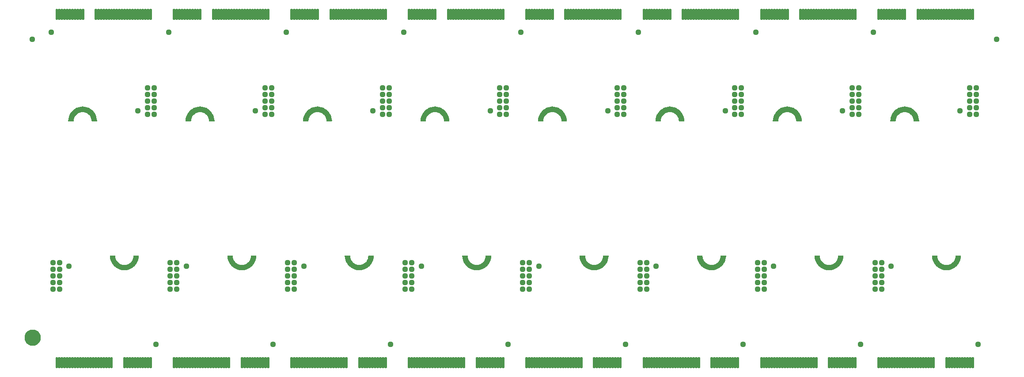
<source format=gbs>
G04 EAGLE Gerber RS-274X export*
G75*
%MOMM*%
%FSLAX34Y34*%
%LPD*%
%INSoldermask Bottom*%
%IPPOS*%
%AMOC8*
5,1,8,0,0,1.08239X$1,22.5*%
G01*
%ADD10C,0.228959*%
%ADD11C,0.479400*%
%ADD12C,1.127000*%
%ADD13C,1.270000*%
%ADD14C,1.627000*%

G36*
X1729493Y192531D02*
X1729493Y192531D01*
X1729503Y192535D01*
X1729529Y192536D01*
X1733363Y193370D01*
X1733371Y193375D01*
X1733397Y193380D01*
X1737073Y194752D01*
X1737081Y194757D01*
X1737105Y194766D01*
X1740549Y196647D01*
X1740556Y196654D01*
X1740579Y196666D01*
X1743720Y199017D01*
X1743726Y199025D01*
X1743747Y199041D01*
X1746521Y201815D01*
X1746526Y201824D01*
X1746545Y201842D01*
X1748896Y204983D01*
X1748899Y204992D01*
X1748915Y205013D01*
X1750796Y208457D01*
X1750798Y208466D01*
X1750810Y208489D01*
X1752182Y212165D01*
X1752182Y212175D01*
X1752192Y212199D01*
X1753026Y216033D01*
X1753025Y216043D01*
X1753031Y216069D01*
X1753311Y219982D01*
X1753305Y220008D01*
X1753309Y220033D01*
X1753291Y220075D01*
X1753281Y220119D01*
X1753263Y220137D01*
X1753252Y220161D01*
X1753214Y220186D01*
X1753183Y220218D01*
X1753157Y220224D01*
X1753136Y220238D01*
X1753062Y220249D01*
X1743062Y220249D01*
X1743055Y220247D01*
X1743048Y220249D01*
X1742989Y220228D01*
X1742928Y220210D01*
X1742923Y220205D01*
X1742916Y220202D01*
X1742878Y220152D01*
X1742836Y220105D01*
X1742835Y220098D01*
X1742830Y220092D01*
X1742814Y220020D01*
X1742600Y217302D01*
X1741968Y214669D01*
X1740932Y212169D01*
X1739518Y209861D01*
X1737760Y207802D01*
X1735701Y206044D01*
X1733393Y204630D01*
X1730893Y203594D01*
X1728260Y202962D01*
X1725562Y202750D01*
X1722864Y202962D01*
X1720231Y203594D01*
X1717731Y204630D01*
X1715423Y206044D01*
X1713364Y207802D01*
X1713311Y207865D01*
X1712885Y208364D01*
X1712672Y208613D01*
X1712459Y208862D01*
X1712246Y209112D01*
X1711821Y209610D01*
X1711820Y209610D01*
X1711608Y209859D01*
X1711606Y209861D01*
X1710192Y212169D01*
X1709156Y214669D01*
X1708524Y217302D01*
X1708310Y220020D01*
X1708308Y220026D01*
X1708309Y220033D01*
X1708283Y220091D01*
X1708261Y220150D01*
X1708255Y220155D01*
X1708252Y220161D01*
X1708199Y220196D01*
X1708149Y220234D01*
X1708142Y220234D01*
X1708136Y220238D01*
X1708062Y220249D01*
X1698062Y220249D01*
X1698037Y220242D01*
X1698011Y220244D01*
X1697971Y220223D01*
X1697928Y220210D01*
X1697911Y220190D01*
X1697888Y220178D01*
X1697866Y220139D01*
X1697836Y220105D01*
X1697832Y220079D01*
X1697819Y220056D01*
X1697813Y219982D01*
X1698093Y216069D01*
X1698097Y216059D01*
X1698098Y216033D01*
X1698932Y212199D01*
X1698937Y212191D01*
X1698942Y212165D01*
X1700314Y208489D01*
X1700319Y208481D01*
X1700328Y208457D01*
X1702209Y205013D01*
X1702216Y205006D01*
X1702228Y204983D01*
X1704579Y201842D01*
X1704587Y201836D01*
X1704603Y201815D01*
X1707377Y199041D01*
X1707386Y199036D01*
X1707404Y199017D01*
X1710545Y196666D01*
X1710554Y196663D01*
X1710575Y196647D01*
X1714019Y194766D01*
X1714028Y194764D01*
X1714051Y194752D01*
X1717727Y193380D01*
X1717737Y193380D01*
X1717761Y193370D01*
X1721595Y192536D01*
X1721605Y192537D01*
X1721631Y192531D01*
X1725544Y192251D01*
X1725554Y192253D01*
X1725580Y192251D01*
X1729493Y192531D01*
G37*
G36*
X1054260Y192531D02*
X1054260Y192531D01*
X1054269Y192535D01*
X1054295Y192536D01*
X1058129Y193370D01*
X1058138Y193375D01*
X1058163Y193380D01*
X1061839Y194752D01*
X1061847Y194757D01*
X1061872Y194766D01*
X1065315Y196647D01*
X1065322Y196654D01*
X1065345Y196666D01*
X1068486Y199017D01*
X1068492Y199025D01*
X1068513Y199041D01*
X1071288Y201815D01*
X1071292Y201824D01*
X1071311Y201842D01*
X1073662Y204983D01*
X1073666Y204992D01*
X1073682Y205013D01*
X1075562Y208457D01*
X1075564Y208466D01*
X1075577Y208489D01*
X1076948Y212165D01*
X1076949Y212175D01*
X1076958Y212199D01*
X1077792Y216033D01*
X1077791Y216043D01*
X1077797Y216069D01*
X1078077Y219982D01*
X1078072Y220008D01*
X1078075Y220033D01*
X1078057Y220075D01*
X1078048Y220119D01*
X1078029Y220137D01*
X1078019Y220161D01*
X1077981Y220186D01*
X1077949Y220218D01*
X1077924Y220224D01*
X1077902Y220238D01*
X1077828Y220249D01*
X1067828Y220249D01*
X1067821Y220247D01*
X1067814Y220249D01*
X1067755Y220228D01*
X1067694Y220210D01*
X1067689Y220205D01*
X1067683Y220202D01*
X1067644Y220152D01*
X1067602Y220105D01*
X1067601Y220098D01*
X1067597Y220092D01*
X1067580Y220020D01*
X1067366Y217302D01*
X1066734Y214669D01*
X1065698Y212169D01*
X1064284Y209861D01*
X1062526Y207802D01*
X1060468Y206044D01*
X1058160Y204630D01*
X1055659Y203594D01*
X1053027Y202962D01*
X1050328Y202750D01*
X1047630Y202962D01*
X1044998Y203594D01*
X1042497Y204630D01*
X1040189Y206044D01*
X1038131Y207802D01*
X1038077Y207865D01*
X1037651Y208364D01*
X1037438Y208613D01*
X1037226Y208862D01*
X1037225Y208862D01*
X1037013Y209112D01*
X1036587Y209610D01*
X1036374Y209859D01*
X1036373Y209861D01*
X1034959Y212169D01*
X1033923Y214669D01*
X1033291Y217302D01*
X1033077Y220020D01*
X1033074Y220026D01*
X1033075Y220033D01*
X1033050Y220091D01*
X1033027Y220150D01*
X1033022Y220155D01*
X1033019Y220161D01*
X1032966Y220196D01*
X1032915Y220234D01*
X1032908Y220234D01*
X1032902Y220238D01*
X1032828Y220249D01*
X1022828Y220249D01*
X1022803Y220242D01*
X1022777Y220244D01*
X1022738Y220223D01*
X1022694Y220210D01*
X1022677Y220190D01*
X1022654Y220178D01*
X1022632Y220139D01*
X1022602Y220105D01*
X1022598Y220079D01*
X1022586Y220056D01*
X1022580Y219982D01*
X1022860Y216069D01*
X1022863Y216059D01*
X1022865Y216033D01*
X1023699Y212199D01*
X1023703Y212191D01*
X1023709Y212165D01*
X1025080Y208489D01*
X1025086Y208481D01*
X1025095Y208457D01*
X1026975Y205013D01*
X1026982Y205006D01*
X1026994Y204983D01*
X1029346Y201842D01*
X1029354Y201836D01*
X1029369Y201815D01*
X1032144Y199041D01*
X1032152Y199036D01*
X1032170Y199017D01*
X1035311Y196666D01*
X1035321Y196663D01*
X1035341Y196647D01*
X1038785Y194766D01*
X1038794Y194764D01*
X1038817Y194752D01*
X1042494Y193380D01*
X1042503Y193380D01*
X1042528Y193370D01*
X1046362Y192536D01*
X1046371Y192537D01*
X1046397Y192531D01*
X1050311Y192251D01*
X1050320Y192253D01*
X1050346Y192251D01*
X1054260Y192531D01*
G37*
G36*
X829165Y192531D02*
X829165Y192531D01*
X829174Y192535D01*
X829200Y192536D01*
X833034Y193370D01*
X833043Y193375D01*
X833068Y193380D01*
X836745Y194752D01*
X836752Y194757D01*
X836777Y194766D01*
X840221Y196647D01*
X840227Y196654D01*
X840251Y196666D01*
X843392Y199017D01*
X843397Y199025D01*
X843419Y199041D01*
X846193Y201815D01*
X846198Y201824D01*
X846216Y201842D01*
X848568Y204983D01*
X848571Y204992D01*
X848587Y205013D01*
X850467Y208457D01*
X850469Y208466D01*
X850482Y208489D01*
X851853Y212165D01*
X851854Y212175D01*
X851863Y212199D01*
X852697Y216033D01*
X852697Y216043D01*
X852702Y216069D01*
X852982Y219982D01*
X852977Y220008D01*
X852981Y220033D01*
X852962Y220075D01*
X852953Y220119D01*
X852934Y220137D01*
X852924Y220161D01*
X852886Y220186D01*
X852854Y220218D01*
X852829Y220224D01*
X852807Y220238D01*
X852734Y220249D01*
X842734Y220249D01*
X842727Y220247D01*
X842720Y220249D01*
X842660Y220228D01*
X842599Y220210D01*
X842595Y220205D01*
X842588Y220202D01*
X842549Y220152D01*
X842507Y220105D01*
X842506Y220098D01*
X842502Y220092D01*
X842485Y220020D01*
X842271Y217302D01*
X841639Y214669D01*
X840603Y212169D01*
X839189Y209861D01*
X837431Y207802D01*
X835373Y206044D01*
X833065Y204630D01*
X830564Y203594D01*
X827932Y202962D01*
X825234Y202750D01*
X822535Y202962D01*
X819903Y203594D01*
X817402Y204630D01*
X815094Y206044D01*
X813036Y207802D01*
X812982Y207865D01*
X812557Y208364D01*
X812556Y208364D01*
X812344Y208613D01*
X812131Y208862D01*
X811918Y209112D01*
X811492Y209610D01*
X811279Y209859D01*
X811278Y209861D01*
X809864Y212169D01*
X808828Y214669D01*
X808196Y217302D01*
X807982Y220020D01*
X807980Y220026D01*
X807981Y220033D01*
X807955Y220091D01*
X807932Y220150D01*
X807927Y220155D01*
X807924Y220161D01*
X807871Y220196D01*
X807820Y220234D01*
X807813Y220234D01*
X807807Y220238D01*
X807734Y220249D01*
X797734Y220249D01*
X797709Y220242D01*
X797683Y220244D01*
X797643Y220223D01*
X797599Y220210D01*
X797582Y220190D01*
X797559Y220178D01*
X797537Y220139D01*
X797507Y220105D01*
X797504Y220079D01*
X797491Y220056D01*
X797485Y219982D01*
X797765Y216069D01*
X797768Y216059D01*
X797770Y216033D01*
X798604Y212199D01*
X798609Y212191D01*
X798614Y212165D01*
X799985Y208489D01*
X799991Y208481D01*
X800000Y208457D01*
X801880Y205013D01*
X801887Y205006D01*
X801900Y204983D01*
X804251Y201842D01*
X804259Y201836D01*
X804274Y201815D01*
X807049Y199041D01*
X807057Y199036D01*
X807076Y199017D01*
X810217Y196666D01*
X810226Y196663D01*
X810247Y196647D01*
X813690Y194766D01*
X813700Y194764D01*
X813723Y194752D01*
X817399Y193380D01*
X817409Y193380D01*
X817433Y193370D01*
X821267Y192536D01*
X821277Y192537D01*
X821302Y192531D01*
X825216Y192251D01*
X825225Y192253D01*
X825251Y192251D01*
X829165Y192531D01*
G37*
G36*
X1279329Y192531D02*
X1279329Y192531D01*
X1279338Y192535D01*
X1279364Y192536D01*
X1283198Y193370D01*
X1283207Y193375D01*
X1283233Y193380D01*
X1286909Y194752D01*
X1286917Y194757D01*
X1286941Y194766D01*
X1290385Y196647D01*
X1290392Y196654D01*
X1290415Y196666D01*
X1293556Y199017D01*
X1293562Y199025D01*
X1293583Y199041D01*
X1296357Y201815D01*
X1296362Y201824D01*
X1296380Y201842D01*
X1298732Y204983D01*
X1298735Y204992D01*
X1298751Y205013D01*
X1300631Y208457D01*
X1300634Y208466D01*
X1300646Y208489D01*
X1302017Y212165D01*
X1302018Y212175D01*
X1302027Y212199D01*
X1302861Y216033D01*
X1302861Y216043D01*
X1302867Y216069D01*
X1303146Y219982D01*
X1303141Y220008D01*
X1303145Y220033D01*
X1303126Y220075D01*
X1303117Y220119D01*
X1303099Y220137D01*
X1303088Y220161D01*
X1303050Y220186D01*
X1303018Y220218D01*
X1302993Y220224D01*
X1302971Y220238D01*
X1302898Y220249D01*
X1292898Y220249D01*
X1292891Y220247D01*
X1292884Y220249D01*
X1292825Y220228D01*
X1292764Y220210D01*
X1292759Y220205D01*
X1292752Y220202D01*
X1292713Y220152D01*
X1292672Y220105D01*
X1292671Y220098D01*
X1292666Y220092D01*
X1292649Y220020D01*
X1292435Y217302D01*
X1291804Y214669D01*
X1290768Y212169D01*
X1289353Y209861D01*
X1287595Y207802D01*
X1285537Y206044D01*
X1283229Y204630D01*
X1280728Y203594D01*
X1278096Y202962D01*
X1275398Y202750D01*
X1272699Y202962D01*
X1270067Y203594D01*
X1267566Y204630D01*
X1265259Y206044D01*
X1263200Y207802D01*
X1263147Y207865D01*
X1263146Y207865D01*
X1262721Y208364D01*
X1262508Y208613D01*
X1262295Y208862D01*
X1262082Y209112D01*
X1261656Y209610D01*
X1261443Y209859D01*
X1261442Y209861D01*
X1260028Y212169D01*
X1258992Y214669D01*
X1258360Y217302D01*
X1258146Y220020D01*
X1258144Y220026D01*
X1258145Y220033D01*
X1258119Y220091D01*
X1258097Y220150D01*
X1258091Y220155D01*
X1258088Y220161D01*
X1258035Y220196D01*
X1257985Y220234D01*
X1257977Y220234D01*
X1257971Y220238D01*
X1257898Y220249D01*
X1247898Y220249D01*
X1247873Y220242D01*
X1247847Y220244D01*
X1247807Y220223D01*
X1247764Y220210D01*
X1247746Y220190D01*
X1247724Y220178D01*
X1247701Y220139D01*
X1247672Y220105D01*
X1247668Y220079D01*
X1247655Y220056D01*
X1247649Y219982D01*
X1247929Y216069D01*
X1247932Y216059D01*
X1247934Y216033D01*
X1248768Y212199D01*
X1248773Y212191D01*
X1248778Y212165D01*
X1250149Y208489D01*
X1250155Y208481D01*
X1250164Y208457D01*
X1252045Y205013D01*
X1252051Y205006D01*
X1252064Y204983D01*
X1254415Y201842D01*
X1254423Y201836D01*
X1254438Y201815D01*
X1257213Y199041D01*
X1257221Y199036D01*
X1257240Y199017D01*
X1260381Y196666D01*
X1260390Y196663D01*
X1260411Y196647D01*
X1263854Y194766D01*
X1263864Y194764D01*
X1263887Y194752D01*
X1267563Y193380D01*
X1267573Y193380D01*
X1267597Y193370D01*
X1271431Y192536D01*
X1271441Y192537D01*
X1271466Y192531D01*
X1275380Y192251D01*
X1275390Y192253D01*
X1275416Y192251D01*
X1279329Y192531D01*
G37*
G36*
X1504424Y192531D02*
X1504424Y192531D01*
X1504433Y192535D01*
X1504459Y192536D01*
X1508293Y193370D01*
X1508302Y193375D01*
X1508327Y193380D01*
X1512004Y194752D01*
X1512011Y194757D01*
X1512036Y194766D01*
X1515480Y196647D01*
X1515486Y196654D01*
X1515510Y196666D01*
X1518651Y199017D01*
X1518656Y199025D01*
X1518678Y199041D01*
X1521452Y201815D01*
X1521457Y201824D01*
X1521475Y201842D01*
X1523827Y204983D01*
X1523830Y204992D01*
X1523846Y205013D01*
X1525726Y208457D01*
X1525728Y208466D01*
X1525741Y208489D01*
X1527112Y212165D01*
X1527113Y212175D01*
X1527122Y212199D01*
X1527956Y216033D01*
X1527956Y216043D01*
X1527961Y216069D01*
X1528241Y219982D01*
X1528236Y220008D01*
X1528240Y220033D01*
X1528221Y220075D01*
X1528212Y220119D01*
X1528193Y220137D01*
X1528183Y220161D01*
X1528145Y220186D01*
X1528113Y220218D01*
X1528088Y220224D01*
X1528066Y220238D01*
X1527993Y220249D01*
X1517993Y220249D01*
X1517986Y220247D01*
X1517979Y220249D01*
X1517919Y220228D01*
X1517858Y220210D01*
X1517854Y220205D01*
X1517847Y220202D01*
X1517808Y220152D01*
X1517766Y220105D01*
X1517765Y220098D01*
X1517761Y220092D01*
X1517744Y220020D01*
X1517530Y217302D01*
X1516898Y214669D01*
X1515862Y212169D01*
X1514448Y209861D01*
X1512690Y207802D01*
X1510632Y206044D01*
X1508324Y204630D01*
X1505823Y203594D01*
X1503191Y202962D01*
X1500493Y202750D01*
X1497794Y202962D01*
X1495162Y203594D01*
X1492661Y204630D01*
X1490353Y206044D01*
X1488295Y207802D01*
X1488241Y207865D01*
X1487816Y208364D01*
X1487815Y208364D01*
X1487603Y208613D01*
X1487390Y208862D01*
X1487177Y209112D01*
X1486751Y209610D01*
X1486538Y209859D01*
X1486537Y209861D01*
X1485123Y212169D01*
X1484087Y214669D01*
X1483455Y217302D01*
X1483241Y220020D01*
X1483239Y220026D01*
X1483240Y220033D01*
X1483214Y220091D01*
X1483191Y220150D01*
X1483186Y220155D01*
X1483183Y220161D01*
X1483130Y220196D01*
X1483079Y220234D01*
X1483072Y220234D01*
X1483066Y220238D01*
X1482993Y220249D01*
X1472993Y220249D01*
X1472968Y220242D01*
X1472942Y220244D01*
X1472902Y220223D01*
X1472858Y220210D01*
X1472841Y220190D01*
X1472818Y220178D01*
X1472796Y220139D01*
X1472766Y220105D01*
X1472763Y220079D01*
X1472750Y220056D01*
X1472744Y219982D01*
X1473024Y216069D01*
X1473027Y216059D01*
X1473029Y216033D01*
X1473863Y212199D01*
X1473868Y212191D01*
X1473873Y212165D01*
X1475244Y208489D01*
X1475250Y208481D01*
X1475259Y208457D01*
X1477139Y205013D01*
X1477146Y205006D01*
X1477159Y204983D01*
X1479510Y201842D01*
X1479518Y201836D01*
X1479533Y201815D01*
X1482308Y199041D01*
X1482316Y199036D01*
X1482335Y199017D01*
X1485476Y196666D01*
X1485485Y196663D01*
X1485506Y196647D01*
X1488949Y194766D01*
X1488959Y194764D01*
X1488982Y194752D01*
X1492658Y193380D01*
X1492668Y193380D01*
X1492692Y193370D01*
X1496526Y192536D01*
X1496536Y192537D01*
X1496561Y192531D01*
X1500475Y192251D01*
X1500484Y192253D01*
X1500510Y192251D01*
X1504424Y192531D01*
G37*
G36*
X604096Y192531D02*
X604096Y192531D01*
X604105Y192535D01*
X604131Y192536D01*
X607965Y193370D01*
X607973Y193375D01*
X607999Y193380D01*
X611675Y194752D01*
X611683Y194757D01*
X611708Y194766D01*
X615151Y196647D01*
X615158Y196654D01*
X615181Y196666D01*
X618322Y199017D01*
X618328Y199025D01*
X618349Y199041D01*
X621124Y201815D01*
X621128Y201824D01*
X621147Y201842D01*
X623498Y204983D01*
X623502Y204992D01*
X623517Y205013D01*
X625398Y208457D01*
X625400Y208466D01*
X625413Y208489D01*
X626784Y212165D01*
X626784Y212175D01*
X626794Y212199D01*
X627628Y216033D01*
X627627Y216043D01*
X627633Y216069D01*
X627913Y219982D01*
X627907Y220008D01*
X627911Y220033D01*
X627893Y220075D01*
X627883Y220119D01*
X627865Y220137D01*
X627854Y220161D01*
X627817Y220186D01*
X627785Y220218D01*
X627759Y220224D01*
X627738Y220238D01*
X627664Y220249D01*
X617664Y220249D01*
X617657Y220247D01*
X617650Y220249D01*
X617591Y220228D01*
X617530Y220210D01*
X617525Y220205D01*
X617518Y220202D01*
X617480Y220152D01*
X617438Y220105D01*
X617437Y220098D01*
X617433Y220092D01*
X617416Y220020D01*
X617202Y217302D01*
X616570Y214669D01*
X615534Y212169D01*
X614120Y209861D01*
X612362Y207802D01*
X610304Y206044D01*
X607996Y204630D01*
X605495Y203594D01*
X602863Y202962D01*
X600164Y202750D01*
X597466Y202962D01*
X594834Y203594D01*
X592333Y204630D01*
X590025Y206044D01*
X587967Y207802D01*
X587913Y207865D01*
X587487Y208364D01*
X587274Y208613D01*
X587061Y208862D01*
X586848Y209112D01*
X586423Y209610D01*
X586210Y209859D01*
X586209Y209861D01*
X584794Y212169D01*
X583759Y214669D01*
X583127Y217302D01*
X582913Y220020D01*
X582910Y220026D01*
X582911Y220033D01*
X582885Y220091D01*
X582863Y220150D01*
X582857Y220155D01*
X582854Y220161D01*
X582802Y220196D01*
X582751Y220234D01*
X582744Y220234D01*
X582738Y220238D01*
X582664Y220249D01*
X572664Y220249D01*
X572639Y220242D01*
X572613Y220244D01*
X572573Y220223D01*
X572530Y220210D01*
X572513Y220190D01*
X572490Y220178D01*
X572468Y220139D01*
X572438Y220105D01*
X572434Y220079D01*
X572421Y220056D01*
X572416Y219982D01*
X572695Y216069D01*
X572699Y216059D01*
X572701Y216033D01*
X573535Y212199D01*
X573539Y212191D01*
X573545Y212165D01*
X574916Y208489D01*
X574922Y208481D01*
X574931Y208457D01*
X576811Y205013D01*
X576818Y205006D01*
X576830Y204983D01*
X579182Y201842D01*
X579189Y201836D01*
X579205Y201815D01*
X581979Y199041D01*
X581988Y199036D01*
X582006Y199017D01*
X585147Y196666D01*
X585156Y196663D01*
X585177Y196647D01*
X588621Y194766D01*
X588630Y194764D01*
X588653Y194752D01*
X592329Y193380D01*
X592339Y193380D01*
X592364Y193370D01*
X596198Y192536D01*
X596207Y192537D01*
X596233Y192531D01*
X600146Y192251D01*
X600156Y192253D01*
X600182Y192251D01*
X604096Y192531D01*
G37*
G36*
X379001Y192531D02*
X379001Y192531D01*
X379010Y192535D01*
X379036Y192536D01*
X382870Y193370D01*
X382879Y193375D01*
X382904Y193380D01*
X386580Y194752D01*
X386588Y194757D01*
X386613Y194766D01*
X390056Y196647D01*
X390063Y196654D01*
X390086Y196666D01*
X393227Y199017D01*
X393233Y199025D01*
X393254Y199041D01*
X396029Y201815D01*
X396033Y201824D01*
X396052Y201842D01*
X398403Y204983D01*
X398407Y204992D01*
X398423Y205013D01*
X400303Y208457D01*
X400305Y208466D01*
X400318Y208489D01*
X401689Y212165D01*
X401690Y212175D01*
X401699Y212199D01*
X402533Y216033D01*
X402532Y216043D01*
X402538Y216069D01*
X402818Y219982D01*
X402813Y220008D01*
X402816Y220033D01*
X402798Y220075D01*
X402789Y220119D01*
X402770Y220137D01*
X402760Y220161D01*
X402722Y220186D01*
X402690Y220218D01*
X402665Y220224D01*
X402643Y220238D01*
X402569Y220249D01*
X392569Y220249D01*
X392562Y220247D01*
X392555Y220249D01*
X392496Y220228D01*
X392435Y220210D01*
X392430Y220205D01*
X392424Y220202D01*
X392385Y220152D01*
X392343Y220105D01*
X392342Y220098D01*
X392338Y220092D01*
X392321Y220020D01*
X392107Y217302D01*
X391475Y214669D01*
X390439Y212169D01*
X389025Y209861D01*
X387267Y207802D01*
X385209Y206044D01*
X382901Y204630D01*
X380400Y203594D01*
X377768Y202962D01*
X375069Y202750D01*
X372371Y202962D01*
X369739Y203594D01*
X367238Y204630D01*
X364930Y206044D01*
X362872Y207802D01*
X362818Y207865D01*
X362392Y208364D01*
X362179Y208613D01*
X361967Y208862D01*
X361966Y208862D01*
X361754Y209112D01*
X361328Y209610D01*
X361115Y209859D01*
X361114Y209861D01*
X359700Y212169D01*
X358664Y214669D01*
X358032Y217302D01*
X357818Y220020D01*
X357815Y220026D01*
X357816Y220033D01*
X357791Y220091D01*
X357768Y220150D01*
X357763Y220155D01*
X357760Y220161D01*
X357707Y220196D01*
X357656Y220234D01*
X357649Y220234D01*
X357643Y220238D01*
X357569Y220249D01*
X347569Y220249D01*
X347544Y220242D01*
X347518Y220244D01*
X347479Y220223D01*
X347435Y220210D01*
X347418Y220190D01*
X347395Y220178D01*
X347373Y220139D01*
X347343Y220105D01*
X347339Y220079D01*
X347327Y220056D01*
X347321Y219982D01*
X347601Y216069D01*
X347604Y216059D01*
X347606Y216033D01*
X348440Y212199D01*
X348444Y212191D01*
X348450Y212165D01*
X349821Y208489D01*
X349827Y208481D01*
X349836Y208457D01*
X351716Y205013D01*
X351723Y205006D01*
X351735Y204983D01*
X354087Y201842D01*
X354095Y201836D01*
X354110Y201815D01*
X356885Y199041D01*
X356893Y199036D01*
X356911Y199017D01*
X360052Y196666D01*
X360062Y196663D01*
X360082Y196647D01*
X363526Y194766D01*
X363535Y194764D01*
X363558Y194752D01*
X367235Y193380D01*
X367244Y193380D01*
X367269Y193370D01*
X371103Y192536D01*
X371112Y192537D01*
X371138Y192531D01*
X375052Y192251D01*
X375061Y192253D01*
X375087Y192251D01*
X379001Y192531D01*
G37*
G36*
X153931Y192531D02*
X153931Y192531D01*
X153941Y192535D01*
X153967Y192536D01*
X157801Y193370D01*
X157809Y193375D01*
X157835Y193380D01*
X161511Y194752D01*
X161519Y194757D01*
X161543Y194766D01*
X164987Y196647D01*
X164994Y196654D01*
X165017Y196666D01*
X168158Y199017D01*
X168164Y199025D01*
X168185Y199041D01*
X170959Y201815D01*
X170964Y201824D01*
X170983Y201842D01*
X173334Y204983D01*
X173337Y204992D01*
X173353Y205013D01*
X175234Y208457D01*
X175236Y208466D01*
X175248Y208489D01*
X176620Y212165D01*
X176620Y212175D01*
X176630Y212199D01*
X177464Y216033D01*
X177463Y216043D01*
X177469Y216069D01*
X177749Y219982D01*
X177743Y220008D01*
X177747Y220033D01*
X177729Y220075D01*
X177719Y220119D01*
X177701Y220137D01*
X177690Y220161D01*
X177652Y220186D01*
X177621Y220218D01*
X177595Y220224D01*
X177574Y220238D01*
X177500Y220249D01*
X167500Y220249D01*
X167493Y220247D01*
X167486Y220249D01*
X167427Y220228D01*
X167366Y220210D01*
X167361Y220205D01*
X167354Y220202D01*
X167316Y220152D01*
X167274Y220105D01*
X167273Y220098D01*
X167268Y220092D01*
X167252Y220020D01*
X167038Y217302D01*
X166406Y214669D01*
X165370Y212169D01*
X163956Y209861D01*
X162198Y207802D01*
X160139Y206044D01*
X157831Y204630D01*
X155331Y203594D01*
X152698Y202962D01*
X150000Y202750D01*
X147302Y202962D01*
X144669Y203594D01*
X142169Y204630D01*
X139861Y206044D01*
X137802Y207802D01*
X137749Y207865D01*
X137323Y208364D01*
X137110Y208613D01*
X136897Y208862D01*
X136684Y209112D01*
X136259Y209610D01*
X136258Y209610D01*
X136046Y209859D01*
X136044Y209861D01*
X134630Y212169D01*
X133594Y214669D01*
X132962Y217302D01*
X132748Y220020D01*
X132746Y220026D01*
X132747Y220033D01*
X132721Y220091D01*
X132699Y220150D01*
X132693Y220155D01*
X132690Y220161D01*
X132637Y220196D01*
X132587Y220234D01*
X132580Y220234D01*
X132574Y220238D01*
X132500Y220249D01*
X122500Y220249D01*
X122475Y220242D01*
X122449Y220244D01*
X122409Y220223D01*
X122366Y220210D01*
X122349Y220190D01*
X122326Y220178D01*
X122304Y220139D01*
X122274Y220105D01*
X122270Y220079D01*
X122257Y220056D01*
X122251Y219982D01*
X122531Y216069D01*
X122535Y216059D01*
X122536Y216033D01*
X123370Y212199D01*
X123375Y212191D01*
X123380Y212165D01*
X124752Y208489D01*
X124757Y208481D01*
X124766Y208457D01*
X126647Y205013D01*
X126654Y205006D01*
X126666Y204983D01*
X129017Y201842D01*
X129025Y201836D01*
X129041Y201815D01*
X131815Y199041D01*
X131824Y199036D01*
X131842Y199017D01*
X134983Y196666D01*
X134992Y196663D01*
X135013Y196647D01*
X138457Y194766D01*
X138466Y194764D01*
X138489Y194752D01*
X142165Y193380D01*
X142175Y193380D01*
X142199Y193370D01*
X146033Y192536D01*
X146043Y192537D01*
X146069Y192531D01*
X149982Y192251D01*
X149992Y192253D01*
X150018Y192251D01*
X153931Y192531D01*
G37*
G36*
X52496Y478253D02*
X52496Y478253D01*
X52503Y478251D01*
X52563Y478272D01*
X52624Y478290D01*
X52628Y478295D01*
X52635Y478298D01*
X52674Y478348D01*
X52716Y478395D01*
X52717Y478402D01*
X52721Y478408D01*
X52738Y478480D01*
X52952Y481198D01*
X53584Y483831D01*
X54620Y486331D01*
X56034Y488639D01*
X57792Y490698D01*
X59850Y492456D01*
X62158Y493870D01*
X64659Y494906D01*
X67291Y495538D01*
X69989Y495750D01*
X72688Y495538D01*
X75320Y494906D01*
X77821Y493870D01*
X80129Y492456D01*
X82187Y490698D01*
X82311Y490552D01*
X82524Y490303D01*
X82950Y489804D01*
X83163Y489555D01*
X83376Y489306D01*
X83588Y489057D01*
X83589Y489057D01*
X83801Y488807D01*
X83945Y488639D01*
X85359Y486331D01*
X86395Y483831D01*
X87027Y481198D01*
X87241Y478480D01*
X87244Y478474D01*
X87242Y478467D01*
X87268Y478409D01*
X87291Y478350D01*
X87296Y478345D01*
X87299Y478339D01*
X87352Y478304D01*
X87403Y478266D01*
X87410Y478266D01*
X87416Y478262D01*
X87489Y478251D01*
X97489Y478251D01*
X97514Y478258D01*
X97540Y478256D01*
X97580Y478277D01*
X97624Y478290D01*
X97641Y478310D01*
X97664Y478322D01*
X97686Y478361D01*
X97716Y478395D01*
X97719Y478421D01*
X97732Y478444D01*
X97738Y478518D01*
X97458Y482431D01*
X97455Y482441D01*
X97453Y482467D01*
X96619Y486301D01*
X96614Y486309D01*
X96609Y486335D01*
X95238Y490011D01*
X95232Y490019D01*
X95223Y490043D01*
X93343Y493487D01*
X93336Y493494D01*
X93323Y493517D01*
X90972Y496658D01*
X90964Y496664D01*
X90949Y496685D01*
X88174Y499459D01*
X88166Y499464D01*
X88147Y499483D01*
X85006Y501834D01*
X84997Y501837D01*
X84976Y501853D01*
X81533Y503734D01*
X81523Y503736D01*
X81500Y503748D01*
X77824Y505120D01*
X77815Y505120D01*
X77790Y505130D01*
X73956Y505964D01*
X73946Y505963D01*
X73921Y505969D01*
X70007Y506249D01*
X69998Y506247D01*
X69972Y506249D01*
X66058Y505969D01*
X66049Y505965D01*
X66023Y505964D01*
X62189Y505130D01*
X62180Y505125D01*
X62155Y505120D01*
X58478Y503748D01*
X58471Y503743D01*
X58446Y503734D01*
X55002Y501853D01*
X54996Y501846D01*
X54972Y501834D01*
X51831Y499483D01*
X51826Y499475D01*
X51805Y499459D01*
X49030Y496685D01*
X49025Y496676D01*
X49007Y496658D01*
X46655Y493517D01*
X46652Y493508D01*
X46636Y493487D01*
X44756Y490043D01*
X44754Y490034D01*
X44741Y490011D01*
X43370Y486335D01*
X43369Y486325D01*
X43360Y486301D01*
X42526Y482467D01*
X42526Y482457D01*
X42521Y482431D01*
X42241Y478518D01*
X42246Y478492D01*
X42242Y478467D01*
X42261Y478425D01*
X42270Y478381D01*
X42289Y478363D01*
X42299Y478339D01*
X42337Y478314D01*
X42369Y478282D01*
X42394Y478276D01*
X42416Y478262D01*
X42489Y478251D01*
X52489Y478251D01*
X52496Y478253D01*
G37*
G36*
X952825Y478253D02*
X952825Y478253D01*
X952832Y478251D01*
X952891Y478272D01*
X952952Y478290D01*
X952957Y478295D01*
X952964Y478298D01*
X953002Y478348D01*
X953044Y478395D01*
X953045Y478402D01*
X953049Y478408D01*
X953066Y478480D01*
X953280Y481198D01*
X953912Y483831D01*
X954948Y486331D01*
X956362Y488639D01*
X958120Y490698D01*
X960179Y492456D01*
X962486Y493870D01*
X964987Y494906D01*
X967619Y495538D01*
X970318Y495750D01*
X973016Y495538D01*
X975648Y494906D01*
X978149Y493870D01*
X980457Y492456D01*
X982515Y490698D01*
X982640Y490552D01*
X982852Y490303D01*
X982853Y490303D01*
X983278Y489804D01*
X983491Y489555D01*
X983704Y489306D01*
X983917Y489057D01*
X984130Y488807D01*
X984273Y488639D01*
X985688Y486331D01*
X986724Y483831D01*
X987355Y481198D01*
X987569Y478480D01*
X987572Y478474D01*
X987571Y478467D01*
X987597Y478409D01*
X987619Y478350D01*
X987625Y478345D01*
X987628Y478339D01*
X987680Y478304D01*
X987731Y478266D01*
X987738Y478266D01*
X987744Y478262D01*
X987818Y478251D01*
X997818Y478251D01*
X997843Y478258D01*
X997869Y478256D01*
X997909Y478277D01*
X997952Y478290D01*
X997969Y478310D01*
X997992Y478322D01*
X998014Y478361D01*
X998044Y478395D01*
X998048Y478421D01*
X998061Y478444D01*
X998066Y478518D01*
X997787Y482431D01*
X997783Y482441D01*
X997781Y482467D01*
X996947Y486301D01*
X996943Y486309D01*
X996937Y486335D01*
X995566Y490011D01*
X995560Y490019D01*
X995551Y490043D01*
X993671Y493487D01*
X993664Y493494D01*
X993652Y493517D01*
X991300Y496658D01*
X991293Y496664D01*
X991277Y496685D01*
X988503Y499459D01*
X988494Y499464D01*
X988476Y499483D01*
X985335Y501834D01*
X985326Y501837D01*
X985305Y501853D01*
X981861Y503734D01*
X981852Y503736D01*
X981829Y503748D01*
X978153Y505120D01*
X978143Y505120D01*
X978118Y505130D01*
X974284Y505964D01*
X974275Y505963D01*
X974249Y505969D01*
X970336Y506249D01*
X970326Y506247D01*
X970300Y506249D01*
X966386Y505969D01*
X966377Y505965D01*
X966351Y505964D01*
X962517Y505130D01*
X962509Y505125D01*
X962483Y505120D01*
X958807Y503748D01*
X958799Y503743D01*
X958774Y503734D01*
X955331Y501853D01*
X955324Y501846D01*
X955301Y501834D01*
X952160Y499483D01*
X952154Y499475D01*
X952133Y499459D01*
X949358Y496685D01*
X949354Y496676D01*
X949335Y496658D01*
X946984Y493517D01*
X946980Y493508D01*
X946965Y493487D01*
X945084Y490043D01*
X945082Y490034D01*
X945069Y490011D01*
X943698Y486335D01*
X943698Y486325D01*
X943688Y486301D01*
X942854Y482467D01*
X942855Y482457D01*
X942849Y482431D01*
X942569Y478518D01*
X942575Y478492D01*
X942571Y478467D01*
X942589Y478425D01*
X942599Y478381D01*
X942617Y478363D01*
X942628Y478339D01*
X942665Y478314D01*
X942697Y478282D01*
X942723Y478276D01*
X942744Y478262D01*
X942818Y478251D01*
X952818Y478251D01*
X952825Y478253D01*
G37*
G36*
X1402989Y478253D02*
X1402989Y478253D01*
X1402996Y478251D01*
X1403055Y478272D01*
X1403116Y478290D01*
X1403121Y478295D01*
X1403128Y478298D01*
X1403167Y478348D01*
X1403208Y478395D01*
X1403209Y478402D01*
X1403214Y478408D01*
X1403230Y478480D01*
X1403444Y481198D01*
X1404076Y483831D01*
X1405112Y486331D01*
X1406526Y488639D01*
X1408284Y490698D01*
X1410343Y492456D01*
X1412651Y493870D01*
X1415151Y494906D01*
X1417784Y495538D01*
X1420482Y495750D01*
X1423180Y495538D01*
X1425813Y494906D01*
X1428313Y493870D01*
X1430621Y492456D01*
X1432680Y490698D01*
X1432804Y490552D01*
X1433017Y490303D01*
X1433442Y489804D01*
X1433443Y489804D01*
X1433655Y489555D01*
X1433868Y489306D01*
X1434081Y489057D01*
X1434294Y488807D01*
X1434438Y488639D01*
X1435852Y486331D01*
X1436888Y483831D01*
X1437520Y481198D01*
X1437734Y478480D01*
X1437736Y478474D01*
X1437735Y478467D01*
X1437761Y478409D01*
X1437783Y478350D01*
X1437789Y478345D01*
X1437792Y478339D01*
X1437845Y478304D01*
X1437895Y478266D01*
X1437903Y478266D01*
X1437909Y478262D01*
X1437982Y478251D01*
X1447982Y478251D01*
X1448007Y478258D01*
X1448033Y478256D01*
X1448073Y478277D01*
X1448116Y478290D01*
X1448133Y478310D01*
X1448156Y478322D01*
X1448178Y478361D01*
X1448208Y478395D01*
X1448212Y478421D01*
X1448225Y478444D01*
X1448231Y478518D01*
X1447951Y482431D01*
X1447947Y482441D01*
X1447946Y482467D01*
X1447112Y486301D01*
X1447107Y486309D01*
X1447102Y486335D01*
X1445730Y490011D01*
X1445725Y490019D01*
X1445716Y490043D01*
X1443835Y493487D01*
X1443828Y493494D01*
X1443816Y493517D01*
X1441465Y496658D01*
X1441457Y496664D01*
X1441441Y496685D01*
X1438667Y499459D01*
X1438658Y499464D01*
X1438640Y499483D01*
X1435499Y501834D01*
X1435490Y501837D01*
X1435469Y501853D01*
X1432025Y503734D01*
X1432016Y503736D01*
X1431993Y503748D01*
X1428317Y505120D01*
X1428307Y505120D01*
X1428283Y505130D01*
X1424449Y505964D01*
X1424439Y505963D01*
X1424413Y505969D01*
X1420500Y506249D01*
X1420490Y506247D01*
X1420464Y506249D01*
X1416551Y505969D01*
X1416541Y505965D01*
X1416515Y505964D01*
X1412681Y505130D01*
X1412673Y505125D01*
X1412647Y505120D01*
X1408971Y503748D01*
X1408963Y503743D01*
X1408939Y503734D01*
X1405495Y501853D01*
X1405488Y501846D01*
X1405465Y501834D01*
X1402324Y499483D01*
X1402318Y499475D01*
X1402297Y499459D01*
X1399523Y496685D01*
X1399518Y496676D01*
X1399499Y496658D01*
X1397148Y493517D01*
X1397145Y493508D01*
X1397129Y493487D01*
X1395248Y490043D01*
X1395246Y490034D01*
X1395234Y490011D01*
X1393862Y486335D01*
X1393862Y486325D01*
X1393852Y486301D01*
X1393018Y482467D01*
X1393019Y482457D01*
X1393013Y482431D01*
X1392733Y478518D01*
X1392739Y478492D01*
X1392735Y478467D01*
X1392753Y478425D01*
X1392763Y478381D01*
X1392781Y478363D01*
X1392792Y478339D01*
X1392830Y478314D01*
X1392861Y478282D01*
X1392887Y478276D01*
X1392909Y478262D01*
X1392982Y478251D01*
X1402982Y478251D01*
X1402989Y478253D01*
G37*
G36*
X502661Y478253D02*
X502661Y478253D01*
X502668Y478251D01*
X502727Y478272D01*
X502788Y478290D01*
X502793Y478295D01*
X502799Y478298D01*
X502838Y478348D01*
X502880Y478395D01*
X502881Y478402D01*
X502885Y478408D01*
X502902Y478480D01*
X503116Y481198D01*
X503748Y483831D01*
X504784Y486331D01*
X506198Y488639D01*
X507956Y490698D01*
X510014Y492456D01*
X512322Y493870D01*
X514823Y494906D01*
X517455Y495538D01*
X520154Y495750D01*
X522852Y495538D01*
X525484Y494906D01*
X527985Y493870D01*
X530293Y492456D01*
X532351Y490698D01*
X532475Y490552D01*
X532688Y490303D01*
X533114Y489804D01*
X533327Y489555D01*
X533540Y489306D01*
X533753Y489057D01*
X533966Y488807D01*
X534109Y488639D01*
X535523Y486331D01*
X536559Y483831D01*
X537191Y481198D01*
X537405Y478480D01*
X537408Y478474D01*
X537407Y478467D01*
X537432Y478409D01*
X537455Y478350D01*
X537461Y478345D01*
X537463Y478339D01*
X537516Y478304D01*
X537567Y478266D01*
X537574Y478266D01*
X537580Y478262D01*
X537654Y478251D01*
X547654Y478251D01*
X547679Y478258D01*
X547705Y478256D01*
X547744Y478277D01*
X547788Y478290D01*
X547805Y478310D01*
X547828Y478322D01*
X547850Y478361D01*
X547880Y478395D01*
X547884Y478421D01*
X547896Y478444D01*
X547902Y478518D01*
X547622Y482431D01*
X547619Y482441D01*
X547617Y482467D01*
X546783Y486301D01*
X546779Y486309D01*
X546773Y486335D01*
X545402Y490011D01*
X545396Y490019D01*
X545387Y490043D01*
X543507Y493487D01*
X543500Y493494D01*
X543488Y493517D01*
X541136Y496658D01*
X541129Y496664D01*
X541113Y496685D01*
X538339Y499459D01*
X538330Y499464D01*
X538312Y499483D01*
X535171Y501834D01*
X535162Y501837D01*
X535141Y501853D01*
X531697Y503734D01*
X531688Y503736D01*
X531665Y503748D01*
X527988Y505120D01*
X527979Y505120D01*
X527954Y505130D01*
X524120Y505964D01*
X524111Y505963D01*
X524085Y505969D01*
X520171Y506249D01*
X520162Y506247D01*
X520136Y506249D01*
X516222Y505969D01*
X516213Y505965D01*
X516187Y505964D01*
X512353Y505130D01*
X512344Y505125D01*
X512319Y505120D01*
X508643Y503748D01*
X508635Y503743D01*
X508610Y503734D01*
X505167Y501853D01*
X505160Y501846D01*
X505137Y501834D01*
X501996Y499483D01*
X501990Y499475D01*
X501969Y499459D01*
X499194Y496685D01*
X499190Y496676D01*
X499171Y496658D01*
X496820Y493517D01*
X496816Y493508D01*
X496800Y493487D01*
X494920Y490043D01*
X494918Y490034D01*
X494905Y490011D01*
X493534Y486335D01*
X493533Y486325D01*
X493524Y486301D01*
X492690Y482467D01*
X492691Y482457D01*
X492685Y482431D01*
X492405Y478518D01*
X492410Y478492D01*
X492407Y478467D01*
X492425Y478425D01*
X492435Y478381D01*
X492453Y478363D01*
X492463Y478339D01*
X492501Y478314D01*
X492533Y478282D01*
X492558Y478276D01*
X492580Y478262D01*
X492654Y478251D01*
X502654Y478251D01*
X502661Y478253D01*
G37*
G36*
X277591Y478253D02*
X277591Y478253D01*
X277598Y478251D01*
X277657Y478272D01*
X277718Y478290D01*
X277723Y478295D01*
X277730Y478298D01*
X277769Y478348D01*
X277810Y478395D01*
X277811Y478402D01*
X277816Y478408D01*
X277833Y478480D01*
X278047Y481198D01*
X278679Y483831D01*
X279714Y486331D01*
X281129Y488639D01*
X282887Y490698D01*
X284945Y492456D01*
X287253Y493870D01*
X289754Y494906D01*
X292386Y495538D01*
X295084Y495750D01*
X297783Y495538D01*
X300415Y494906D01*
X302916Y493870D01*
X305224Y492456D01*
X307282Y490698D01*
X307406Y490552D01*
X307619Y490303D01*
X308045Y489804D01*
X308258Y489555D01*
X308470Y489306D01*
X308683Y489057D01*
X308896Y488807D01*
X309040Y488639D01*
X310454Y486331D01*
X311490Y483831D01*
X312122Y481198D01*
X312336Y478480D01*
X312338Y478474D01*
X312337Y478467D01*
X312363Y478409D01*
X312385Y478350D01*
X312391Y478345D01*
X312394Y478339D01*
X312447Y478304D01*
X312497Y478266D01*
X312505Y478266D01*
X312511Y478262D01*
X312584Y478251D01*
X322584Y478251D01*
X322609Y478258D01*
X322635Y478256D01*
X322675Y478277D01*
X322718Y478290D01*
X322736Y478310D01*
X322758Y478322D01*
X322781Y478361D01*
X322810Y478395D01*
X322814Y478421D01*
X322827Y478444D01*
X322833Y478518D01*
X322553Y482431D01*
X322550Y482441D01*
X322548Y482467D01*
X321714Y486301D01*
X321709Y486309D01*
X321704Y486335D01*
X320333Y490011D01*
X320327Y490019D01*
X320318Y490043D01*
X318437Y493487D01*
X318431Y493494D01*
X318418Y493517D01*
X316067Y496658D01*
X316059Y496664D01*
X316044Y496685D01*
X313269Y499459D01*
X313261Y499464D01*
X313242Y499483D01*
X310101Y501834D01*
X310092Y501837D01*
X310071Y501853D01*
X306628Y503734D01*
X306618Y503736D01*
X306595Y503748D01*
X302919Y505120D01*
X302909Y505120D01*
X302885Y505130D01*
X299051Y505964D01*
X299041Y505963D01*
X299016Y505969D01*
X295102Y506249D01*
X295093Y506247D01*
X295066Y506249D01*
X291153Y505969D01*
X291144Y505965D01*
X291118Y505964D01*
X287284Y505130D01*
X287275Y505125D01*
X287249Y505120D01*
X283573Y503748D01*
X283565Y503743D01*
X283541Y503734D01*
X280097Y501853D01*
X280090Y501846D01*
X280067Y501834D01*
X276926Y499483D01*
X276920Y499475D01*
X276899Y499459D01*
X274125Y496685D01*
X274120Y496676D01*
X274102Y496658D01*
X271750Y493517D01*
X271747Y493508D01*
X271731Y493487D01*
X269851Y490043D01*
X269849Y490034D01*
X269836Y490011D01*
X268465Y486335D01*
X268464Y486325D01*
X268455Y486301D01*
X267621Y482467D01*
X267621Y482457D01*
X267615Y482431D01*
X267336Y478518D01*
X267341Y478492D01*
X267337Y478467D01*
X267356Y478425D01*
X267365Y478381D01*
X267383Y478363D01*
X267394Y478339D01*
X267432Y478314D01*
X267464Y478282D01*
X267489Y478276D01*
X267511Y478262D01*
X267584Y478251D01*
X277584Y478251D01*
X277591Y478253D01*
G37*
G36*
X1177920Y478253D02*
X1177920Y478253D01*
X1177927Y478251D01*
X1177986Y478272D01*
X1178047Y478290D01*
X1178052Y478295D01*
X1178058Y478298D01*
X1178097Y478348D01*
X1178139Y478395D01*
X1178140Y478402D01*
X1178144Y478408D01*
X1178161Y478480D01*
X1178375Y481198D01*
X1179007Y483831D01*
X1180043Y486331D01*
X1181457Y488639D01*
X1183215Y490698D01*
X1185273Y492456D01*
X1187581Y493870D01*
X1190082Y494906D01*
X1192714Y495538D01*
X1195413Y495750D01*
X1198111Y495538D01*
X1200743Y494906D01*
X1203244Y493870D01*
X1205552Y492456D01*
X1207610Y490698D01*
X1207734Y490552D01*
X1207947Y490303D01*
X1208373Y489804D01*
X1208586Y489555D01*
X1208799Y489306D01*
X1209012Y489057D01*
X1209225Y488807D01*
X1209368Y488639D01*
X1210782Y486331D01*
X1211818Y483831D01*
X1212450Y481198D01*
X1212664Y478480D01*
X1212667Y478474D01*
X1212666Y478467D01*
X1212691Y478409D01*
X1212714Y478350D01*
X1212720Y478345D01*
X1212722Y478339D01*
X1212775Y478304D01*
X1212826Y478266D01*
X1212833Y478266D01*
X1212839Y478262D01*
X1212913Y478251D01*
X1222913Y478251D01*
X1222938Y478258D01*
X1222964Y478256D01*
X1223003Y478277D01*
X1223047Y478290D01*
X1223064Y478310D01*
X1223087Y478322D01*
X1223109Y478361D01*
X1223139Y478395D01*
X1223143Y478421D01*
X1223155Y478444D01*
X1223161Y478518D01*
X1222881Y482431D01*
X1222878Y482441D01*
X1222876Y482467D01*
X1222042Y486301D01*
X1222038Y486309D01*
X1222032Y486335D01*
X1220661Y490011D01*
X1220655Y490019D01*
X1220646Y490043D01*
X1218766Y493487D01*
X1218759Y493494D01*
X1218747Y493517D01*
X1216395Y496658D01*
X1216388Y496664D01*
X1216372Y496685D01*
X1213598Y499459D01*
X1213589Y499464D01*
X1213571Y499483D01*
X1210430Y501834D01*
X1210421Y501837D01*
X1210400Y501853D01*
X1206956Y503734D01*
X1206947Y503736D01*
X1206924Y503748D01*
X1203247Y505120D01*
X1203238Y505120D01*
X1203213Y505130D01*
X1199379Y505964D01*
X1199370Y505963D01*
X1199344Y505969D01*
X1195430Y506249D01*
X1195421Y506247D01*
X1195395Y506249D01*
X1191481Y505969D01*
X1191472Y505965D01*
X1191446Y505964D01*
X1187612Y505130D01*
X1187603Y505125D01*
X1187578Y505120D01*
X1183902Y503748D01*
X1183894Y503743D01*
X1183869Y503734D01*
X1180426Y501853D01*
X1180419Y501846D01*
X1180396Y501834D01*
X1177255Y499483D01*
X1177249Y499475D01*
X1177228Y499459D01*
X1174453Y496685D01*
X1174449Y496676D01*
X1174430Y496658D01*
X1172079Y493517D01*
X1172075Y493508D01*
X1172059Y493487D01*
X1170179Y490043D01*
X1170177Y490034D01*
X1170164Y490011D01*
X1168793Y486335D01*
X1168792Y486325D01*
X1168783Y486301D01*
X1167949Y482467D01*
X1167950Y482457D01*
X1167944Y482431D01*
X1167664Y478518D01*
X1167669Y478492D01*
X1167666Y478467D01*
X1167684Y478425D01*
X1167694Y478381D01*
X1167712Y478363D01*
X1167722Y478339D01*
X1167760Y478314D01*
X1167792Y478282D01*
X1167817Y478276D01*
X1167839Y478262D01*
X1167913Y478251D01*
X1177913Y478251D01*
X1177920Y478253D01*
G37*
G36*
X727755Y478253D02*
X727755Y478253D01*
X727762Y478251D01*
X727822Y478272D01*
X727883Y478290D01*
X727887Y478295D01*
X727894Y478298D01*
X727933Y478348D01*
X727975Y478395D01*
X727976Y478402D01*
X727980Y478408D01*
X727997Y478480D01*
X728211Y481198D01*
X728843Y483831D01*
X729879Y486331D01*
X731293Y488639D01*
X733051Y490698D01*
X735109Y492456D01*
X737417Y493870D01*
X739918Y494906D01*
X742550Y495538D01*
X745248Y495750D01*
X747947Y495538D01*
X750579Y494906D01*
X753080Y493870D01*
X755388Y492456D01*
X757446Y490698D01*
X757570Y490552D01*
X757783Y490303D01*
X758209Y489804D01*
X758422Y489555D01*
X758635Y489306D01*
X758847Y489057D01*
X758848Y489057D01*
X759060Y488807D01*
X759204Y488639D01*
X760618Y486331D01*
X761654Y483831D01*
X762286Y481198D01*
X762500Y478480D01*
X762503Y478474D01*
X762501Y478467D01*
X762527Y478409D01*
X762550Y478350D01*
X762555Y478345D01*
X762558Y478339D01*
X762611Y478304D01*
X762662Y478266D01*
X762669Y478266D01*
X762675Y478262D01*
X762748Y478251D01*
X772748Y478251D01*
X772773Y478258D01*
X772799Y478256D01*
X772839Y478277D01*
X772883Y478290D01*
X772900Y478310D01*
X772923Y478322D01*
X772945Y478361D01*
X772975Y478395D01*
X772978Y478421D01*
X772991Y478444D01*
X772997Y478518D01*
X772717Y482431D01*
X772714Y482441D01*
X772712Y482467D01*
X771878Y486301D01*
X771873Y486309D01*
X771868Y486335D01*
X770497Y490011D01*
X770491Y490019D01*
X770482Y490043D01*
X768602Y493487D01*
X768595Y493494D01*
X768582Y493517D01*
X766231Y496658D01*
X766223Y496664D01*
X766208Y496685D01*
X763433Y499459D01*
X763425Y499464D01*
X763406Y499483D01*
X760265Y501834D01*
X760256Y501837D01*
X760235Y501853D01*
X756792Y503734D01*
X756782Y503736D01*
X756759Y503748D01*
X753083Y505120D01*
X753074Y505120D01*
X753049Y505130D01*
X749215Y505964D01*
X749205Y505963D01*
X749180Y505969D01*
X745266Y506249D01*
X745257Y506247D01*
X745231Y506249D01*
X741317Y505969D01*
X741308Y505965D01*
X741282Y505964D01*
X737448Y505130D01*
X737439Y505125D01*
X737414Y505120D01*
X733737Y503748D01*
X733730Y503743D01*
X733705Y503734D01*
X730261Y501853D01*
X730255Y501846D01*
X730231Y501834D01*
X727090Y499483D01*
X727085Y499475D01*
X727064Y499459D01*
X724289Y496685D01*
X724284Y496676D01*
X724266Y496658D01*
X721914Y493517D01*
X721911Y493508D01*
X721895Y493487D01*
X720015Y490043D01*
X720013Y490034D01*
X720000Y490011D01*
X718629Y486335D01*
X718628Y486325D01*
X718619Y486301D01*
X717785Y482467D01*
X717785Y482457D01*
X717780Y482431D01*
X717500Y478518D01*
X717505Y478492D01*
X717501Y478467D01*
X717520Y478425D01*
X717529Y478381D01*
X717548Y478363D01*
X717558Y478339D01*
X717596Y478314D01*
X717628Y478282D01*
X717653Y478276D01*
X717675Y478262D01*
X717748Y478251D01*
X727748Y478251D01*
X727755Y478253D01*
G37*
G36*
X1628058Y478253D02*
X1628058Y478253D01*
X1628065Y478251D01*
X1628125Y478272D01*
X1628186Y478290D01*
X1628190Y478295D01*
X1628197Y478298D01*
X1628236Y478348D01*
X1628278Y478395D01*
X1628279Y478402D01*
X1628283Y478408D01*
X1628300Y478480D01*
X1628514Y481198D01*
X1629146Y483831D01*
X1630182Y486331D01*
X1631596Y488639D01*
X1633354Y490698D01*
X1635412Y492456D01*
X1637720Y493870D01*
X1640221Y494906D01*
X1642853Y495538D01*
X1645551Y495750D01*
X1648250Y495538D01*
X1650882Y494906D01*
X1653383Y493870D01*
X1655691Y492456D01*
X1657749Y490698D01*
X1657873Y490552D01*
X1658086Y490303D01*
X1658512Y489804D01*
X1658725Y489555D01*
X1658938Y489306D01*
X1659150Y489057D01*
X1659151Y489057D01*
X1659363Y488807D01*
X1659507Y488639D01*
X1660921Y486331D01*
X1661957Y483831D01*
X1662589Y481198D01*
X1662803Y478480D01*
X1662806Y478474D01*
X1662804Y478467D01*
X1662830Y478409D01*
X1662853Y478350D01*
X1662858Y478345D01*
X1662861Y478339D01*
X1662914Y478304D01*
X1662965Y478266D01*
X1662972Y478266D01*
X1662978Y478262D01*
X1663051Y478251D01*
X1673051Y478251D01*
X1673076Y478258D01*
X1673102Y478256D01*
X1673142Y478277D01*
X1673186Y478290D01*
X1673203Y478310D01*
X1673226Y478322D01*
X1673248Y478361D01*
X1673278Y478395D01*
X1673281Y478421D01*
X1673294Y478444D01*
X1673300Y478518D01*
X1673020Y482431D01*
X1673017Y482441D01*
X1673015Y482467D01*
X1672181Y486301D01*
X1672176Y486309D01*
X1672171Y486335D01*
X1670800Y490011D01*
X1670794Y490019D01*
X1670785Y490043D01*
X1668905Y493487D01*
X1668898Y493494D01*
X1668885Y493517D01*
X1666534Y496658D01*
X1666526Y496664D01*
X1666511Y496685D01*
X1663736Y499459D01*
X1663728Y499464D01*
X1663709Y499483D01*
X1660568Y501834D01*
X1660559Y501837D01*
X1660538Y501853D01*
X1657095Y503734D01*
X1657085Y503736D01*
X1657062Y503748D01*
X1653386Y505120D01*
X1653377Y505120D01*
X1653352Y505130D01*
X1649518Y505964D01*
X1649508Y505963D01*
X1649483Y505969D01*
X1645569Y506249D01*
X1645560Y506247D01*
X1645534Y506249D01*
X1641620Y505969D01*
X1641611Y505965D01*
X1641585Y505964D01*
X1637751Y505130D01*
X1637742Y505125D01*
X1637717Y505120D01*
X1634040Y503748D01*
X1634033Y503743D01*
X1634008Y503734D01*
X1630564Y501853D01*
X1630558Y501846D01*
X1630534Y501834D01*
X1627393Y499483D01*
X1627388Y499475D01*
X1627367Y499459D01*
X1624592Y496685D01*
X1624587Y496676D01*
X1624569Y496658D01*
X1622217Y493517D01*
X1622214Y493508D01*
X1622198Y493487D01*
X1620318Y490043D01*
X1620316Y490034D01*
X1620303Y490011D01*
X1618932Y486335D01*
X1618931Y486325D01*
X1618922Y486301D01*
X1618088Y482467D01*
X1618088Y482457D01*
X1618083Y482431D01*
X1617803Y478518D01*
X1617808Y478492D01*
X1617804Y478467D01*
X1617823Y478425D01*
X1617832Y478381D01*
X1617851Y478363D01*
X1617861Y478339D01*
X1617899Y478314D01*
X1617931Y478282D01*
X1617956Y478276D01*
X1617978Y478262D01*
X1618051Y478251D01*
X1628051Y478251D01*
X1628058Y478253D01*
G37*
D10*
X201240Y6010D02*
X198760Y6010D01*
X198760Y24490D01*
X201240Y24490D01*
X201240Y6010D01*
X201240Y8185D02*
X198760Y8185D01*
X198760Y10360D02*
X201240Y10360D01*
X201240Y12535D02*
X198760Y12535D01*
X198760Y14710D02*
X201240Y14710D01*
X201240Y16885D02*
X198760Y16885D01*
X198760Y19060D02*
X201240Y19060D01*
X201240Y21235D02*
X198760Y21235D01*
X198760Y23410D02*
X201240Y23410D01*
X196240Y6010D02*
X193760Y6010D01*
X193760Y24490D01*
X196240Y24490D01*
X196240Y6010D01*
X196240Y8185D02*
X193760Y8185D01*
X193760Y10360D02*
X196240Y10360D01*
X196240Y12535D02*
X193760Y12535D01*
X193760Y14710D02*
X196240Y14710D01*
X196240Y16885D02*
X193760Y16885D01*
X193760Y19060D02*
X196240Y19060D01*
X196240Y21235D02*
X193760Y21235D01*
X193760Y23410D02*
X196240Y23410D01*
X191240Y6010D02*
X188760Y6010D01*
X188760Y24490D01*
X191240Y24490D01*
X191240Y6010D01*
X191240Y8185D02*
X188760Y8185D01*
X188760Y10360D02*
X191240Y10360D01*
X191240Y12535D02*
X188760Y12535D01*
X188760Y14710D02*
X191240Y14710D01*
X191240Y16885D02*
X188760Y16885D01*
X188760Y19060D02*
X191240Y19060D01*
X191240Y21235D02*
X188760Y21235D01*
X188760Y23410D02*
X191240Y23410D01*
X186240Y6010D02*
X183760Y6010D01*
X183760Y24490D01*
X186240Y24490D01*
X186240Y6010D01*
X186240Y8185D02*
X183760Y8185D01*
X183760Y10360D02*
X186240Y10360D01*
X186240Y12535D02*
X183760Y12535D01*
X183760Y14710D02*
X186240Y14710D01*
X186240Y16885D02*
X183760Y16885D01*
X183760Y19060D02*
X186240Y19060D01*
X186240Y21235D02*
X183760Y21235D01*
X183760Y23410D02*
X186240Y23410D01*
X181240Y6010D02*
X178760Y6010D01*
X178760Y24490D01*
X181240Y24490D01*
X181240Y6010D01*
X181240Y8185D02*
X178760Y8185D01*
X178760Y10360D02*
X181240Y10360D01*
X181240Y12535D02*
X178760Y12535D01*
X178760Y14710D02*
X181240Y14710D01*
X181240Y16885D02*
X178760Y16885D01*
X178760Y19060D02*
X181240Y19060D01*
X181240Y21235D02*
X178760Y21235D01*
X178760Y23410D02*
X181240Y23410D01*
X176240Y6010D02*
X173760Y6010D01*
X173760Y24490D01*
X176240Y24490D01*
X176240Y6010D01*
X176240Y8185D02*
X173760Y8185D01*
X173760Y10360D02*
X176240Y10360D01*
X176240Y12535D02*
X173760Y12535D01*
X173760Y14710D02*
X176240Y14710D01*
X176240Y16885D02*
X173760Y16885D01*
X173760Y19060D02*
X176240Y19060D01*
X176240Y21235D02*
X173760Y21235D01*
X173760Y23410D02*
X176240Y23410D01*
X171240Y6010D02*
X168760Y6010D01*
X168760Y24490D01*
X171240Y24490D01*
X171240Y6010D01*
X171240Y8185D02*
X168760Y8185D01*
X168760Y10360D02*
X171240Y10360D01*
X171240Y12535D02*
X168760Y12535D01*
X168760Y14710D02*
X171240Y14710D01*
X171240Y16885D02*
X168760Y16885D01*
X168760Y19060D02*
X171240Y19060D01*
X171240Y21235D02*
X168760Y21235D01*
X168760Y23410D02*
X171240Y23410D01*
X166240Y6010D02*
X163760Y6010D01*
X163760Y24490D01*
X166240Y24490D01*
X166240Y6010D01*
X166240Y8185D02*
X163760Y8185D01*
X163760Y10360D02*
X166240Y10360D01*
X166240Y12535D02*
X163760Y12535D01*
X163760Y14710D02*
X166240Y14710D01*
X166240Y16885D02*
X163760Y16885D01*
X163760Y19060D02*
X166240Y19060D01*
X166240Y21235D02*
X163760Y21235D01*
X163760Y23410D02*
X166240Y23410D01*
X161240Y6010D02*
X158760Y6010D01*
X158760Y24490D01*
X161240Y24490D01*
X161240Y6010D01*
X161240Y8185D02*
X158760Y8185D01*
X158760Y10360D02*
X161240Y10360D01*
X161240Y12535D02*
X158760Y12535D01*
X158760Y14710D02*
X161240Y14710D01*
X161240Y16885D02*
X158760Y16885D01*
X158760Y19060D02*
X161240Y19060D01*
X161240Y21235D02*
X158760Y21235D01*
X158760Y23410D02*
X161240Y23410D01*
X156240Y6010D02*
X153760Y6010D01*
X153760Y24490D01*
X156240Y24490D01*
X156240Y6010D01*
X156240Y8185D02*
X153760Y8185D01*
X153760Y10360D02*
X156240Y10360D01*
X156240Y12535D02*
X153760Y12535D01*
X153760Y14710D02*
X156240Y14710D01*
X156240Y16885D02*
X153760Y16885D01*
X153760Y19060D02*
X156240Y19060D01*
X156240Y21235D02*
X153760Y21235D01*
X153760Y23410D02*
X156240Y23410D01*
X151240Y6010D02*
X148760Y6010D01*
X148760Y24490D01*
X151240Y24490D01*
X151240Y6010D01*
X151240Y8185D02*
X148760Y8185D01*
X148760Y10360D02*
X151240Y10360D01*
X151240Y12535D02*
X148760Y12535D01*
X148760Y14710D02*
X151240Y14710D01*
X151240Y16885D02*
X148760Y16885D01*
X148760Y19060D02*
X151240Y19060D01*
X151240Y21235D02*
X148760Y21235D01*
X148760Y23410D02*
X151240Y23410D01*
X126240Y6010D02*
X123760Y6010D01*
X123760Y24490D01*
X126240Y24490D01*
X126240Y6010D01*
X126240Y8185D02*
X123760Y8185D01*
X123760Y10360D02*
X126240Y10360D01*
X126240Y12535D02*
X123760Y12535D01*
X123760Y14710D02*
X126240Y14710D01*
X126240Y16885D02*
X123760Y16885D01*
X123760Y19060D02*
X126240Y19060D01*
X126240Y21235D02*
X123760Y21235D01*
X123760Y23410D02*
X126240Y23410D01*
X121240Y6010D02*
X118760Y6010D01*
X118760Y24490D01*
X121240Y24490D01*
X121240Y6010D01*
X121240Y8185D02*
X118760Y8185D01*
X118760Y10360D02*
X121240Y10360D01*
X121240Y12535D02*
X118760Y12535D01*
X118760Y14710D02*
X121240Y14710D01*
X121240Y16885D02*
X118760Y16885D01*
X118760Y19060D02*
X121240Y19060D01*
X121240Y21235D02*
X118760Y21235D01*
X118760Y23410D02*
X121240Y23410D01*
X116240Y6010D02*
X113760Y6010D01*
X113760Y24490D01*
X116240Y24490D01*
X116240Y6010D01*
X116240Y8185D02*
X113760Y8185D01*
X113760Y10360D02*
X116240Y10360D01*
X116240Y12535D02*
X113760Y12535D01*
X113760Y14710D02*
X116240Y14710D01*
X116240Y16885D02*
X113760Y16885D01*
X113760Y19060D02*
X116240Y19060D01*
X116240Y21235D02*
X113760Y21235D01*
X113760Y23410D02*
X116240Y23410D01*
X111240Y6010D02*
X108760Y6010D01*
X108760Y24490D01*
X111240Y24490D01*
X111240Y6010D01*
X111240Y8185D02*
X108760Y8185D01*
X108760Y10360D02*
X111240Y10360D01*
X111240Y12535D02*
X108760Y12535D01*
X108760Y14710D02*
X111240Y14710D01*
X111240Y16885D02*
X108760Y16885D01*
X108760Y19060D02*
X111240Y19060D01*
X111240Y21235D02*
X108760Y21235D01*
X108760Y23410D02*
X111240Y23410D01*
X106240Y6010D02*
X103760Y6010D01*
X103760Y24490D01*
X106240Y24490D01*
X106240Y6010D01*
X106240Y8185D02*
X103760Y8185D01*
X103760Y10360D02*
X106240Y10360D01*
X106240Y12535D02*
X103760Y12535D01*
X103760Y14710D02*
X106240Y14710D01*
X106240Y16885D02*
X103760Y16885D01*
X103760Y19060D02*
X106240Y19060D01*
X106240Y21235D02*
X103760Y21235D01*
X103760Y23410D02*
X106240Y23410D01*
X101240Y6010D02*
X98760Y6010D01*
X98760Y24490D01*
X101240Y24490D01*
X101240Y6010D01*
X101240Y8185D02*
X98760Y8185D01*
X98760Y10360D02*
X101240Y10360D01*
X101240Y12535D02*
X98760Y12535D01*
X98760Y14710D02*
X101240Y14710D01*
X101240Y16885D02*
X98760Y16885D01*
X98760Y19060D02*
X101240Y19060D01*
X101240Y21235D02*
X98760Y21235D01*
X98760Y23410D02*
X101240Y23410D01*
X96240Y6010D02*
X93760Y6010D01*
X93760Y24490D01*
X96240Y24490D01*
X96240Y6010D01*
X96240Y8185D02*
X93760Y8185D01*
X93760Y10360D02*
X96240Y10360D01*
X96240Y12535D02*
X93760Y12535D01*
X93760Y14710D02*
X96240Y14710D01*
X96240Y16885D02*
X93760Y16885D01*
X93760Y19060D02*
X96240Y19060D01*
X96240Y21235D02*
X93760Y21235D01*
X93760Y23410D02*
X96240Y23410D01*
X91240Y6010D02*
X88760Y6010D01*
X88760Y24490D01*
X91240Y24490D01*
X91240Y6010D01*
X91240Y8185D02*
X88760Y8185D01*
X88760Y10360D02*
X91240Y10360D01*
X91240Y12535D02*
X88760Y12535D01*
X88760Y14710D02*
X91240Y14710D01*
X91240Y16885D02*
X88760Y16885D01*
X88760Y19060D02*
X91240Y19060D01*
X91240Y21235D02*
X88760Y21235D01*
X88760Y23410D02*
X91240Y23410D01*
X86240Y6010D02*
X83760Y6010D01*
X83760Y24490D01*
X86240Y24490D01*
X86240Y6010D01*
X86240Y8185D02*
X83760Y8185D01*
X83760Y10360D02*
X86240Y10360D01*
X86240Y12535D02*
X83760Y12535D01*
X83760Y14710D02*
X86240Y14710D01*
X86240Y16885D02*
X83760Y16885D01*
X83760Y19060D02*
X86240Y19060D01*
X86240Y21235D02*
X83760Y21235D01*
X83760Y23410D02*
X86240Y23410D01*
X81240Y6010D02*
X78760Y6010D01*
X78760Y24490D01*
X81240Y24490D01*
X81240Y6010D01*
X81240Y8185D02*
X78760Y8185D01*
X78760Y10360D02*
X81240Y10360D01*
X81240Y12535D02*
X78760Y12535D01*
X78760Y14710D02*
X81240Y14710D01*
X81240Y16885D02*
X78760Y16885D01*
X78760Y19060D02*
X81240Y19060D01*
X81240Y21235D02*
X78760Y21235D01*
X78760Y23410D02*
X81240Y23410D01*
X76240Y6010D02*
X73760Y6010D01*
X73760Y24490D01*
X76240Y24490D01*
X76240Y6010D01*
X76240Y8185D02*
X73760Y8185D01*
X73760Y10360D02*
X76240Y10360D01*
X76240Y12535D02*
X73760Y12535D01*
X73760Y14710D02*
X76240Y14710D01*
X76240Y16885D02*
X73760Y16885D01*
X73760Y19060D02*
X76240Y19060D01*
X76240Y21235D02*
X73760Y21235D01*
X73760Y23410D02*
X76240Y23410D01*
X71240Y6010D02*
X68760Y6010D01*
X68760Y24490D01*
X71240Y24490D01*
X71240Y6010D01*
X71240Y8185D02*
X68760Y8185D01*
X68760Y10360D02*
X71240Y10360D01*
X71240Y12535D02*
X68760Y12535D01*
X68760Y14710D02*
X71240Y14710D01*
X71240Y16885D02*
X68760Y16885D01*
X68760Y19060D02*
X71240Y19060D01*
X71240Y21235D02*
X68760Y21235D01*
X68760Y23410D02*
X71240Y23410D01*
X66240Y6010D02*
X63760Y6010D01*
X63760Y24490D01*
X66240Y24490D01*
X66240Y6010D01*
X66240Y8185D02*
X63760Y8185D01*
X63760Y10360D02*
X66240Y10360D01*
X66240Y12535D02*
X63760Y12535D01*
X63760Y14710D02*
X66240Y14710D01*
X66240Y16885D02*
X63760Y16885D01*
X63760Y19060D02*
X66240Y19060D01*
X66240Y21235D02*
X63760Y21235D01*
X63760Y23410D02*
X66240Y23410D01*
X61240Y6010D02*
X58760Y6010D01*
X58760Y24490D01*
X61240Y24490D01*
X61240Y6010D01*
X61240Y8185D02*
X58760Y8185D01*
X58760Y10360D02*
X61240Y10360D01*
X61240Y12535D02*
X58760Y12535D01*
X58760Y14710D02*
X61240Y14710D01*
X61240Y16885D02*
X58760Y16885D01*
X58760Y19060D02*
X61240Y19060D01*
X61240Y21235D02*
X58760Y21235D01*
X58760Y23410D02*
X61240Y23410D01*
X56240Y6010D02*
X53760Y6010D01*
X53760Y24490D01*
X56240Y24490D01*
X56240Y6010D01*
X56240Y8185D02*
X53760Y8185D01*
X53760Y10360D02*
X56240Y10360D01*
X56240Y12535D02*
X53760Y12535D01*
X53760Y14710D02*
X56240Y14710D01*
X56240Y16885D02*
X53760Y16885D01*
X53760Y19060D02*
X56240Y19060D01*
X56240Y21235D02*
X53760Y21235D01*
X53760Y23410D02*
X56240Y23410D01*
X51240Y6010D02*
X48760Y6010D01*
X48760Y24490D01*
X51240Y24490D01*
X51240Y6010D01*
X51240Y8185D02*
X48760Y8185D01*
X48760Y10360D02*
X51240Y10360D01*
X51240Y12535D02*
X48760Y12535D01*
X48760Y14710D02*
X51240Y14710D01*
X51240Y16885D02*
X48760Y16885D01*
X48760Y19060D02*
X51240Y19060D01*
X51240Y21235D02*
X48760Y21235D01*
X48760Y23410D02*
X51240Y23410D01*
X46240Y6010D02*
X43760Y6010D01*
X43760Y24490D01*
X46240Y24490D01*
X46240Y6010D01*
X46240Y8185D02*
X43760Y8185D01*
X43760Y10360D02*
X46240Y10360D01*
X46240Y12535D02*
X43760Y12535D01*
X43760Y14710D02*
X46240Y14710D01*
X46240Y16885D02*
X43760Y16885D01*
X43760Y19060D02*
X46240Y19060D01*
X46240Y21235D02*
X43760Y21235D01*
X43760Y23410D02*
X46240Y23410D01*
X41240Y6010D02*
X38760Y6010D01*
X38760Y24490D01*
X41240Y24490D01*
X41240Y6010D01*
X41240Y8185D02*
X38760Y8185D01*
X38760Y10360D02*
X41240Y10360D01*
X41240Y12535D02*
X38760Y12535D01*
X38760Y14710D02*
X41240Y14710D01*
X41240Y16885D02*
X38760Y16885D01*
X38760Y19060D02*
X41240Y19060D01*
X41240Y21235D02*
X38760Y21235D01*
X38760Y23410D02*
X41240Y23410D01*
X36240Y6010D02*
X33760Y6010D01*
X33760Y24490D01*
X36240Y24490D01*
X36240Y6010D01*
X36240Y8185D02*
X33760Y8185D01*
X33760Y10360D02*
X36240Y10360D01*
X36240Y12535D02*
X33760Y12535D01*
X33760Y14710D02*
X36240Y14710D01*
X36240Y16885D02*
X33760Y16885D01*
X33760Y19060D02*
X36240Y19060D01*
X36240Y21235D02*
X33760Y21235D01*
X33760Y23410D02*
X36240Y23410D01*
X31240Y6010D02*
X28760Y6010D01*
X28760Y24490D01*
X31240Y24490D01*
X31240Y6010D01*
X31240Y8185D02*
X28760Y8185D01*
X28760Y10360D02*
X31240Y10360D01*
X31240Y12535D02*
X28760Y12535D01*
X28760Y14710D02*
X31240Y14710D01*
X31240Y16885D02*
X28760Y16885D01*
X28760Y19060D02*
X31240Y19060D01*
X31240Y21235D02*
X28760Y21235D01*
X28760Y23410D02*
X31240Y23410D01*
X26240Y6010D02*
X23760Y6010D01*
X23760Y24490D01*
X26240Y24490D01*
X26240Y6010D01*
X26240Y8185D02*
X23760Y8185D01*
X23760Y10360D02*
X26240Y10360D01*
X26240Y12535D02*
X23760Y12535D01*
X23760Y14710D02*
X26240Y14710D01*
X26240Y16885D02*
X23760Y16885D01*
X23760Y19060D02*
X26240Y19060D01*
X26240Y21235D02*
X23760Y21235D01*
X23760Y23410D02*
X26240Y23410D01*
X21240Y6010D02*
X18760Y6010D01*
X18760Y24490D01*
X21240Y24490D01*
X21240Y6010D01*
X21240Y8185D02*
X18760Y8185D01*
X18760Y10360D02*
X21240Y10360D01*
X21240Y12535D02*
X18760Y12535D01*
X18760Y14710D02*
X21240Y14710D01*
X21240Y16885D02*
X18760Y16885D01*
X18760Y19060D02*
X21240Y19060D01*
X21240Y21235D02*
X18760Y21235D01*
X18760Y23410D02*
X21240Y23410D01*
D11*
X129000Y210000D03*
X171000Y210000D03*
X150000Y197000D03*
D12*
X12930Y194080D03*
X12930Y181380D03*
X12930Y168680D03*
X12930Y155980D03*
X12930Y206780D03*
X25630Y194080D03*
X25630Y181380D03*
X25630Y168680D03*
X25630Y155980D03*
X25630Y206780D03*
X43908Y200068D03*
X210160Y49964D03*
D10*
X423829Y6010D02*
X426309Y6010D01*
X423829Y6010D02*
X423829Y24490D01*
X426309Y24490D01*
X426309Y6010D01*
X426309Y8185D02*
X423829Y8185D01*
X423829Y10360D02*
X426309Y10360D01*
X426309Y12535D02*
X423829Y12535D01*
X423829Y14710D02*
X426309Y14710D01*
X426309Y16885D02*
X423829Y16885D01*
X423829Y19060D02*
X426309Y19060D01*
X426309Y21235D02*
X423829Y21235D01*
X423829Y23410D02*
X426309Y23410D01*
X421309Y6010D02*
X418829Y6010D01*
X418829Y24490D01*
X421309Y24490D01*
X421309Y6010D01*
X421309Y8185D02*
X418829Y8185D01*
X418829Y10360D02*
X421309Y10360D01*
X421309Y12535D02*
X418829Y12535D01*
X418829Y14710D02*
X421309Y14710D01*
X421309Y16885D02*
X418829Y16885D01*
X418829Y19060D02*
X421309Y19060D01*
X421309Y21235D02*
X418829Y21235D01*
X418829Y23410D02*
X421309Y23410D01*
X416309Y6010D02*
X413829Y6010D01*
X413829Y24490D01*
X416309Y24490D01*
X416309Y6010D01*
X416309Y8185D02*
X413829Y8185D01*
X413829Y10360D02*
X416309Y10360D01*
X416309Y12535D02*
X413829Y12535D01*
X413829Y14710D02*
X416309Y14710D01*
X416309Y16885D02*
X413829Y16885D01*
X413829Y19060D02*
X416309Y19060D01*
X416309Y21235D02*
X413829Y21235D01*
X413829Y23410D02*
X416309Y23410D01*
X411309Y6010D02*
X408829Y6010D01*
X408829Y24490D01*
X411309Y24490D01*
X411309Y6010D01*
X411309Y8185D02*
X408829Y8185D01*
X408829Y10360D02*
X411309Y10360D01*
X411309Y12535D02*
X408829Y12535D01*
X408829Y14710D02*
X411309Y14710D01*
X411309Y16885D02*
X408829Y16885D01*
X408829Y19060D02*
X411309Y19060D01*
X411309Y21235D02*
X408829Y21235D01*
X408829Y23410D02*
X411309Y23410D01*
X406309Y6010D02*
X403829Y6010D01*
X403829Y24490D01*
X406309Y24490D01*
X406309Y6010D01*
X406309Y8185D02*
X403829Y8185D01*
X403829Y10360D02*
X406309Y10360D01*
X406309Y12535D02*
X403829Y12535D01*
X403829Y14710D02*
X406309Y14710D01*
X406309Y16885D02*
X403829Y16885D01*
X403829Y19060D02*
X406309Y19060D01*
X406309Y21235D02*
X403829Y21235D01*
X403829Y23410D02*
X406309Y23410D01*
X401309Y6010D02*
X398829Y6010D01*
X398829Y24490D01*
X401309Y24490D01*
X401309Y6010D01*
X401309Y8185D02*
X398829Y8185D01*
X398829Y10360D02*
X401309Y10360D01*
X401309Y12535D02*
X398829Y12535D01*
X398829Y14710D02*
X401309Y14710D01*
X401309Y16885D02*
X398829Y16885D01*
X398829Y19060D02*
X401309Y19060D01*
X401309Y21235D02*
X398829Y21235D01*
X398829Y23410D02*
X401309Y23410D01*
X396309Y6010D02*
X393829Y6010D01*
X393829Y24490D01*
X396309Y24490D01*
X396309Y6010D01*
X396309Y8185D02*
X393829Y8185D01*
X393829Y10360D02*
X396309Y10360D01*
X396309Y12535D02*
X393829Y12535D01*
X393829Y14710D02*
X396309Y14710D01*
X396309Y16885D02*
X393829Y16885D01*
X393829Y19060D02*
X396309Y19060D01*
X396309Y21235D02*
X393829Y21235D01*
X393829Y23410D02*
X396309Y23410D01*
X391309Y6010D02*
X388829Y6010D01*
X388829Y24490D01*
X391309Y24490D01*
X391309Y6010D01*
X391309Y8185D02*
X388829Y8185D01*
X388829Y10360D02*
X391309Y10360D01*
X391309Y12535D02*
X388829Y12535D01*
X388829Y14710D02*
X391309Y14710D01*
X391309Y16885D02*
X388829Y16885D01*
X388829Y19060D02*
X391309Y19060D01*
X391309Y21235D02*
X388829Y21235D01*
X388829Y23410D02*
X391309Y23410D01*
X386309Y6010D02*
X383829Y6010D01*
X383829Y24490D01*
X386309Y24490D01*
X386309Y6010D01*
X386309Y8185D02*
X383829Y8185D01*
X383829Y10360D02*
X386309Y10360D01*
X386309Y12535D02*
X383829Y12535D01*
X383829Y14710D02*
X386309Y14710D01*
X386309Y16885D02*
X383829Y16885D01*
X383829Y19060D02*
X386309Y19060D01*
X386309Y21235D02*
X383829Y21235D01*
X383829Y23410D02*
X386309Y23410D01*
X381309Y6010D02*
X378829Y6010D01*
X378829Y24490D01*
X381309Y24490D01*
X381309Y6010D01*
X381309Y8185D02*
X378829Y8185D01*
X378829Y10360D02*
X381309Y10360D01*
X381309Y12535D02*
X378829Y12535D01*
X378829Y14710D02*
X381309Y14710D01*
X381309Y16885D02*
X378829Y16885D01*
X378829Y19060D02*
X381309Y19060D01*
X381309Y21235D02*
X378829Y21235D01*
X378829Y23410D02*
X381309Y23410D01*
X376309Y6010D02*
X373829Y6010D01*
X373829Y24490D01*
X376309Y24490D01*
X376309Y6010D01*
X376309Y8185D02*
X373829Y8185D01*
X373829Y10360D02*
X376309Y10360D01*
X376309Y12535D02*
X373829Y12535D01*
X373829Y14710D02*
X376309Y14710D01*
X376309Y16885D02*
X373829Y16885D01*
X373829Y19060D02*
X376309Y19060D01*
X376309Y21235D02*
X373829Y21235D01*
X373829Y23410D02*
X376309Y23410D01*
X351309Y6010D02*
X348829Y6010D01*
X348829Y24490D01*
X351309Y24490D01*
X351309Y6010D01*
X351309Y8185D02*
X348829Y8185D01*
X348829Y10360D02*
X351309Y10360D01*
X351309Y12535D02*
X348829Y12535D01*
X348829Y14710D02*
X351309Y14710D01*
X351309Y16885D02*
X348829Y16885D01*
X348829Y19060D02*
X351309Y19060D01*
X351309Y21235D02*
X348829Y21235D01*
X348829Y23410D02*
X351309Y23410D01*
X346309Y6010D02*
X343829Y6010D01*
X343829Y24490D01*
X346309Y24490D01*
X346309Y6010D01*
X346309Y8185D02*
X343829Y8185D01*
X343829Y10360D02*
X346309Y10360D01*
X346309Y12535D02*
X343829Y12535D01*
X343829Y14710D02*
X346309Y14710D01*
X346309Y16885D02*
X343829Y16885D01*
X343829Y19060D02*
X346309Y19060D01*
X346309Y21235D02*
X343829Y21235D01*
X343829Y23410D02*
X346309Y23410D01*
X341309Y6010D02*
X338829Y6010D01*
X338829Y24490D01*
X341309Y24490D01*
X341309Y6010D01*
X341309Y8185D02*
X338829Y8185D01*
X338829Y10360D02*
X341309Y10360D01*
X341309Y12535D02*
X338829Y12535D01*
X338829Y14710D02*
X341309Y14710D01*
X341309Y16885D02*
X338829Y16885D01*
X338829Y19060D02*
X341309Y19060D01*
X341309Y21235D02*
X338829Y21235D01*
X338829Y23410D02*
X341309Y23410D01*
X336309Y6010D02*
X333829Y6010D01*
X333829Y24490D01*
X336309Y24490D01*
X336309Y6010D01*
X336309Y8185D02*
X333829Y8185D01*
X333829Y10360D02*
X336309Y10360D01*
X336309Y12535D02*
X333829Y12535D01*
X333829Y14710D02*
X336309Y14710D01*
X336309Y16885D02*
X333829Y16885D01*
X333829Y19060D02*
X336309Y19060D01*
X336309Y21235D02*
X333829Y21235D01*
X333829Y23410D02*
X336309Y23410D01*
X331309Y6010D02*
X328829Y6010D01*
X328829Y24490D01*
X331309Y24490D01*
X331309Y6010D01*
X331309Y8185D02*
X328829Y8185D01*
X328829Y10360D02*
X331309Y10360D01*
X331309Y12535D02*
X328829Y12535D01*
X328829Y14710D02*
X331309Y14710D01*
X331309Y16885D02*
X328829Y16885D01*
X328829Y19060D02*
X331309Y19060D01*
X331309Y21235D02*
X328829Y21235D01*
X328829Y23410D02*
X331309Y23410D01*
X326309Y6010D02*
X323829Y6010D01*
X323829Y24490D01*
X326309Y24490D01*
X326309Y6010D01*
X326309Y8185D02*
X323829Y8185D01*
X323829Y10360D02*
X326309Y10360D01*
X326309Y12535D02*
X323829Y12535D01*
X323829Y14710D02*
X326309Y14710D01*
X326309Y16885D02*
X323829Y16885D01*
X323829Y19060D02*
X326309Y19060D01*
X326309Y21235D02*
X323829Y21235D01*
X323829Y23410D02*
X326309Y23410D01*
X321309Y6010D02*
X318829Y6010D01*
X318829Y24490D01*
X321309Y24490D01*
X321309Y6010D01*
X321309Y8185D02*
X318829Y8185D01*
X318829Y10360D02*
X321309Y10360D01*
X321309Y12535D02*
X318829Y12535D01*
X318829Y14710D02*
X321309Y14710D01*
X321309Y16885D02*
X318829Y16885D01*
X318829Y19060D02*
X321309Y19060D01*
X321309Y21235D02*
X318829Y21235D01*
X318829Y23410D02*
X321309Y23410D01*
X316309Y6010D02*
X313829Y6010D01*
X313829Y24490D01*
X316309Y24490D01*
X316309Y6010D01*
X316309Y8185D02*
X313829Y8185D01*
X313829Y10360D02*
X316309Y10360D01*
X316309Y12535D02*
X313829Y12535D01*
X313829Y14710D02*
X316309Y14710D01*
X316309Y16885D02*
X313829Y16885D01*
X313829Y19060D02*
X316309Y19060D01*
X316309Y21235D02*
X313829Y21235D01*
X313829Y23410D02*
X316309Y23410D01*
X311309Y6010D02*
X308829Y6010D01*
X308829Y24490D01*
X311309Y24490D01*
X311309Y6010D01*
X311309Y8185D02*
X308829Y8185D01*
X308829Y10360D02*
X311309Y10360D01*
X311309Y12535D02*
X308829Y12535D01*
X308829Y14710D02*
X311309Y14710D01*
X311309Y16885D02*
X308829Y16885D01*
X308829Y19060D02*
X311309Y19060D01*
X311309Y21235D02*
X308829Y21235D01*
X308829Y23410D02*
X311309Y23410D01*
X306309Y6010D02*
X303829Y6010D01*
X303829Y24490D01*
X306309Y24490D01*
X306309Y6010D01*
X306309Y8185D02*
X303829Y8185D01*
X303829Y10360D02*
X306309Y10360D01*
X306309Y12535D02*
X303829Y12535D01*
X303829Y14710D02*
X306309Y14710D01*
X306309Y16885D02*
X303829Y16885D01*
X303829Y19060D02*
X306309Y19060D01*
X306309Y21235D02*
X303829Y21235D01*
X303829Y23410D02*
X306309Y23410D01*
X301309Y6010D02*
X298829Y6010D01*
X298829Y24490D01*
X301309Y24490D01*
X301309Y6010D01*
X301309Y8185D02*
X298829Y8185D01*
X298829Y10360D02*
X301309Y10360D01*
X301309Y12535D02*
X298829Y12535D01*
X298829Y14710D02*
X301309Y14710D01*
X301309Y16885D02*
X298829Y16885D01*
X298829Y19060D02*
X301309Y19060D01*
X301309Y21235D02*
X298829Y21235D01*
X298829Y23410D02*
X301309Y23410D01*
X296309Y6010D02*
X293829Y6010D01*
X293829Y24490D01*
X296309Y24490D01*
X296309Y6010D01*
X296309Y8185D02*
X293829Y8185D01*
X293829Y10360D02*
X296309Y10360D01*
X296309Y12535D02*
X293829Y12535D01*
X293829Y14710D02*
X296309Y14710D01*
X296309Y16885D02*
X293829Y16885D01*
X293829Y19060D02*
X296309Y19060D01*
X296309Y21235D02*
X293829Y21235D01*
X293829Y23410D02*
X296309Y23410D01*
X291309Y6010D02*
X288829Y6010D01*
X288829Y24490D01*
X291309Y24490D01*
X291309Y6010D01*
X291309Y8185D02*
X288829Y8185D01*
X288829Y10360D02*
X291309Y10360D01*
X291309Y12535D02*
X288829Y12535D01*
X288829Y14710D02*
X291309Y14710D01*
X291309Y16885D02*
X288829Y16885D01*
X288829Y19060D02*
X291309Y19060D01*
X291309Y21235D02*
X288829Y21235D01*
X288829Y23410D02*
X291309Y23410D01*
X286309Y6010D02*
X283829Y6010D01*
X283829Y24490D01*
X286309Y24490D01*
X286309Y6010D01*
X286309Y8185D02*
X283829Y8185D01*
X283829Y10360D02*
X286309Y10360D01*
X286309Y12535D02*
X283829Y12535D01*
X283829Y14710D02*
X286309Y14710D01*
X286309Y16885D02*
X283829Y16885D01*
X283829Y19060D02*
X286309Y19060D01*
X286309Y21235D02*
X283829Y21235D01*
X283829Y23410D02*
X286309Y23410D01*
X281309Y6010D02*
X278829Y6010D01*
X278829Y24490D01*
X281309Y24490D01*
X281309Y6010D01*
X281309Y8185D02*
X278829Y8185D01*
X278829Y10360D02*
X281309Y10360D01*
X281309Y12535D02*
X278829Y12535D01*
X278829Y14710D02*
X281309Y14710D01*
X281309Y16885D02*
X278829Y16885D01*
X278829Y19060D02*
X281309Y19060D01*
X281309Y21235D02*
X278829Y21235D01*
X278829Y23410D02*
X281309Y23410D01*
X276309Y6010D02*
X273829Y6010D01*
X273829Y24490D01*
X276309Y24490D01*
X276309Y6010D01*
X276309Y8185D02*
X273829Y8185D01*
X273829Y10360D02*
X276309Y10360D01*
X276309Y12535D02*
X273829Y12535D01*
X273829Y14710D02*
X276309Y14710D01*
X276309Y16885D02*
X273829Y16885D01*
X273829Y19060D02*
X276309Y19060D01*
X276309Y21235D02*
X273829Y21235D01*
X273829Y23410D02*
X276309Y23410D01*
X271309Y6010D02*
X268829Y6010D01*
X268829Y24490D01*
X271309Y24490D01*
X271309Y6010D01*
X271309Y8185D02*
X268829Y8185D01*
X268829Y10360D02*
X271309Y10360D01*
X271309Y12535D02*
X268829Y12535D01*
X268829Y14710D02*
X271309Y14710D01*
X271309Y16885D02*
X268829Y16885D01*
X268829Y19060D02*
X271309Y19060D01*
X271309Y21235D02*
X268829Y21235D01*
X268829Y23410D02*
X271309Y23410D01*
X266309Y6010D02*
X263829Y6010D01*
X263829Y24490D01*
X266309Y24490D01*
X266309Y6010D01*
X266309Y8185D02*
X263829Y8185D01*
X263829Y10360D02*
X266309Y10360D01*
X266309Y12535D02*
X263829Y12535D01*
X263829Y14710D02*
X266309Y14710D01*
X266309Y16885D02*
X263829Y16885D01*
X263829Y19060D02*
X266309Y19060D01*
X266309Y21235D02*
X263829Y21235D01*
X263829Y23410D02*
X266309Y23410D01*
X261309Y6010D02*
X258829Y6010D01*
X258829Y24490D01*
X261309Y24490D01*
X261309Y6010D01*
X261309Y8185D02*
X258829Y8185D01*
X258829Y10360D02*
X261309Y10360D01*
X261309Y12535D02*
X258829Y12535D01*
X258829Y14710D02*
X261309Y14710D01*
X261309Y16885D02*
X258829Y16885D01*
X258829Y19060D02*
X261309Y19060D01*
X261309Y21235D02*
X258829Y21235D01*
X258829Y23410D02*
X261309Y23410D01*
X256309Y6010D02*
X253829Y6010D01*
X253829Y24490D01*
X256309Y24490D01*
X256309Y6010D01*
X256309Y8185D02*
X253829Y8185D01*
X253829Y10360D02*
X256309Y10360D01*
X256309Y12535D02*
X253829Y12535D01*
X253829Y14710D02*
X256309Y14710D01*
X256309Y16885D02*
X253829Y16885D01*
X253829Y19060D02*
X256309Y19060D01*
X256309Y21235D02*
X253829Y21235D01*
X253829Y23410D02*
X256309Y23410D01*
X251309Y6010D02*
X248829Y6010D01*
X248829Y24490D01*
X251309Y24490D01*
X251309Y6010D01*
X251309Y8185D02*
X248829Y8185D01*
X248829Y10360D02*
X251309Y10360D01*
X251309Y12535D02*
X248829Y12535D01*
X248829Y14710D02*
X251309Y14710D01*
X251309Y16885D02*
X248829Y16885D01*
X248829Y19060D02*
X251309Y19060D01*
X251309Y21235D02*
X248829Y21235D01*
X248829Y23410D02*
X251309Y23410D01*
X246309Y6010D02*
X243829Y6010D01*
X243829Y24490D01*
X246309Y24490D01*
X246309Y6010D01*
X246309Y8185D02*
X243829Y8185D01*
X243829Y10360D02*
X246309Y10360D01*
X246309Y12535D02*
X243829Y12535D01*
X243829Y14710D02*
X246309Y14710D01*
X246309Y16885D02*
X243829Y16885D01*
X243829Y19060D02*
X246309Y19060D01*
X246309Y21235D02*
X243829Y21235D01*
X243829Y23410D02*
X246309Y23410D01*
D11*
X354069Y210000D03*
X396069Y210000D03*
X375069Y197000D03*
D12*
X237999Y194080D03*
X237999Y181380D03*
X237999Y168680D03*
X237999Y155980D03*
X237999Y206780D03*
X250699Y194080D03*
X250699Y181380D03*
X250699Y168680D03*
X250699Y155980D03*
X250699Y206780D03*
X268977Y200068D03*
X435229Y49964D03*
D10*
X648924Y6010D02*
X651404Y6010D01*
X648924Y6010D02*
X648924Y24490D01*
X651404Y24490D01*
X651404Y6010D01*
X651404Y8185D02*
X648924Y8185D01*
X648924Y10360D02*
X651404Y10360D01*
X651404Y12535D02*
X648924Y12535D01*
X648924Y14710D02*
X651404Y14710D01*
X651404Y16885D02*
X648924Y16885D01*
X648924Y19060D02*
X651404Y19060D01*
X651404Y21235D02*
X648924Y21235D01*
X648924Y23410D02*
X651404Y23410D01*
X646404Y6010D02*
X643924Y6010D01*
X643924Y24490D01*
X646404Y24490D01*
X646404Y6010D01*
X646404Y8185D02*
X643924Y8185D01*
X643924Y10360D02*
X646404Y10360D01*
X646404Y12535D02*
X643924Y12535D01*
X643924Y14710D02*
X646404Y14710D01*
X646404Y16885D02*
X643924Y16885D01*
X643924Y19060D02*
X646404Y19060D01*
X646404Y21235D02*
X643924Y21235D01*
X643924Y23410D02*
X646404Y23410D01*
X641404Y6010D02*
X638924Y6010D01*
X638924Y24490D01*
X641404Y24490D01*
X641404Y6010D01*
X641404Y8185D02*
X638924Y8185D01*
X638924Y10360D02*
X641404Y10360D01*
X641404Y12535D02*
X638924Y12535D01*
X638924Y14710D02*
X641404Y14710D01*
X641404Y16885D02*
X638924Y16885D01*
X638924Y19060D02*
X641404Y19060D01*
X641404Y21235D02*
X638924Y21235D01*
X638924Y23410D02*
X641404Y23410D01*
X636404Y6010D02*
X633924Y6010D01*
X633924Y24490D01*
X636404Y24490D01*
X636404Y6010D01*
X636404Y8185D02*
X633924Y8185D01*
X633924Y10360D02*
X636404Y10360D01*
X636404Y12535D02*
X633924Y12535D01*
X633924Y14710D02*
X636404Y14710D01*
X636404Y16885D02*
X633924Y16885D01*
X633924Y19060D02*
X636404Y19060D01*
X636404Y21235D02*
X633924Y21235D01*
X633924Y23410D02*
X636404Y23410D01*
X631404Y6010D02*
X628924Y6010D01*
X628924Y24490D01*
X631404Y24490D01*
X631404Y6010D01*
X631404Y8185D02*
X628924Y8185D01*
X628924Y10360D02*
X631404Y10360D01*
X631404Y12535D02*
X628924Y12535D01*
X628924Y14710D02*
X631404Y14710D01*
X631404Y16885D02*
X628924Y16885D01*
X628924Y19060D02*
X631404Y19060D01*
X631404Y21235D02*
X628924Y21235D01*
X628924Y23410D02*
X631404Y23410D01*
X626404Y6010D02*
X623924Y6010D01*
X623924Y24490D01*
X626404Y24490D01*
X626404Y6010D01*
X626404Y8185D02*
X623924Y8185D01*
X623924Y10360D02*
X626404Y10360D01*
X626404Y12535D02*
X623924Y12535D01*
X623924Y14710D02*
X626404Y14710D01*
X626404Y16885D02*
X623924Y16885D01*
X623924Y19060D02*
X626404Y19060D01*
X626404Y21235D02*
X623924Y21235D01*
X623924Y23410D02*
X626404Y23410D01*
X621404Y6010D02*
X618924Y6010D01*
X618924Y24490D01*
X621404Y24490D01*
X621404Y6010D01*
X621404Y8185D02*
X618924Y8185D01*
X618924Y10360D02*
X621404Y10360D01*
X621404Y12535D02*
X618924Y12535D01*
X618924Y14710D02*
X621404Y14710D01*
X621404Y16885D02*
X618924Y16885D01*
X618924Y19060D02*
X621404Y19060D01*
X621404Y21235D02*
X618924Y21235D01*
X618924Y23410D02*
X621404Y23410D01*
X616404Y6010D02*
X613924Y6010D01*
X613924Y24490D01*
X616404Y24490D01*
X616404Y6010D01*
X616404Y8185D02*
X613924Y8185D01*
X613924Y10360D02*
X616404Y10360D01*
X616404Y12535D02*
X613924Y12535D01*
X613924Y14710D02*
X616404Y14710D01*
X616404Y16885D02*
X613924Y16885D01*
X613924Y19060D02*
X616404Y19060D01*
X616404Y21235D02*
X613924Y21235D01*
X613924Y23410D02*
X616404Y23410D01*
X611404Y6010D02*
X608924Y6010D01*
X608924Y24490D01*
X611404Y24490D01*
X611404Y6010D01*
X611404Y8185D02*
X608924Y8185D01*
X608924Y10360D02*
X611404Y10360D01*
X611404Y12535D02*
X608924Y12535D01*
X608924Y14710D02*
X611404Y14710D01*
X611404Y16885D02*
X608924Y16885D01*
X608924Y19060D02*
X611404Y19060D01*
X611404Y21235D02*
X608924Y21235D01*
X608924Y23410D02*
X611404Y23410D01*
X606404Y6010D02*
X603924Y6010D01*
X603924Y24490D01*
X606404Y24490D01*
X606404Y6010D01*
X606404Y8185D02*
X603924Y8185D01*
X603924Y10360D02*
X606404Y10360D01*
X606404Y12535D02*
X603924Y12535D01*
X603924Y14710D02*
X606404Y14710D01*
X606404Y16885D02*
X603924Y16885D01*
X603924Y19060D02*
X606404Y19060D01*
X606404Y21235D02*
X603924Y21235D01*
X603924Y23410D02*
X606404Y23410D01*
X601404Y6010D02*
X598924Y6010D01*
X598924Y24490D01*
X601404Y24490D01*
X601404Y6010D01*
X601404Y8185D02*
X598924Y8185D01*
X598924Y10360D02*
X601404Y10360D01*
X601404Y12535D02*
X598924Y12535D01*
X598924Y14710D02*
X601404Y14710D01*
X601404Y16885D02*
X598924Y16885D01*
X598924Y19060D02*
X601404Y19060D01*
X601404Y21235D02*
X598924Y21235D01*
X598924Y23410D02*
X601404Y23410D01*
X576404Y6010D02*
X573924Y6010D01*
X573924Y24490D01*
X576404Y24490D01*
X576404Y6010D01*
X576404Y8185D02*
X573924Y8185D01*
X573924Y10360D02*
X576404Y10360D01*
X576404Y12535D02*
X573924Y12535D01*
X573924Y14710D02*
X576404Y14710D01*
X576404Y16885D02*
X573924Y16885D01*
X573924Y19060D02*
X576404Y19060D01*
X576404Y21235D02*
X573924Y21235D01*
X573924Y23410D02*
X576404Y23410D01*
X571404Y6010D02*
X568924Y6010D01*
X568924Y24490D01*
X571404Y24490D01*
X571404Y6010D01*
X571404Y8185D02*
X568924Y8185D01*
X568924Y10360D02*
X571404Y10360D01*
X571404Y12535D02*
X568924Y12535D01*
X568924Y14710D02*
X571404Y14710D01*
X571404Y16885D02*
X568924Y16885D01*
X568924Y19060D02*
X571404Y19060D01*
X571404Y21235D02*
X568924Y21235D01*
X568924Y23410D02*
X571404Y23410D01*
X566404Y6010D02*
X563924Y6010D01*
X563924Y24490D01*
X566404Y24490D01*
X566404Y6010D01*
X566404Y8185D02*
X563924Y8185D01*
X563924Y10360D02*
X566404Y10360D01*
X566404Y12535D02*
X563924Y12535D01*
X563924Y14710D02*
X566404Y14710D01*
X566404Y16885D02*
X563924Y16885D01*
X563924Y19060D02*
X566404Y19060D01*
X566404Y21235D02*
X563924Y21235D01*
X563924Y23410D02*
X566404Y23410D01*
X561404Y6010D02*
X558924Y6010D01*
X558924Y24490D01*
X561404Y24490D01*
X561404Y6010D01*
X561404Y8185D02*
X558924Y8185D01*
X558924Y10360D02*
X561404Y10360D01*
X561404Y12535D02*
X558924Y12535D01*
X558924Y14710D02*
X561404Y14710D01*
X561404Y16885D02*
X558924Y16885D01*
X558924Y19060D02*
X561404Y19060D01*
X561404Y21235D02*
X558924Y21235D01*
X558924Y23410D02*
X561404Y23410D01*
X556404Y6010D02*
X553924Y6010D01*
X553924Y24490D01*
X556404Y24490D01*
X556404Y6010D01*
X556404Y8185D02*
X553924Y8185D01*
X553924Y10360D02*
X556404Y10360D01*
X556404Y12535D02*
X553924Y12535D01*
X553924Y14710D02*
X556404Y14710D01*
X556404Y16885D02*
X553924Y16885D01*
X553924Y19060D02*
X556404Y19060D01*
X556404Y21235D02*
X553924Y21235D01*
X553924Y23410D02*
X556404Y23410D01*
X551404Y6010D02*
X548924Y6010D01*
X548924Y24490D01*
X551404Y24490D01*
X551404Y6010D01*
X551404Y8185D02*
X548924Y8185D01*
X548924Y10360D02*
X551404Y10360D01*
X551404Y12535D02*
X548924Y12535D01*
X548924Y14710D02*
X551404Y14710D01*
X551404Y16885D02*
X548924Y16885D01*
X548924Y19060D02*
X551404Y19060D01*
X551404Y21235D02*
X548924Y21235D01*
X548924Y23410D02*
X551404Y23410D01*
X546404Y6010D02*
X543924Y6010D01*
X543924Y24490D01*
X546404Y24490D01*
X546404Y6010D01*
X546404Y8185D02*
X543924Y8185D01*
X543924Y10360D02*
X546404Y10360D01*
X546404Y12535D02*
X543924Y12535D01*
X543924Y14710D02*
X546404Y14710D01*
X546404Y16885D02*
X543924Y16885D01*
X543924Y19060D02*
X546404Y19060D01*
X546404Y21235D02*
X543924Y21235D01*
X543924Y23410D02*
X546404Y23410D01*
X541404Y6010D02*
X538924Y6010D01*
X538924Y24490D01*
X541404Y24490D01*
X541404Y6010D01*
X541404Y8185D02*
X538924Y8185D01*
X538924Y10360D02*
X541404Y10360D01*
X541404Y12535D02*
X538924Y12535D01*
X538924Y14710D02*
X541404Y14710D01*
X541404Y16885D02*
X538924Y16885D01*
X538924Y19060D02*
X541404Y19060D01*
X541404Y21235D02*
X538924Y21235D01*
X538924Y23410D02*
X541404Y23410D01*
X536404Y6010D02*
X533924Y6010D01*
X533924Y24490D01*
X536404Y24490D01*
X536404Y6010D01*
X536404Y8185D02*
X533924Y8185D01*
X533924Y10360D02*
X536404Y10360D01*
X536404Y12535D02*
X533924Y12535D01*
X533924Y14710D02*
X536404Y14710D01*
X536404Y16885D02*
X533924Y16885D01*
X533924Y19060D02*
X536404Y19060D01*
X536404Y21235D02*
X533924Y21235D01*
X533924Y23410D02*
X536404Y23410D01*
X531404Y6010D02*
X528924Y6010D01*
X528924Y24490D01*
X531404Y24490D01*
X531404Y6010D01*
X531404Y8185D02*
X528924Y8185D01*
X528924Y10360D02*
X531404Y10360D01*
X531404Y12535D02*
X528924Y12535D01*
X528924Y14710D02*
X531404Y14710D01*
X531404Y16885D02*
X528924Y16885D01*
X528924Y19060D02*
X531404Y19060D01*
X531404Y21235D02*
X528924Y21235D01*
X528924Y23410D02*
X531404Y23410D01*
X526404Y6010D02*
X523924Y6010D01*
X523924Y24490D01*
X526404Y24490D01*
X526404Y6010D01*
X526404Y8185D02*
X523924Y8185D01*
X523924Y10360D02*
X526404Y10360D01*
X526404Y12535D02*
X523924Y12535D01*
X523924Y14710D02*
X526404Y14710D01*
X526404Y16885D02*
X523924Y16885D01*
X523924Y19060D02*
X526404Y19060D01*
X526404Y21235D02*
X523924Y21235D01*
X523924Y23410D02*
X526404Y23410D01*
X521404Y6010D02*
X518924Y6010D01*
X518924Y24490D01*
X521404Y24490D01*
X521404Y6010D01*
X521404Y8185D02*
X518924Y8185D01*
X518924Y10360D02*
X521404Y10360D01*
X521404Y12535D02*
X518924Y12535D01*
X518924Y14710D02*
X521404Y14710D01*
X521404Y16885D02*
X518924Y16885D01*
X518924Y19060D02*
X521404Y19060D01*
X521404Y21235D02*
X518924Y21235D01*
X518924Y23410D02*
X521404Y23410D01*
X516404Y6010D02*
X513924Y6010D01*
X513924Y24490D01*
X516404Y24490D01*
X516404Y6010D01*
X516404Y8185D02*
X513924Y8185D01*
X513924Y10360D02*
X516404Y10360D01*
X516404Y12535D02*
X513924Y12535D01*
X513924Y14710D02*
X516404Y14710D01*
X516404Y16885D02*
X513924Y16885D01*
X513924Y19060D02*
X516404Y19060D01*
X516404Y21235D02*
X513924Y21235D01*
X513924Y23410D02*
X516404Y23410D01*
X511404Y6010D02*
X508924Y6010D01*
X508924Y24490D01*
X511404Y24490D01*
X511404Y6010D01*
X511404Y8185D02*
X508924Y8185D01*
X508924Y10360D02*
X511404Y10360D01*
X511404Y12535D02*
X508924Y12535D01*
X508924Y14710D02*
X511404Y14710D01*
X511404Y16885D02*
X508924Y16885D01*
X508924Y19060D02*
X511404Y19060D01*
X511404Y21235D02*
X508924Y21235D01*
X508924Y23410D02*
X511404Y23410D01*
X506404Y6010D02*
X503924Y6010D01*
X503924Y24490D01*
X506404Y24490D01*
X506404Y6010D01*
X506404Y8185D02*
X503924Y8185D01*
X503924Y10360D02*
X506404Y10360D01*
X506404Y12535D02*
X503924Y12535D01*
X503924Y14710D02*
X506404Y14710D01*
X506404Y16885D02*
X503924Y16885D01*
X503924Y19060D02*
X506404Y19060D01*
X506404Y21235D02*
X503924Y21235D01*
X503924Y23410D02*
X506404Y23410D01*
X501404Y6010D02*
X498924Y6010D01*
X498924Y24490D01*
X501404Y24490D01*
X501404Y6010D01*
X501404Y8185D02*
X498924Y8185D01*
X498924Y10360D02*
X501404Y10360D01*
X501404Y12535D02*
X498924Y12535D01*
X498924Y14710D02*
X501404Y14710D01*
X501404Y16885D02*
X498924Y16885D01*
X498924Y19060D02*
X501404Y19060D01*
X501404Y21235D02*
X498924Y21235D01*
X498924Y23410D02*
X501404Y23410D01*
X496404Y6010D02*
X493924Y6010D01*
X493924Y24490D01*
X496404Y24490D01*
X496404Y6010D01*
X496404Y8185D02*
X493924Y8185D01*
X493924Y10360D02*
X496404Y10360D01*
X496404Y12535D02*
X493924Y12535D01*
X493924Y14710D02*
X496404Y14710D01*
X496404Y16885D02*
X493924Y16885D01*
X493924Y19060D02*
X496404Y19060D01*
X496404Y21235D02*
X493924Y21235D01*
X493924Y23410D02*
X496404Y23410D01*
X491404Y6010D02*
X488924Y6010D01*
X488924Y24490D01*
X491404Y24490D01*
X491404Y6010D01*
X491404Y8185D02*
X488924Y8185D01*
X488924Y10360D02*
X491404Y10360D01*
X491404Y12535D02*
X488924Y12535D01*
X488924Y14710D02*
X491404Y14710D01*
X491404Y16885D02*
X488924Y16885D01*
X488924Y19060D02*
X491404Y19060D01*
X491404Y21235D02*
X488924Y21235D01*
X488924Y23410D02*
X491404Y23410D01*
X486404Y6010D02*
X483924Y6010D01*
X483924Y24490D01*
X486404Y24490D01*
X486404Y6010D01*
X486404Y8185D02*
X483924Y8185D01*
X483924Y10360D02*
X486404Y10360D01*
X486404Y12535D02*
X483924Y12535D01*
X483924Y14710D02*
X486404Y14710D01*
X486404Y16885D02*
X483924Y16885D01*
X483924Y19060D02*
X486404Y19060D01*
X486404Y21235D02*
X483924Y21235D01*
X483924Y23410D02*
X486404Y23410D01*
X481404Y6010D02*
X478924Y6010D01*
X478924Y24490D01*
X481404Y24490D01*
X481404Y6010D01*
X481404Y8185D02*
X478924Y8185D01*
X478924Y10360D02*
X481404Y10360D01*
X481404Y12535D02*
X478924Y12535D01*
X478924Y14710D02*
X481404Y14710D01*
X481404Y16885D02*
X478924Y16885D01*
X478924Y19060D02*
X481404Y19060D01*
X481404Y21235D02*
X478924Y21235D01*
X478924Y23410D02*
X481404Y23410D01*
X476404Y6010D02*
X473924Y6010D01*
X473924Y24490D01*
X476404Y24490D01*
X476404Y6010D01*
X476404Y8185D02*
X473924Y8185D01*
X473924Y10360D02*
X476404Y10360D01*
X476404Y12535D02*
X473924Y12535D01*
X473924Y14710D02*
X476404Y14710D01*
X476404Y16885D02*
X473924Y16885D01*
X473924Y19060D02*
X476404Y19060D01*
X476404Y21235D02*
X473924Y21235D01*
X473924Y23410D02*
X476404Y23410D01*
X471404Y6010D02*
X468924Y6010D01*
X468924Y24490D01*
X471404Y24490D01*
X471404Y6010D01*
X471404Y8185D02*
X468924Y8185D01*
X468924Y10360D02*
X471404Y10360D01*
X471404Y12535D02*
X468924Y12535D01*
X468924Y14710D02*
X471404Y14710D01*
X471404Y16885D02*
X468924Y16885D01*
X468924Y19060D02*
X471404Y19060D01*
X471404Y21235D02*
X468924Y21235D01*
X468924Y23410D02*
X471404Y23410D01*
D11*
X579164Y210000D03*
X621164Y210000D03*
X600164Y197000D03*
D12*
X463094Y194080D03*
X463094Y181380D03*
X463094Y168680D03*
X463094Y155980D03*
X463094Y206780D03*
X475794Y194080D03*
X475794Y181380D03*
X475794Y168680D03*
X475794Y155980D03*
X475794Y206780D03*
X494072Y200068D03*
X660324Y49964D03*
D10*
X873994Y6010D02*
X876474Y6010D01*
X873994Y6010D02*
X873994Y24490D01*
X876474Y24490D01*
X876474Y6010D01*
X876474Y8185D02*
X873994Y8185D01*
X873994Y10360D02*
X876474Y10360D01*
X876474Y12535D02*
X873994Y12535D01*
X873994Y14710D02*
X876474Y14710D01*
X876474Y16885D02*
X873994Y16885D01*
X873994Y19060D02*
X876474Y19060D01*
X876474Y21235D02*
X873994Y21235D01*
X873994Y23410D02*
X876474Y23410D01*
X871474Y6010D02*
X868994Y6010D01*
X868994Y24490D01*
X871474Y24490D01*
X871474Y6010D01*
X871474Y8185D02*
X868994Y8185D01*
X868994Y10360D02*
X871474Y10360D01*
X871474Y12535D02*
X868994Y12535D01*
X868994Y14710D02*
X871474Y14710D01*
X871474Y16885D02*
X868994Y16885D01*
X868994Y19060D02*
X871474Y19060D01*
X871474Y21235D02*
X868994Y21235D01*
X868994Y23410D02*
X871474Y23410D01*
X866474Y6010D02*
X863994Y6010D01*
X863994Y24490D01*
X866474Y24490D01*
X866474Y6010D01*
X866474Y8185D02*
X863994Y8185D01*
X863994Y10360D02*
X866474Y10360D01*
X866474Y12535D02*
X863994Y12535D01*
X863994Y14710D02*
X866474Y14710D01*
X866474Y16885D02*
X863994Y16885D01*
X863994Y19060D02*
X866474Y19060D01*
X866474Y21235D02*
X863994Y21235D01*
X863994Y23410D02*
X866474Y23410D01*
X861474Y6010D02*
X858994Y6010D01*
X858994Y24490D01*
X861474Y24490D01*
X861474Y6010D01*
X861474Y8185D02*
X858994Y8185D01*
X858994Y10360D02*
X861474Y10360D01*
X861474Y12535D02*
X858994Y12535D01*
X858994Y14710D02*
X861474Y14710D01*
X861474Y16885D02*
X858994Y16885D01*
X858994Y19060D02*
X861474Y19060D01*
X861474Y21235D02*
X858994Y21235D01*
X858994Y23410D02*
X861474Y23410D01*
X856474Y6010D02*
X853994Y6010D01*
X853994Y24490D01*
X856474Y24490D01*
X856474Y6010D01*
X856474Y8185D02*
X853994Y8185D01*
X853994Y10360D02*
X856474Y10360D01*
X856474Y12535D02*
X853994Y12535D01*
X853994Y14710D02*
X856474Y14710D01*
X856474Y16885D02*
X853994Y16885D01*
X853994Y19060D02*
X856474Y19060D01*
X856474Y21235D02*
X853994Y21235D01*
X853994Y23410D02*
X856474Y23410D01*
X851474Y6010D02*
X848994Y6010D01*
X848994Y24490D01*
X851474Y24490D01*
X851474Y6010D01*
X851474Y8185D02*
X848994Y8185D01*
X848994Y10360D02*
X851474Y10360D01*
X851474Y12535D02*
X848994Y12535D01*
X848994Y14710D02*
X851474Y14710D01*
X851474Y16885D02*
X848994Y16885D01*
X848994Y19060D02*
X851474Y19060D01*
X851474Y21235D02*
X848994Y21235D01*
X848994Y23410D02*
X851474Y23410D01*
X846474Y6010D02*
X843994Y6010D01*
X843994Y24490D01*
X846474Y24490D01*
X846474Y6010D01*
X846474Y8185D02*
X843994Y8185D01*
X843994Y10360D02*
X846474Y10360D01*
X846474Y12535D02*
X843994Y12535D01*
X843994Y14710D02*
X846474Y14710D01*
X846474Y16885D02*
X843994Y16885D01*
X843994Y19060D02*
X846474Y19060D01*
X846474Y21235D02*
X843994Y21235D01*
X843994Y23410D02*
X846474Y23410D01*
X841474Y6010D02*
X838994Y6010D01*
X838994Y24490D01*
X841474Y24490D01*
X841474Y6010D01*
X841474Y8185D02*
X838994Y8185D01*
X838994Y10360D02*
X841474Y10360D01*
X841474Y12535D02*
X838994Y12535D01*
X838994Y14710D02*
X841474Y14710D01*
X841474Y16885D02*
X838994Y16885D01*
X838994Y19060D02*
X841474Y19060D01*
X841474Y21235D02*
X838994Y21235D01*
X838994Y23410D02*
X841474Y23410D01*
X836474Y6010D02*
X833994Y6010D01*
X833994Y24490D01*
X836474Y24490D01*
X836474Y6010D01*
X836474Y8185D02*
X833994Y8185D01*
X833994Y10360D02*
X836474Y10360D01*
X836474Y12535D02*
X833994Y12535D01*
X833994Y14710D02*
X836474Y14710D01*
X836474Y16885D02*
X833994Y16885D01*
X833994Y19060D02*
X836474Y19060D01*
X836474Y21235D02*
X833994Y21235D01*
X833994Y23410D02*
X836474Y23410D01*
X831474Y6010D02*
X828994Y6010D01*
X828994Y24490D01*
X831474Y24490D01*
X831474Y6010D01*
X831474Y8185D02*
X828994Y8185D01*
X828994Y10360D02*
X831474Y10360D01*
X831474Y12535D02*
X828994Y12535D01*
X828994Y14710D02*
X831474Y14710D01*
X831474Y16885D02*
X828994Y16885D01*
X828994Y19060D02*
X831474Y19060D01*
X831474Y21235D02*
X828994Y21235D01*
X828994Y23410D02*
X831474Y23410D01*
X826474Y6010D02*
X823994Y6010D01*
X823994Y24490D01*
X826474Y24490D01*
X826474Y6010D01*
X826474Y8185D02*
X823994Y8185D01*
X823994Y10360D02*
X826474Y10360D01*
X826474Y12535D02*
X823994Y12535D01*
X823994Y14710D02*
X826474Y14710D01*
X826474Y16885D02*
X823994Y16885D01*
X823994Y19060D02*
X826474Y19060D01*
X826474Y21235D02*
X823994Y21235D01*
X823994Y23410D02*
X826474Y23410D01*
X801474Y6010D02*
X798994Y6010D01*
X798994Y24490D01*
X801474Y24490D01*
X801474Y6010D01*
X801474Y8185D02*
X798994Y8185D01*
X798994Y10360D02*
X801474Y10360D01*
X801474Y12535D02*
X798994Y12535D01*
X798994Y14710D02*
X801474Y14710D01*
X801474Y16885D02*
X798994Y16885D01*
X798994Y19060D02*
X801474Y19060D01*
X801474Y21235D02*
X798994Y21235D01*
X798994Y23410D02*
X801474Y23410D01*
X796474Y6010D02*
X793994Y6010D01*
X793994Y24490D01*
X796474Y24490D01*
X796474Y6010D01*
X796474Y8185D02*
X793994Y8185D01*
X793994Y10360D02*
X796474Y10360D01*
X796474Y12535D02*
X793994Y12535D01*
X793994Y14710D02*
X796474Y14710D01*
X796474Y16885D02*
X793994Y16885D01*
X793994Y19060D02*
X796474Y19060D01*
X796474Y21235D02*
X793994Y21235D01*
X793994Y23410D02*
X796474Y23410D01*
X791474Y6010D02*
X788994Y6010D01*
X788994Y24490D01*
X791474Y24490D01*
X791474Y6010D01*
X791474Y8185D02*
X788994Y8185D01*
X788994Y10360D02*
X791474Y10360D01*
X791474Y12535D02*
X788994Y12535D01*
X788994Y14710D02*
X791474Y14710D01*
X791474Y16885D02*
X788994Y16885D01*
X788994Y19060D02*
X791474Y19060D01*
X791474Y21235D02*
X788994Y21235D01*
X788994Y23410D02*
X791474Y23410D01*
X786474Y6010D02*
X783994Y6010D01*
X783994Y24490D01*
X786474Y24490D01*
X786474Y6010D01*
X786474Y8185D02*
X783994Y8185D01*
X783994Y10360D02*
X786474Y10360D01*
X786474Y12535D02*
X783994Y12535D01*
X783994Y14710D02*
X786474Y14710D01*
X786474Y16885D02*
X783994Y16885D01*
X783994Y19060D02*
X786474Y19060D01*
X786474Y21235D02*
X783994Y21235D01*
X783994Y23410D02*
X786474Y23410D01*
X781474Y6010D02*
X778994Y6010D01*
X778994Y24490D01*
X781474Y24490D01*
X781474Y6010D01*
X781474Y8185D02*
X778994Y8185D01*
X778994Y10360D02*
X781474Y10360D01*
X781474Y12535D02*
X778994Y12535D01*
X778994Y14710D02*
X781474Y14710D01*
X781474Y16885D02*
X778994Y16885D01*
X778994Y19060D02*
X781474Y19060D01*
X781474Y21235D02*
X778994Y21235D01*
X778994Y23410D02*
X781474Y23410D01*
X776474Y6010D02*
X773994Y6010D01*
X773994Y24490D01*
X776474Y24490D01*
X776474Y6010D01*
X776474Y8185D02*
X773994Y8185D01*
X773994Y10360D02*
X776474Y10360D01*
X776474Y12535D02*
X773994Y12535D01*
X773994Y14710D02*
X776474Y14710D01*
X776474Y16885D02*
X773994Y16885D01*
X773994Y19060D02*
X776474Y19060D01*
X776474Y21235D02*
X773994Y21235D01*
X773994Y23410D02*
X776474Y23410D01*
X771474Y6010D02*
X768994Y6010D01*
X768994Y24490D01*
X771474Y24490D01*
X771474Y6010D01*
X771474Y8185D02*
X768994Y8185D01*
X768994Y10360D02*
X771474Y10360D01*
X771474Y12535D02*
X768994Y12535D01*
X768994Y14710D02*
X771474Y14710D01*
X771474Y16885D02*
X768994Y16885D01*
X768994Y19060D02*
X771474Y19060D01*
X771474Y21235D02*
X768994Y21235D01*
X768994Y23410D02*
X771474Y23410D01*
X766474Y6010D02*
X763994Y6010D01*
X763994Y24490D01*
X766474Y24490D01*
X766474Y6010D01*
X766474Y8185D02*
X763994Y8185D01*
X763994Y10360D02*
X766474Y10360D01*
X766474Y12535D02*
X763994Y12535D01*
X763994Y14710D02*
X766474Y14710D01*
X766474Y16885D02*
X763994Y16885D01*
X763994Y19060D02*
X766474Y19060D01*
X766474Y21235D02*
X763994Y21235D01*
X763994Y23410D02*
X766474Y23410D01*
X761474Y6010D02*
X758994Y6010D01*
X758994Y24490D01*
X761474Y24490D01*
X761474Y6010D01*
X761474Y8185D02*
X758994Y8185D01*
X758994Y10360D02*
X761474Y10360D01*
X761474Y12535D02*
X758994Y12535D01*
X758994Y14710D02*
X761474Y14710D01*
X761474Y16885D02*
X758994Y16885D01*
X758994Y19060D02*
X761474Y19060D01*
X761474Y21235D02*
X758994Y21235D01*
X758994Y23410D02*
X761474Y23410D01*
X756474Y6010D02*
X753994Y6010D01*
X753994Y24490D01*
X756474Y24490D01*
X756474Y6010D01*
X756474Y8185D02*
X753994Y8185D01*
X753994Y10360D02*
X756474Y10360D01*
X756474Y12535D02*
X753994Y12535D01*
X753994Y14710D02*
X756474Y14710D01*
X756474Y16885D02*
X753994Y16885D01*
X753994Y19060D02*
X756474Y19060D01*
X756474Y21235D02*
X753994Y21235D01*
X753994Y23410D02*
X756474Y23410D01*
X751474Y6010D02*
X748994Y6010D01*
X748994Y24490D01*
X751474Y24490D01*
X751474Y6010D01*
X751474Y8185D02*
X748994Y8185D01*
X748994Y10360D02*
X751474Y10360D01*
X751474Y12535D02*
X748994Y12535D01*
X748994Y14710D02*
X751474Y14710D01*
X751474Y16885D02*
X748994Y16885D01*
X748994Y19060D02*
X751474Y19060D01*
X751474Y21235D02*
X748994Y21235D01*
X748994Y23410D02*
X751474Y23410D01*
X746474Y6010D02*
X743994Y6010D01*
X743994Y24490D01*
X746474Y24490D01*
X746474Y6010D01*
X746474Y8185D02*
X743994Y8185D01*
X743994Y10360D02*
X746474Y10360D01*
X746474Y12535D02*
X743994Y12535D01*
X743994Y14710D02*
X746474Y14710D01*
X746474Y16885D02*
X743994Y16885D01*
X743994Y19060D02*
X746474Y19060D01*
X746474Y21235D02*
X743994Y21235D01*
X743994Y23410D02*
X746474Y23410D01*
X741474Y6010D02*
X738994Y6010D01*
X738994Y24490D01*
X741474Y24490D01*
X741474Y6010D01*
X741474Y8185D02*
X738994Y8185D01*
X738994Y10360D02*
X741474Y10360D01*
X741474Y12535D02*
X738994Y12535D01*
X738994Y14710D02*
X741474Y14710D01*
X741474Y16885D02*
X738994Y16885D01*
X738994Y19060D02*
X741474Y19060D01*
X741474Y21235D02*
X738994Y21235D01*
X738994Y23410D02*
X741474Y23410D01*
X736474Y6010D02*
X733994Y6010D01*
X733994Y24490D01*
X736474Y24490D01*
X736474Y6010D01*
X736474Y8185D02*
X733994Y8185D01*
X733994Y10360D02*
X736474Y10360D01*
X736474Y12535D02*
X733994Y12535D01*
X733994Y14710D02*
X736474Y14710D01*
X736474Y16885D02*
X733994Y16885D01*
X733994Y19060D02*
X736474Y19060D01*
X736474Y21235D02*
X733994Y21235D01*
X733994Y23410D02*
X736474Y23410D01*
X731474Y6010D02*
X728994Y6010D01*
X728994Y24490D01*
X731474Y24490D01*
X731474Y6010D01*
X731474Y8185D02*
X728994Y8185D01*
X728994Y10360D02*
X731474Y10360D01*
X731474Y12535D02*
X728994Y12535D01*
X728994Y14710D02*
X731474Y14710D01*
X731474Y16885D02*
X728994Y16885D01*
X728994Y19060D02*
X731474Y19060D01*
X731474Y21235D02*
X728994Y21235D01*
X728994Y23410D02*
X731474Y23410D01*
X726474Y6010D02*
X723994Y6010D01*
X723994Y24490D01*
X726474Y24490D01*
X726474Y6010D01*
X726474Y8185D02*
X723994Y8185D01*
X723994Y10360D02*
X726474Y10360D01*
X726474Y12535D02*
X723994Y12535D01*
X723994Y14710D02*
X726474Y14710D01*
X726474Y16885D02*
X723994Y16885D01*
X723994Y19060D02*
X726474Y19060D01*
X726474Y21235D02*
X723994Y21235D01*
X723994Y23410D02*
X726474Y23410D01*
X721474Y6010D02*
X718994Y6010D01*
X718994Y24490D01*
X721474Y24490D01*
X721474Y6010D01*
X721474Y8185D02*
X718994Y8185D01*
X718994Y10360D02*
X721474Y10360D01*
X721474Y12535D02*
X718994Y12535D01*
X718994Y14710D02*
X721474Y14710D01*
X721474Y16885D02*
X718994Y16885D01*
X718994Y19060D02*
X721474Y19060D01*
X721474Y21235D02*
X718994Y21235D01*
X718994Y23410D02*
X721474Y23410D01*
X716474Y6010D02*
X713994Y6010D01*
X713994Y24490D01*
X716474Y24490D01*
X716474Y6010D01*
X716474Y8185D02*
X713994Y8185D01*
X713994Y10360D02*
X716474Y10360D01*
X716474Y12535D02*
X713994Y12535D01*
X713994Y14710D02*
X716474Y14710D01*
X716474Y16885D02*
X713994Y16885D01*
X713994Y19060D02*
X716474Y19060D01*
X716474Y21235D02*
X713994Y21235D01*
X713994Y23410D02*
X716474Y23410D01*
X711474Y6010D02*
X708994Y6010D01*
X708994Y24490D01*
X711474Y24490D01*
X711474Y6010D01*
X711474Y8185D02*
X708994Y8185D01*
X708994Y10360D02*
X711474Y10360D01*
X711474Y12535D02*
X708994Y12535D01*
X708994Y14710D02*
X711474Y14710D01*
X711474Y16885D02*
X708994Y16885D01*
X708994Y19060D02*
X711474Y19060D01*
X711474Y21235D02*
X708994Y21235D01*
X708994Y23410D02*
X711474Y23410D01*
X706474Y6010D02*
X703994Y6010D01*
X703994Y24490D01*
X706474Y24490D01*
X706474Y6010D01*
X706474Y8185D02*
X703994Y8185D01*
X703994Y10360D02*
X706474Y10360D01*
X706474Y12535D02*
X703994Y12535D01*
X703994Y14710D02*
X706474Y14710D01*
X706474Y16885D02*
X703994Y16885D01*
X703994Y19060D02*
X706474Y19060D01*
X706474Y21235D02*
X703994Y21235D01*
X703994Y23410D02*
X706474Y23410D01*
X701474Y6010D02*
X698994Y6010D01*
X698994Y24490D01*
X701474Y24490D01*
X701474Y6010D01*
X701474Y8185D02*
X698994Y8185D01*
X698994Y10360D02*
X701474Y10360D01*
X701474Y12535D02*
X698994Y12535D01*
X698994Y14710D02*
X701474Y14710D01*
X701474Y16885D02*
X698994Y16885D01*
X698994Y19060D02*
X701474Y19060D01*
X701474Y21235D02*
X698994Y21235D01*
X698994Y23410D02*
X701474Y23410D01*
X696474Y6010D02*
X693994Y6010D01*
X693994Y24490D01*
X696474Y24490D01*
X696474Y6010D01*
X696474Y8185D02*
X693994Y8185D01*
X693994Y10360D02*
X696474Y10360D01*
X696474Y12535D02*
X693994Y12535D01*
X693994Y14710D02*
X696474Y14710D01*
X696474Y16885D02*
X693994Y16885D01*
X693994Y19060D02*
X696474Y19060D01*
X696474Y21235D02*
X693994Y21235D01*
X693994Y23410D02*
X696474Y23410D01*
D11*
X804234Y210000D03*
X846234Y210000D03*
X825234Y197000D03*
D12*
X688164Y194080D03*
X688164Y181380D03*
X688164Y168680D03*
X688164Y155980D03*
X688164Y206780D03*
X700864Y194080D03*
X700864Y181380D03*
X700864Y168680D03*
X700864Y155980D03*
X700864Y206780D03*
X719142Y200068D03*
X885394Y49964D03*
D10*
X1099088Y6010D02*
X1101568Y6010D01*
X1099088Y6010D02*
X1099088Y24490D01*
X1101568Y24490D01*
X1101568Y6010D01*
X1101568Y8185D02*
X1099088Y8185D01*
X1099088Y10360D02*
X1101568Y10360D01*
X1101568Y12535D02*
X1099088Y12535D01*
X1099088Y14710D02*
X1101568Y14710D01*
X1101568Y16885D02*
X1099088Y16885D01*
X1099088Y19060D02*
X1101568Y19060D01*
X1101568Y21235D02*
X1099088Y21235D01*
X1099088Y23410D02*
X1101568Y23410D01*
X1096568Y6010D02*
X1094088Y6010D01*
X1094088Y24490D01*
X1096568Y24490D01*
X1096568Y6010D01*
X1096568Y8185D02*
X1094088Y8185D01*
X1094088Y10360D02*
X1096568Y10360D01*
X1096568Y12535D02*
X1094088Y12535D01*
X1094088Y14710D02*
X1096568Y14710D01*
X1096568Y16885D02*
X1094088Y16885D01*
X1094088Y19060D02*
X1096568Y19060D01*
X1096568Y21235D02*
X1094088Y21235D01*
X1094088Y23410D02*
X1096568Y23410D01*
X1091568Y6010D02*
X1089088Y6010D01*
X1089088Y24490D01*
X1091568Y24490D01*
X1091568Y6010D01*
X1091568Y8185D02*
X1089088Y8185D01*
X1089088Y10360D02*
X1091568Y10360D01*
X1091568Y12535D02*
X1089088Y12535D01*
X1089088Y14710D02*
X1091568Y14710D01*
X1091568Y16885D02*
X1089088Y16885D01*
X1089088Y19060D02*
X1091568Y19060D01*
X1091568Y21235D02*
X1089088Y21235D01*
X1089088Y23410D02*
X1091568Y23410D01*
X1086568Y6010D02*
X1084088Y6010D01*
X1084088Y24490D01*
X1086568Y24490D01*
X1086568Y6010D01*
X1086568Y8185D02*
X1084088Y8185D01*
X1084088Y10360D02*
X1086568Y10360D01*
X1086568Y12535D02*
X1084088Y12535D01*
X1084088Y14710D02*
X1086568Y14710D01*
X1086568Y16885D02*
X1084088Y16885D01*
X1084088Y19060D02*
X1086568Y19060D01*
X1086568Y21235D02*
X1084088Y21235D01*
X1084088Y23410D02*
X1086568Y23410D01*
X1081568Y6010D02*
X1079088Y6010D01*
X1079088Y24490D01*
X1081568Y24490D01*
X1081568Y6010D01*
X1081568Y8185D02*
X1079088Y8185D01*
X1079088Y10360D02*
X1081568Y10360D01*
X1081568Y12535D02*
X1079088Y12535D01*
X1079088Y14710D02*
X1081568Y14710D01*
X1081568Y16885D02*
X1079088Y16885D01*
X1079088Y19060D02*
X1081568Y19060D01*
X1081568Y21235D02*
X1079088Y21235D01*
X1079088Y23410D02*
X1081568Y23410D01*
X1076568Y6010D02*
X1074088Y6010D01*
X1074088Y24490D01*
X1076568Y24490D01*
X1076568Y6010D01*
X1076568Y8185D02*
X1074088Y8185D01*
X1074088Y10360D02*
X1076568Y10360D01*
X1076568Y12535D02*
X1074088Y12535D01*
X1074088Y14710D02*
X1076568Y14710D01*
X1076568Y16885D02*
X1074088Y16885D01*
X1074088Y19060D02*
X1076568Y19060D01*
X1076568Y21235D02*
X1074088Y21235D01*
X1074088Y23410D02*
X1076568Y23410D01*
X1071568Y6010D02*
X1069088Y6010D01*
X1069088Y24490D01*
X1071568Y24490D01*
X1071568Y6010D01*
X1071568Y8185D02*
X1069088Y8185D01*
X1069088Y10360D02*
X1071568Y10360D01*
X1071568Y12535D02*
X1069088Y12535D01*
X1069088Y14710D02*
X1071568Y14710D01*
X1071568Y16885D02*
X1069088Y16885D01*
X1069088Y19060D02*
X1071568Y19060D01*
X1071568Y21235D02*
X1069088Y21235D01*
X1069088Y23410D02*
X1071568Y23410D01*
X1066568Y6010D02*
X1064088Y6010D01*
X1064088Y24490D01*
X1066568Y24490D01*
X1066568Y6010D01*
X1066568Y8185D02*
X1064088Y8185D01*
X1064088Y10360D02*
X1066568Y10360D01*
X1066568Y12535D02*
X1064088Y12535D01*
X1064088Y14710D02*
X1066568Y14710D01*
X1066568Y16885D02*
X1064088Y16885D01*
X1064088Y19060D02*
X1066568Y19060D01*
X1066568Y21235D02*
X1064088Y21235D01*
X1064088Y23410D02*
X1066568Y23410D01*
X1061568Y6010D02*
X1059088Y6010D01*
X1059088Y24490D01*
X1061568Y24490D01*
X1061568Y6010D01*
X1061568Y8185D02*
X1059088Y8185D01*
X1059088Y10360D02*
X1061568Y10360D01*
X1061568Y12535D02*
X1059088Y12535D01*
X1059088Y14710D02*
X1061568Y14710D01*
X1061568Y16885D02*
X1059088Y16885D01*
X1059088Y19060D02*
X1061568Y19060D01*
X1061568Y21235D02*
X1059088Y21235D01*
X1059088Y23410D02*
X1061568Y23410D01*
X1056568Y6010D02*
X1054088Y6010D01*
X1054088Y24490D01*
X1056568Y24490D01*
X1056568Y6010D01*
X1056568Y8185D02*
X1054088Y8185D01*
X1054088Y10360D02*
X1056568Y10360D01*
X1056568Y12535D02*
X1054088Y12535D01*
X1054088Y14710D02*
X1056568Y14710D01*
X1056568Y16885D02*
X1054088Y16885D01*
X1054088Y19060D02*
X1056568Y19060D01*
X1056568Y21235D02*
X1054088Y21235D01*
X1054088Y23410D02*
X1056568Y23410D01*
X1051568Y6010D02*
X1049088Y6010D01*
X1049088Y24490D01*
X1051568Y24490D01*
X1051568Y6010D01*
X1051568Y8185D02*
X1049088Y8185D01*
X1049088Y10360D02*
X1051568Y10360D01*
X1051568Y12535D02*
X1049088Y12535D01*
X1049088Y14710D02*
X1051568Y14710D01*
X1051568Y16885D02*
X1049088Y16885D01*
X1049088Y19060D02*
X1051568Y19060D01*
X1051568Y21235D02*
X1049088Y21235D01*
X1049088Y23410D02*
X1051568Y23410D01*
X1026568Y6010D02*
X1024088Y6010D01*
X1024088Y24490D01*
X1026568Y24490D01*
X1026568Y6010D01*
X1026568Y8185D02*
X1024088Y8185D01*
X1024088Y10360D02*
X1026568Y10360D01*
X1026568Y12535D02*
X1024088Y12535D01*
X1024088Y14710D02*
X1026568Y14710D01*
X1026568Y16885D02*
X1024088Y16885D01*
X1024088Y19060D02*
X1026568Y19060D01*
X1026568Y21235D02*
X1024088Y21235D01*
X1024088Y23410D02*
X1026568Y23410D01*
X1021568Y6010D02*
X1019088Y6010D01*
X1019088Y24490D01*
X1021568Y24490D01*
X1021568Y6010D01*
X1021568Y8185D02*
X1019088Y8185D01*
X1019088Y10360D02*
X1021568Y10360D01*
X1021568Y12535D02*
X1019088Y12535D01*
X1019088Y14710D02*
X1021568Y14710D01*
X1021568Y16885D02*
X1019088Y16885D01*
X1019088Y19060D02*
X1021568Y19060D01*
X1021568Y21235D02*
X1019088Y21235D01*
X1019088Y23410D02*
X1021568Y23410D01*
X1016568Y6010D02*
X1014088Y6010D01*
X1014088Y24490D01*
X1016568Y24490D01*
X1016568Y6010D01*
X1016568Y8185D02*
X1014088Y8185D01*
X1014088Y10360D02*
X1016568Y10360D01*
X1016568Y12535D02*
X1014088Y12535D01*
X1014088Y14710D02*
X1016568Y14710D01*
X1016568Y16885D02*
X1014088Y16885D01*
X1014088Y19060D02*
X1016568Y19060D01*
X1016568Y21235D02*
X1014088Y21235D01*
X1014088Y23410D02*
X1016568Y23410D01*
X1011568Y6010D02*
X1009088Y6010D01*
X1009088Y24490D01*
X1011568Y24490D01*
X1011568Y6010D01*
X1011568Y8185D02*
X1009088Y8185D01*
X1009088Y10360D02*
X1011568Y10360D01*
X1011568Y12535D02*
X1009088Y12535D01*
X1009088Y14710D02*
X1011568Y14710D01*
X1011568Y16885D02*
X1009088Y16885D01*
X1009088Y19060D02*
X1011568Y19060D01*
X1011568Y21235D02*
X1009088Y21235D01*
X1009088Y23410D02*
X1011568Y23410D01*
X1006568Y6010D02*
X1004088Y6010D01*
X1004088Y24490D01*
X1006568Y24490D01*
X1006568Y6010D01*
X1006568Y8185D02*
X1004088Y8185D01*
X1004088Y10360D02*
X1006568Y10360D01*
X1006568Y12535D02*
X1004088Y12535D01*
X1004088Y14710D02*
X1006568Y14710D01*
X1006568Y16885D02*
X1004088Y16885D01*
X1004088Y19060D02*
X1006568Y19060D01*
X1006568Y21235D02*
X1004088Y21235D01*
X1004088Y23410D02*
X1006568Y23410D01*
X1001568Y6010D02*
X999088Y6010D01*
X999088Y24490D01*
X1001568Y24490D01*
X1001568Y6010D01*
X1001568Y8185D02*
X999088Y8185D01*
X999088Y10360D02*
X1001568Y10360D01*
X1001568Y12535D02*
X999088Y12535D01*
X999088Y14710D02*
X1001568Y14710D01*
X1001568Y16885D02*
X999088Y16885D01*
X999088Y19060D02*
X1001568Y19060D01*
X1001568Y21235D02*
X999088Y21235D01*
X999088Y23410D02*
X1001568Y23410D01*
X996568Y6010D02*
X994088Y6010D01*
X994088Y24490D01*
X996568Y24490D01*
X996568Y6010D01*
X996568Y8185D02*
X994088Y8185D01*
X994088Y10360D02*
X996568Y10360D01*
X996568Y12535D02*
X994088Y12535D01*
X994088Y14710D02*
X996568Y14710D01*
X996568Y16885D02*
X994088Y16885D01*
X994088Y19060D02*
X996568Y19060D01*
X996568Y21235D02*
X994088Y21235D01*
X994088Y23410D02*
X996568Y23410D01*
X991568Y6010D02*
X989088Y6010D01*
X989088Y24490D01*
X991568Y24490D01*
X991568Y6010D01*
X991568Y8185D02*
X989088Y8185D01*
X989088Y10360D02*
X991568Y10360D01*
X991568Y12535D02*
X989088Y12535D01*
X989088Y14710D02*
X991568Y14710D01*
X991568Y16885D02*
X989088Y16885D01*
X989088Y19060D02*
X991568Y19060D01*
X991568Y21235D02*
X989088Y21235D01*
X989088Y23410D02*
X991568Y23410D01*
X986568Y6010D02*
X984088Y6010D01*
X984088Y24490D01*
X986568Y24490D01*
X986568Y6010D01*
X986568Y8185D02*
X984088Y8185D01*
X984088Y10360D02*
X986568Y10360D01*
X986568Y12535D02*
X984088Y12535D01*
X984088Y14710D02*
X986568Y14710D01*
X986568Y16885D02*
X984088Y16885D01*
X984088Y19060D02*
X986568Y19060D01*
X986568Y21235D02*
X984088Y21235D01*
X984088Y23410D02*
X986568Y23410D01*
X981568Y6010D02*
X979088Y6010D01*
X979088Y24490D01*
X981568Y24490D01*
X981568Y6010D01*
X981568Y8185D02*
X979088Y8185D01*
X979088Y10360D02*
X981568Y10360D01*
X981568Y12535D02*
X979088Y12535D01*
X979088Y14710D02*
X981568Y14710D01*
X981568Y16885D02*
X979088Y16885D01*
X979088Y19060D02*
X981568Y19060D01*
X981568Y21235D02*
X979088Y21235D01*
X979088Y23410D02*
X981568Y23410D01*
X976568Y6010D02*
X974088Y6010D01*
X974088Y24490D01*
X976568Y24490D01*
X976568Y6010D01*
X976568Y8185D02*
X974088Y8185D01*
X974088Y10360D02*
X976568Y10360D01*
X976568Y12535D02*
X974088Y12535D01*
X974088Y14710D02*
X976568Y14710D01*
X976568Y16885D02*
X974088Y16885D01*
X974088Y19060D02*
X976568Y19060D01*
X976568Y21235D02*
X974088Y21235D01*
X974088Y23410D02*
X976568Y23410D01*
X971568Y6010D02*
X969088Y6010D01*
X969088Y24490D01*
X971568Y24490D01*
X971568Y6010D01*
X971568Y8185D02*
X969088Y8185D01*
X969088Y10360D02*
X971568Y10360D01*
X971568Y12535D02*
X969088Y12535D01*
X969088Y14710D02*
X971568Y14710D01*
X971568Y16885D02*
X969088Y16885D01*
X969088Y19060D02*
X971568Y19060D01*
X971568Y21235D02*
X969088Y21235D01*
X969088Y23410D02*
X971568Y23410D01*
X966568Y6010D02*
X964088Y6010D01*
X964088Y24490D01*
X966568Y24490D01*
X966568Y6010D01*
X966568Y8185D02*
X964088Y8185D01*
X964088Y10360D02*
X966568Y10360D01*
X966568Y12535D02*
X964088Y12535D01*
X964088Y14710D02*
X966568Y14710D01*
X966568Y16885D02*
X964088Y16885D01*
X964088Y19060D02*
X966568Y19060D01*
X966568Y21235D02*
X964088Y21235D01*
X964088Y23410D02*
X966568Y23410D01*
X961568Y6010D02*
X959088Y6010D01*
X959088Y24490D01*
X961568Y24490D01*
X961568Y6010D01*
X961568Y8185D02*
X959088Y8185D01*
X959088Y10360D02*
X961568Y10360D01*
X961568Y12535D02*
X959088Y12535D01*
X959088Y14710D02*
X961568Y14710D01*
X961568Y16885D02*
X959088Y16885D01*
X959088Y19060D02*
X961568Y19060D01*
X961568Y21235D02*
X959088Y21235D01*
X959088Y23410D02*
X961568Y23410D01*
X956568Y6010D02*
X954088Y6010D01*
X954088Y24490D01*
X956568Y24490D01*
X956568Y6010D01*
X956568Y8185D02*
X954088Y8185D01*
X954088Y10360D02*
X956568Y10360D01*
X956568Y12535D02*
X954088Y12535D01*
X954088Y14710D02*
X956568Y14710D01*
X956568Y16885D02*
X954088Y16885D01*
X954088Y19060D02*
X956568Y19060D01*
X956568Y21235D02*
X954088Y21235D01*
X954088Y23410D02*
X956568Y23410D01*
X951568Y6010D02*
X949088Y6010D01*
X949088Y24490D01*
X951568Y24490D01*
X951568Y6010D01*
X951568Y8185D02*
X949088Y8185D01*
X949088Y10360D02*
X951568Y10360D01*
X951568Y12535D02*
X949088Y12535D01*
X949088Y14710D02*
X951568Y14710D01*
X951568Y16885D02*
X949088Y16885D01*
X949088Y19060D02*
X951568Y19060D01*
X951568Y21235D02*
X949088Y21235D01*
X949088Y23410D02*
X951568Y23410D01*
X946568Y6010D02*
X944088Y6010D01*
X944088Y24490D01*
X946568Y24490D01*
X946568Y6010D01*
X946568Y8185D02*
X944088Y8185D01*
X944088Y10360D02*
X946568Y10360D01*
X946568Y12535D02*
X944088Y12535D01*
X944088Y14710D02*
X946568Y14710D01*
X946568Y16885D02*
X944088Y16885D01*
X944088Y19060D02*
X946568Y19060D01*
X946568Y21235D02*
X944088Y21235D01*
X944088Y23410D02*
X946568Y23410D01*
X941568Y6010D02*
X939088Y6010D01*
X939088Y24490D01*
X941568Y24490D01*
X941568Y6010D01*
X941568Y8185D02*
X939088Y8185D01*
X939088Y10360D02*
X941568Y10360D01*
X941568Y12535D02*
X939088Y12535D01*
X939088Y14710D02*
X941568Y14710D01*
X941568Y16885D02*
X939088Y16885D01*
X939088Y19060D02*
X941568Y19060D01*
X941568Y21235D02*
X939088Y21235D01*
X939088Y23410D02*
X941568Y23410D01*
X936568Y6010D02*
X934088Y6010D01*
X934088Y24490D01*
X936568Y24490D01*
X936568Y6010D01*
X936568Y8185D02*
X934088Y8185D01*
X934088Y10360D02*
X936568Y10360D01*
X936568Y12535D02*
X934088Y12535D01*
X934088Y14710D02*
X936568Y14710D01*
X936568Y16885D02*
X934088Y16885D01*
X934088Y19060D02*
X936568Y19060D01*
X936568Y21235D02*
X934088Y21235D01*
X934088Y23410D02*
X936568Y23410D01*
X931568Y6010D02*
X929088Y6010D01*
X929088Y24490D01*
X931568Y24490D01*
X931568Y6010D01*
X931568Y8185D02*
X929088Y8185D01*
X929088Y10360D02*
X931568Y10360D01*
X931568Y12535D02*
X929088Y12535D01*
X929088Y14710D02*
X931568Y14710D01*
X931568Y16885D02*
X929088Y16885D01*
X929088Y19060D02*
X931568Y19060D01*
X931568Y21235D02*
X929088Y21235D01*
X929088Y23410D02*
X931568Y23410D01*
X926568Y6010D02*
X924088Y6010D01*
X924088Y24490D01*
X926568Y24490D01*
X926568Y6010D01*
X926568Y8185D02*
X924088Y8185D01*
X924088Y10360D02*
X926568Y10360D01*
X926568Y12535D02*
X924088Y12535D01*
X924088Y14710D02*
X926568Y14710D01*
X926568Y16885D02*
X924088Y16885D01*
X924088Y19060D02*
X926568Y19060D01*
X926568Y21235D02*
X924088Y21235D01*
X924088Y23410D02*
X926568Y23410D01*
X921568Y6010D02*
X919088Y6010D01*
X919088Y24490D01*
X921568Y24490D01*
X921568Y6010D01*
X921568Y8185D02*
X919088Y8185D01*
X919088Y10360D02*
X921568Y10360D01*
X921568Y12535D02*
X919088Y12535D01*
X919088Y14710D02*
X921568Y14710D01*
X921568Y16885D02*
X919088Y16885D01*
X919088Y19060D02*
X921568Y19060D01*
X921568Y21235D02*
X919088Y21235D01*
X919088Y23410D02*
X921568Y23410D01*
D11*
X1029328Y210000D03*
X1071328Y210000D03*
X1050328Y197000D03*
D12*
X913258Y194080D03*
X913258Y181380D03*
X913258Y168680D03*
X913258Y155980D03*
X913258Y206780D03*
X925958Y194080D03*
X925958Y181380D03*
X925958Y168680D03*
X925958Y155980D03*
X925958Y206780D03*
X944236Y200068D03*
X1110488Y49964D03*
D10*
X1324158Y6010D02*
X1326638Y6010D01*
X1324158Y6010D02*
X1324158Y24490D01*
X1326638Y24490D01*
X1326638Y6010D01*
X1326638Y8185D02*
X1324158Y8185D01*
X1324158Y10360D02*
X1326638Y10360D01*
X1326638Y12535D02*
X1324158Y12535D01*
X1324158Y14710D02*
X1326638Y14710D01*
X1326638Y16885D02*
X1324158Y16885D01*
X1324158Y19060D02*
X1326638Y19060D01*
X1326638Y21235D02*
X1324158Y21235D01*
X1324158Y23410D02*
X1326638Y23410D01*
X1321638Y6010D02*
X1319158Y6010D01*
X1319158Y24490D01*
X1321638Y24490D01*
X1321638Y6010D01*
X1321638Y8185D02*
X1319158Y8185D01*
X1319158Y10360D02*
X1321638Y10360D01*
X1321638Y12535D02*
X1319158Y12535D01*
X1319158Y14710D02*
X1321638Y14710D01*
X1321638Y16885D02*
X1319158Y16885D01*
X1319158Y19060D02*
X1321638Y19060D01*
X1321638Y21235D02*
X1319158Y21235D01*
X1319158Y23410D02*
X1321638Y23410D01*
X1316638Y6010D02*
X1314158Y6010D01*
X1314158Y24490D01*
X1316638Y24490D01*
X1316638Y6010D01*
X1316638Y8185D02*
X1314158Y8185D01*
X1314158Y10360D02*
X1316638Y10360D01*
X1316638Y12535D02*
X1314158Y12535D01*
X1314158Y14710D02*
X1316638Y14710D01*
X1316638Y16885D02*
X1314158Y16885D01*
X1314158Y19060D02*
X1316638Y19060D01*
X1316638Y21235D02*
X1314158Y21235D01*
X1314158Y23410D02*
X1316638Y23410D01*
X1311638Y6010D02*
X1309158Y6010D01*
X1309158Y24490D01*
X1311638Y24490D01*
X1311638Y6010D01*
X1311638Y8185D02*
X1309158Y8185D01*
X1309158Y10360D02*
X1311638Y10360D01*
X1311638Y12535D02*
X1309158Y12535D01*
X1309158Y14710D02*
X1311638Y14710D01*
X1311638Y16885D02*
X1309158Y16885D01*
X1309158Y19060D02*
X1311638Y19060D01*
X1311638Y21235D02*
X1309158Y21235D01*
X1309158Y23410D02*
X1311638Y23410D01*
X1306638Y6010D02*
X1304158Y6010D01*
X1304158Y24490D01*
X1306638Y24490D01*
X1306638Y6010D01*
X1306638Y8185D02*
X1304158Y8185D01*
X1304158Y10360D02*
X1306638Y10360D01*
X1306638Y12535D02*
X1304158Y12535D01*
X1304158Y14710D02*
X1306638Y14710D01*
X1306638Y16885D02*
X1304158Y16885D01*
X1304158Y19060D02*
X1306638Y19060D01*
X1306638Y21235D02*
X1304158Y21235D01*
X1304158Y23410D02*
X1306638Y23410D01*
X1301638Y6010D02*
X1299158Y6010D01*
X1299158Y24490D01*
X1301638Y24490D01*
X1301638Y6010D01*
X1301638Y8185D02*
X1299158Y8185D01*
X1299158Y10360D02*
X1301638Y10360D01*
X1301638Y12535D02*
X1299158Y12535D01*
X1299158Y14710D02*
X1301638Y14710D01*
X1301638Y16885D02*
X1299158Y16885D01*
X1299158Y19060D02*
X1301638Y19060D01*
X1301638Y21235D02*
X1299158Y21235D01*
X1299158Y23410D02*
X1301638Y23410D01*
X1296638Y6010D02*
X1294158Y6010D01*
X1294158Y24490D01*
X1296638Y24490D01*
X1296638Y6010D01*
X1296638Y8185D02*
X1294158Y8185D01*
X1294158Y10360D02*
X1296638Y10360D01*
X1296638Y12535D02*
X1294158Y12535D01*
X1294158Y14710D02*
X1296638Y14710D01*
X1296638Y16885D02*
X1294158Y16885D01*
X1294158Y19060D02*
X1296638Y19060D01*
X1296638Y21235D02*
X1294158Y21235D01*
X1294158Y23410D02*
X1296638Y23410D01*
X1291638Y6010D02*
X1289158Y6010D01*
X1289158Y24490D01*
X1291638Y24490D01*
X1291638Y6010D01*
X1291638Y8185D02*
X1289158Y8185D01*
X1289158Y10360D02*
X1291638Y10360D01*
X1291638Y12535D02*
X1289158Y12535D01*
X1289158Y14710D02*
X1291638Y14710D01*
X1291638Y16885D02*
X1289158Y16885D01*
X1289158Y19060D02*
X1291638Y19060D01*
X1291638Y21235D02*
X1289158Y21235D01*
X1289158Y23410D02*
X1291638Y23410D01*
X1286638Y6010D02*
X1284158Y6010D01*
X1284158Y24490D01*
X1286638Y24490D01*
X1286638Y6010D01*
X1286638Y8185D02*
X1284158Y8185D01*
X1284158Y10360D02*
X1286638Y10360D01*
X1286638Y12535D02*
X1284158Y12535D01*
X1284158Y14710D02*
X1286638Y14710D01*
X1286638Y16885D02*
X1284158Y16885D01*
X1284158Y19060D02*
X1286638Y19060D01*
X1286638Y21235D02*
X1284158Y21235D01*
X1284158Y23410D02*
X1286638Y23410D01*
X1281638Y6010D02*
X1279158Y6010D01*
X1279158Y24490D01*
X1281638Y24490D01*
X1281638Y6010D01*
X1281638Y8185D02*
X1279158Y8185D01*
X1279158Y10360D02*
X1281638Y10360D01*
X1281638Y12535D02*
X1279158Y12535D01*
X1279158Y14710D02*
X1281638Y14710D01*
X1281638Y16885D02*
X1279158Y16885D01*
X1279158Y19060D02*
X1281638Y19060D01*
X1281638Y21235D02*
X1279158Y21235D01*
X1279158Y23410D02*
X1281638Y23410D01*
X1276638Y6010D02*
X1274158Y6010D01*
X1274158Y24490D01*
X1276638Y24490D01*
X1276638Y6010D01*
X1276638Y8185D02*
X1274158Y8185D01*
X1274158Y10360D02*
X1276638Y10360D01*
X1276638Y12535D02*
X1274158Y12535D01*
X1274158Y14710D02*
X1276638Y14710D01*
X1276638Y16885D02*
X1274158Y16885D01*
X1274158Y19060D02*
X1276638Y19060D01*
X1276638Y21235D02*
X1274158Y21235D01*
X1274158Y23410D02*
X1276638Y23410D01*
X1251638Y6010D02*
X1249158Y6010D01*
X1249158Y24490D01*
X1251638Y24490D01*
X1251638Y6010D01*
X1251638Y8185D02*
X1249158Y8185D01*
X1249158Y10360D02*
X1251638Y10360D01*
X1251638Y12535D02*
X1249158Y12535D01*
X1249158Y14710D02*
X1251638Y14710D01*
X1251638Y16885D02*
X1249158Y16885D01*
X1249158Y19060D02*
X1251638Y19060D01*
X1251638Y21235D02*
X1249158Y21235D01*
X1249158Y23410D02*
X1251638Y23410D01*
X1246638Y6010D02*
X1244158Y6010D01*
X1244158Y24490D01*
X1246638Y24490D01*
X1246638Y6010D01*
X1246638Y8185D02*
X1244158Y8185D01*
X1244158Y10360D02*
X1246638Y10360D01*
X1246638Y12535D02*
X1244158Y12535D01*
X1244158Y14710D02*
X1246638Y14710D01*
X1246638Y16885D02*
X1244158Y16885D01*
X1244158Y19060D02*
X1246638Y19060D01*
X1246638Y21235D02*
X1244158Y21235D01*
X1244158Y23410D02*
X1246638Y23410D01*
X1241638Y6010D02*
X1239158Y6010D01*
X1239158Y24490D01*
X1241638Y24490D01*
X1241638Y6010D01*
X1241638Y8185D02*
X1239158Y8185D01*
X1239158Y10360D02*
X1241638Y10360D01*
X1241638Y12535D02*
X1239158Y12535D01*
X1239158Y14710D02*
X1241638Y14710D01*
X1241638Y16885D02*
X1239158Y16885D01*
X1239158Y19060D02*
X1241638Y19060D01*
X1241638Y21235D02*
X1239158Y21235D01*
X1239158Y23410D02*
X1241638Y23410D01*
X1236638Y6010D02*
X1234158Y6010D01*
X1234158Y24490D01*
X1236638Y24490D01*
X1236638Y6010D01*
X1236638Y8185D02*
X1234158Y8185D01*
X1234158Y10360D02*
X1236638Y10360D01*
X1236638Y12535D02*
X1234158Y12535D01*
X1234158Y14710D02*
X1236638Y14710D01*
X1236638Y16885D02*
X1234158Y16885D01*
X1234158Y19060D02*
X1236638Y19060D01*
X1236638Y21235D02*
X1234158Y21235D01*
X1234158Y23410D02*
X1236638Y23410D01*
X1231638Y6010D02*
X1229158Y6010D01*
X1229158Y24490D01*
X1231638Y24490D01*
X1231638Y6010D01*
X1231638Y8185D02*
X1229158Y8185D01*
X1229158Y10360D02*
X1231638Y10360D01*
X1231638Y12535D02*
X1229158Y12535D01*
X1229158Y14710D02*
X1231638Y14710D01*
X1231638Y16885D02*
X1229158Y16885D01*
X1229158Y19060D02*
X1231638Y19060D01*
X1231638Y21235D02*
X1229158Y21235D01*
X1229158Y23410D02*
X1231638Y23410D01*
X1226638Y6010D02*
X1224158Y6010D01*
X1224158Y24490D01*
X1226638Y24490D01*
X1226638Y6010D01*
X1226638Y8185D02*
X1224158Y8185D01*
X1224158Y10360D02*
X1226638Y10360D01*
X1226638Y12535D02*
X1224158Y12535D01*
X1224158Y14710D02*
X1226638Y14710D01*
X1226638Y16885D02*
X1224158Y16885D01*
X1224158Y19060D02*
X1226638Y19060D01*
X1226638Y21235D02*
X1224158Y21235D01*
X1224158Y23410D02*
X1226638Y23410D01*
X1221638Y6010D02*
X1219158Y6010D01*
X1219158Y24490D01*
X1221638Y24490D01*
X1221638Y6010D01*
X1221638Y8185D02*
X1219158Y8185D01*
X1219158Y10360D02*
X1221638Y10360D01*
X1221638Y12535D02*
X1219158Y12535D01*
X1219158Y14710D02*
X1221638Y14710D01*
X1221638Y16885D02*
X1219158Y16885D01*
X1219158Y19060D02*
X1221638Y19060D01*
X1221638Y21235D02*
X1219158Y21235D01*
X1219158Y23410D02*
X1221638Y23410D01*
X1216638Y6010D02*
X1214158Y6010D01*
X1214158Y24490D01*
X1216638Y24490D01*
X1216638Y6010D01*
X1216638Y8185D02*
X1214158Y8185D01*
X1214158Y10360D02*
X1216638Y10360D01*
X1216638Y12535D02*
X1214158Y12535D01*
X1214158Y14710D02*
X1216638Y14710D01*
X1216638Y16885D02*
X1214158Y16885D01*
X1214158Y19060D02*
X1216638Y19060D01*
X1216638Y21235D02*
X1214158Y21235D01*
X1214158Y23410D02*
X1216638Y23410D01*
X1211638Y6010D02*
X1209158Y6010D01*
X1209158Y24490D01*
X1211638Y24490D01*
X1211638Y6010D01*
X1211638Y8185D02*
X1209158Y8185D01*
X1209158Y10360D02*
X1211638Y10360D01*
X1211638Y12535D02*
X1209158Y12535D01*
X1209158Y14710D02*
X1211638Y14710D01*
X1211638Y16885D02*
X1209158Y16885D01*
X1209158Y19060D02*
X1211638Y19060D01*
X1211638Y21235D02*
X1209158Y21235D01*
X1209158Y23410D02*
X1211638Y23410D01*
X1206638Y6010D02*
X1204158Y6010D01*
X1204158Y24490D01*
X1206638Y24490D01*
X1206638Y6010D01*
X1206638Y8185D02*
X1204158Y8185D01*
X1204158Y10360D02*
X1206638Y10360D01*
X1206638Y12535D02*
X1204158Y12535D01*
X1204158Y14710D02*
X1206638Y14710D01*
X1206638Y16885D02*
X1204158Y16885D01*
X1204158Y19060D02*
X1206638Y19060D01*
X1206638Y21235D02*
X1204158Y21235D01*
X1204158Y23410D02*
X1206638Y23410D01*
X1201638Y6010D02*
X1199158Y6010D01*
X1199158Y24490D01*
X1201638Y24490D01*
X1201638Y6010D01*
X1201638Y8185D02*
X1199158Y8185D01*
X1199158Y10360D02*
X1201638Y10360D01*
X1201638Y12535D02*
X1199158Y12535D01*
X1199158Y14710D02*
X1201638Y14710D01*
X1201638Y16885D02*
X1199158Y16885D01*
X1199158Y19060D02*
X1201638Y19060D01*
X1201638Y21235D02*
X1199158Y21235D01*
X1199158Y23410D02*
X1201638Y23410D01*
X1196638Y6010D02*
X1194158Y6010D01*
X1194158Y24490D01*
X1196638Y24490D01*
X1196638Y6010D01*
X1196638Y8185D02*
X1194158Y8185D01*
X1194158Y10360D02*
X1196638Y10360D01*
X1196638Y12535D02*
X1194158Y12535D01*
X1194158Y14710D02*
X1196638Y14710D01*
X1196638Y16885D02*
X1194158Y16885D01*
X1194158Y19060D02*
X1196638Y19060D01*
X1196638Y21235D02*
X1194158Y21235D01*
X1194158Y23410D02*
X1196638Y23410D01*
X1191638Y6010D02*
X1189158Y6010D01*
X1189158Y24490D01*
X1191638Y24490D01*
X1191638Y6010D01*
X1191638Y8185D02*
X1189158Y8185D01*
X1189158Y10360D02*
X1191638Y10360D01*
X1191638Y12535D02*
X1189158Y12535D01*
X1189158Y14710D02*
X1191638Y14710D01*
X1191638Y16885D02*
X1189158Y16885D01*
X1189158Y19060D02*
X1191638Y19060D01*
X1191638Y21235D02*
X1189158Y21235D01*
X1189158Y23410D02*
X1191638Y23410D01*
X1186638Y6010D02*
X1184158Y6010D01*
X1184158Y24490D01*
X1186638Y24490D01*
X1186638Y6010D01*
X1186638Y8185D02*
X1184158Y8185D01*
X1184158Y10360D02*
X1186638Y10360D01*
X1186638Y12535D02*
X1184158Y12535D01*
X1184158Y14710D02*
X1186638Y14710D01*
X1186638Y16885D02*
X1184158Y16885D01*
X1184158Y19060D02*
X1186638Y19060D01*
X1186638Y21235D02*
X1184158Y21235D01*
X1184158Y23410D02*
X1186638Y23410D01*
X1181638Y6010D02*
X1179158Y6010D01*
X1179158Y24490D01*
X1181638Y24490D01*
X1181638Y6010D01*
X1181638Y8185D02*
X1179158Y8185D01*
X1179158Y10360D02*
X1181638Y10360D01*
X1181638Y12535D02*
X1179158Y12535D01*
X1179158Y14710D02*
X1181638Y14710D01*
X1181638Y16885D02*
X1179158Y16885D01*
X1179158Y19060D02*
X1181638Y19060D01*
X1181638Y21235D02*
X1179158Y21235D01*
X1179158Y23410D02*
X1181638Y23410D01*
X1176638Y6010D02*
X1174158Y6010D01*
X1174158Y24490D01*
X1176638Y24490D01*
X1176638Y6010D01*
X1176638Y8185D02*
X1174158Y8185D01*
X1174158Y10360D02*
X1176638Y10360D01*
X1176638Y12535D02*
X1174158Y12535D01*
X1174158Y14710D02*
X1176638Y14710D01*
X1176638Y16885D02*
X1174158Y16885D01*
X1174158Y19060D02*
X1176638Y19060D01*
X1176638Y21235D02*
X1174158Y21235D01*
X1174158Y23410D02*
X1176638Y23410D01*
X1171638Y6010D02*
X1169158Y6010D01*
X1169158Y24490D01*
X1171638Y24490D01*
X1171638Y6010D01*
X1171638Y8185D02*
X1169158Y8185D01*
X1169158Y10360D02*
X1171638Y10360D01*
X1171638Y12535D02*
X1169158Y12535D01*
X1169158Y14710D02*
X1171638Y14710D01*
X1171638Y16885D02*
X1169158Y16885D01*
X1169158Y19060D02*
X1171638Y19060D01*
X1171638Y21235D02*
X1169158Y21235D01*
X1169158Y23410D02*
X1171638Y23410D01*
X1166638Y6010D02*
X1164158Y6010D01*
X1164158Y24490D01*
X1166638Y24490D01*
X1166638Y6010D01*
X1166638Y8185D02*
X1164158Y8185D01*
X1164158Y10360D02*
X1166638Y10360D01*
X1166638Y12535D02*
X1164158Y12535D01*
X1164158Y14710D02*
X1166638Y14710D01*
X1166638Y16885D02*
X1164158Y16885D01*
X1164158Y19060D02*
X1166638Y19060D01*
X1166638Y21235D02*
X1164158Y21235D01*
X1164158Y23410D02*
X1166638Y23410D01*
X1161638Y6010D02*
X1159158Y6010D01*
X1159158Y24490D01*
X1161638Y24490D01*
X1161638Y6010D01*
X1161638Y8185D02*
X1159158Y8185D01*
X1159158Y10360D02*
X1161638Y10360D01*
X1161638Y12535D02*
X1159158Y12535D01*
X1159158Y14710D02*
X1161638Y14710D01*
X1161638Y16885D02*
X1159158Y16885D01*
X1159158Y19060D02*
X1161638Y19060D01*
X1161638Y21235D02*
X1159158Y21235D01*
X1159158Y23410D02*
X1161638Y23410D01*
X1156638Y6010D02*
X1154158Y6010D01*
X1154158Y24490D01*
X1156638Y24490D01*
X1156638Y6010D01*
X1156638Y8185D02*
X1154158Y8185D01*
X1154158Y10360D02*
X1156638Y10360D01*
X1156638Y12535D02*
X1154158Y12535D01*
X1154158Y14710D02*
X1156638Y14710D01*
X1156638Y16885D02*
X1154158Y16885D01*
X1154158Y19060D02*
X1156638Y19060D01*
X1156638Y21235D02*
X1154158Y21235D01*
X1154158Y23410D02*
X1156638Y23410D01*
X1151638Y6010D02*
X1149158Y6010D01*
X1149158Y24490D01*
X1151638Y24490D01*
X1151638Y6010D01*
X1151638Y8185D02*
X1149158Y8185D01*
X1149158Y10360D02*
X1151638Y10360D01*
X1151638Y12535D02*
X1149158Y12535D01*
X1149158Y14710D02*
X1151638Y14710D01*
X1151638Y16885D02*
X1149158Y16885D01*
X1149158Y19060D02*
X1151638Y19060D01*
X1151638Y21235D02*
X1149158Y21235D01*
X1149158Y23410D02*
X1151638Y23410D01*
X1146638Y6010D02*
X1144158Y6010D01*
X1144158Y24490D01*
X1146638Y24490D01*
X1146638Y6010D01*
X1146638Y8185D02*
X1144158Y8185D01*
X1144158Y10360D02*
X1146638Y10360D01*
X1146638Y12535D02*
X1144158Y12535D01*
X1144158Y14710D02*
X1146638Y14710D01*
X1146638Y16885D02*
X1144158Y16885D01*
X1144158Y19060D02*
X1146638Y19060D01*
X1146638Y21235D02*
X1144158Y21235D01*
X1144158Y23410D02*
X1146638Y23410D01*
D11*
X1254398Y210000D03*
X1296398Y210000D03*
X1275398Y197000D03*
D12*
X1138328Y194080D03*
X1138328Y181380D03*
X1138328Y168680D03*
X1138328Y155980D03*
X1138328Y206780D03*
X1151028Y194080D03*
X1151028Y181380D03*
X1151028Y168680D03*
X1151028Y155980D03*
X1151028Y206780D03*
X1169306Y200068D03*
X1335558Y49964D03*
D10*
X1549253Y6010D02*
X1551733Y6010D01*
X1549253Y6010D02*
X1549253Y24490D01*
X1551733Y24490D01*
X1551733Y6010D01*
X1551733Y8185D02*
X1549253Y8185D01*
X1549253Y10360D02*
X1551733Y10360D01*
X1551733Y12535D02*
X1549253Y12535D01*
X1549253Y14710D02*
X1551733Y14710D01*
X1551733Y16885D02*
X1549253Y16885D01*
X1549253Y19060D02*
X1551733Y19060D01*
X1551733Y21235D02*
X1549253Y21235D01*
X1549253Y23410D02*
X1551733Y23410D01*
X1546733Y6010D02*
X1544253Y6010D01*
X1544253Y24490D01*
X1546733Y24490D01*
X1546733Y6010D01*
X1546733Y8185D02*
X1544253Y8185D01*
X1544253Y10360D02*
X1546733Y10360D01*
X1546733Y12535D02*
X1544253Y12535D01*
X1544253Y14710D02*
X1546733Y14710D01*
X1546733Y16885D02*
X1544253Y16885D01*
X1544253Y19060D02*
X1546733Y19060D01*
X1546733Y21235D02*
X1544253Y21235D01*
X1544253Y23410D02*
X1546733Y23410D01*
X1541733Y6010D02*
X1539253Y6010D01*
X1539253Y24490D01*
X1541733Y24490D01*
X1541733Y6010D01*
X1541733Y8185D02*
X1539253Y8185D01*
X1539253Y10360D02*
X1541733Y10360D01*
X1541733Y12535D02*
X1539253Y12535D01*
X1539253Y14710D02*
X1541733Y14710D01*
X1541733Y16885D02*
X1539253Y16885D01*
X1539253Y19060D02*
X1541733Y19060D01*
X1541733Y21235D02*
X1539253Y21235D01*
X1539253Y23410D02*
X1541733Y23410D01*
X1536733Y6010D02*
X1534253Y6010D01*
X1534253Y24490D01*
X1536733Y24490D01*
X1536733Y6010D01*
X1536733Y8185D02*
X1534253Y8185D01*
X1534253Y10360D02*
X1536733Y10360D01*
X1536733Y12535D02*
X1534253Y12535D01*
X1534253Y14710D02*
X1536733Y14710D01*
X1536733Y16885D02*
X1534253Y16885D01*
X1534253Y19060D02*
X1536733Y19060D01*
X1536733Y21235D02*
X1534253Y21235D01*
X1534253Y23410D02*
X1536733Y23410D01*
X1531733Y6010D02*
X1529253Y6010D01*
X1529253Y24490D01*
X1531733Y24490D01*
X1531733Y6010D01*
X1531733Y8185D02*
X1529253Y8185D01*
X1529253Y10360D02*
X1531733Y10360D01*
X1531733Y12535D02*
X1529253Y12535D01*
X1529253Y14710D02*
X1531733Y14710D01*
X1531733Y16885D02*
X1529253Y16885D01*
X1529253Y19060D02*
X1531733Y19060D01*
X1531733Y21235D02*
X1529253Y21235D01*
X1529253Y23410D02*
X1531733Y23410D01*
X1526733Y6010D02*
X1524253Y6010D01*
X1524253Y24490D01*
X1526733Y24490D01*
X1526733Y6010D01*
X1526733Y8185D02*
X1524253Y8185D01*
X1524253Y10360D02*
X1526733Y10360D01*
X1526733Y12535D02*
X1524253Y12535D01*
X1524253Y14710D02*
X1526733Y14710D01*
X1526733Y16885D02*
X1524253Y16885D01*
X1524253Y19060D02*
X1526733Y19060D01*
X1526733Y21235D02*
X1524253Y21235D01*
X1524253Y23410D02*
X1526733Y23410D01*
X1521733Y6010D02*
X1519253Y6010D01*
X1519253Y24490D01*
X1521733Y24490D01*
X1521733Y6010D01*
X1521733Y8185D02*
X1519253Y8185D01*
X1519253Y10360D02*
X1521733Y10360D01*
X1521733Y12535D02*
X1519253Y12535D01*
X1519253Y14710D02*
X1521733Y14710D01*
X1521733Y16885D02*
X1519253Y16885D01*
X1519253Y19060D02*
X1521733Y19060D01*
X1521733Y21235D02*
X1519253Y21235D01*
X1519253Y23410D02*
X1521733Y23410D01*
X1516733Y6010D02*
X1514253Y6010D01*
X1514253Y24490D01*
X1516733Y24490D01*
X1516733Y6010D01*
X1516733Y8185D02*
X1514253Y8185D01*
X1514253Y10360D02*
X1516733Y10360D01*
X1516733Y12535D02*
X1514253Y12535D01*
X1514253Y14710D02*
X1516733Y14710D01*
X1516733Y16885D02*
X1514253Y16885D01*
X1514253Y19060D02*
X1516733Y19060D01*
X1516733Y21235D02*
X1514253Y21235D01*
X1514253Y23410D02*
X1516733Y23410D01*
X1511733Y6010D02*
X1509253Y6010D01*
X1509253Y24490D01*
X1511733Y24490D01*
X1511733Y6010D01*
X1511733Y8185D02*
X1509253Y8185D01*
X1509253Y10360D02*
X1511733Y10360D01*
X1511733Y12535D02*
X1509253Y12535D01*
X1509253Y14710D02*
X1511733Y14710D01*
X1511733Y16885D02*
X1509253Y16885D01*
X1509253Y19060D02*
X1511733Y19060D01*
X1511733Y21235D02*
X1509253Y21235D01*
X1509253Y23410D02*
X1511733Y23410D01*
X1506733Y6010D02*
X1504253Y6010D01*
X1504253Y24490D01*
X1506733Y24490D01*
X1506733Y6010D01*
X1506733Y8185D02*
X1504253Y8185D01*
X1504253Y10360D02*
X1506733Y10360D01*
X1506733Y12535D02*
X1504253Y12535D01*
X1504253Y14710D02*
X1506733Y14710D01*
X1506733Y16885D02*
X1504253Y16885D01*
X1504253Y19060D02*
X1506733Y19060D01*
X1506733Y21235D02*
X1504253Y21235D01*
X1504253Y23410D02*
X1506733Y23410D01*
X1501733Y6010D02*
X1499253Y6010D01*
X1499253Y24490D01*
X1501733Y24490D01*
X1501733Y6010D01*
X1501733Y8185D02*
X1499253Y8185D01*
X1499253Y10360D02*
X1501733Y10360D01*
X1501733Y12535D02*
X1499253Y12535D01*
X1499253Y14710D02*
X1501733Y14710D01*
X1501733Y16885D02*
X1499253Y16885D01*
X1499253Y19060D02*
X1501733Y19060D01*
X1501733Y21235D02*
X1499253Y21235D01*
X1499253Y23410D02*
X1501733Y23410D01*
X1476733Y6010D02*
X1474253Y6010D01*
X1474253Y24490D01*
X1476733Y24490D01*
X1476733Y6010D01*
X1476733Y8185D02*
X1474253Y8185D01*
X1474253Y10360D02*
X1476733Y10360D01*
X1476733Y12535D02*
X1474253Y12535D01*
X1474253Y14710D02*
X1476733Y14710D01*
X1476733Y16885D02*
X1474253Y16885D01*
X1474253Y19060D02*
X1476733Y19060D01*
X1476733Y21235D02*
X1474253Y21235D01*
X1474253Y23410D02*
X1476733Y23410D01*
X1471733Y6010D02*
X1469253Y6010D01*
X1469253Y24490D01*
X1471733Y24490D01*
X1471733Y6010D01*
X1471733Y8185D02*
X1469253Y8185D01*
X1469253Y10360D02*
X1471733Y10360D01*
X1471733Y12535D02*
X1469253Y12535D01*
X1469253Y14710D02*
X1471733Y14710D01*
X1471733Y16885D02*
X1469253Y16885D01*
X1469253Y19060D02*
X1471733Y19060D01*
X1471733Y21235D02*
X1469253Y21235D01*
X1469253Y23410D02*
X1471733Y23410D01*
X1466733Y6010D02*
X1464253Y6010D01*
X1464253Y24490D01*
X1466733Y24490D01*
X1466733Y6010D01*
X1466733Y8185D02*
X1464253Y8185D01*
X1464253Y10360D02*
X1466733Y10360D01*
X1466733Y12535D02*
X1464253Y12535D01*
X1464253Y14710D02*
X1466733Y14710D01*
X1466733Y16885D02*
X1464253Y16885D01*
X1464253Y19060D02*
X1466733Y19060D01*
X1466733Y21235D02*
X1464253Y21235D01*
X1464253Y23410D02*
X1466733Y23410D01*
X1461733Y6010D02*
X1459253Y6010D01*
X1459253Y24490D01*
X1461733Y24490D01*
X1461733Y6010D01*
X1461733Y8185D02*
X1459253Y8185D01*
X1459253Y10360D02*
X1461733Y10360D01*
X1461733Y12535D02*
X1459253Y12535D01*
X1459253Y14710D02*
X1461733Y14710D01*
X1461733Y16885D02*
X1459253Y16885D01*
X1459253Y19060D02*
X1461733Y19060D01*
X1461733Y21235D02*
X1459253Y21235D01*
X1459253Y23410D02*
X1461733Y23410D01*
X1456733Y6010D02*
X1454253Y6010D01*
X1454253Y24490D01*
X1456733Y24490D01*
X1456733Y6010D01*
X1456733Y8185D02*
X1454253Y8185D01*
X1454253Y10360D02*
X1456733Y10360D01*
X1456733Y12535D02*
X1454253Y12535D01*
X1454253Y14710D02*
X1456733Y14710D01*
X1456733Y16885D02*
X1454253Y16885D01*
X1454253Y19060D02*
X1456733Y19060D01*
X1456733Y21235D02*
X1454253Y21235D01*
X1454253Y23410D02*
X1456733Y23410D01*
X1451733Y6010D02*
X1449253Y6010D01*
X1449253Y24490D01*
X1451733Y24490D01*
X1451733Y6010D01*
X1451733Y8185D02*
X1449253Y8185D01*
X1449253Y10360D02*
X1451733Y10360D01*
X1451733Y12535D02*
X1449253Y12535D01*
X1449253Y14710D02*
X1451733Y14710D01*
X1451733Y16885D02*
X1449253Y16885D01*
X1449253Y19060D02*
X1451733Y19060D01*
X1451733Y21235D02*
X1449253Y21235D01*
X1449253Y23410D02*
X1451733Y23410D01*
X1446733Y6010D02*
X1444253Y6010D01*
X1444253Y24490D01*
X1446733Y24490D01*
X1446733Y6010D01*
X1446733Y8185D02*
X1444253Y8185D01*
X1444253Y10360D02*
X1446733Y10360D01*
X1446733Y12535D02*
X1444253Y12535D01*
X1444253Y14710D02*
X1446733Y14710D01*
X1446733Y16885D02*
X1444253Y16885D01*
X1444253Y19060D02*
X1446733Y19060D01*
X1446733Y21235D02*
X1444253Y21235D01*
X1444253Y23410D02*
X1446733Y23410D01*
X1441733Y6010D02*
X1439253Y6010D01*
X1439253Y24490D01*
X1441733Y24490D01*
X1441733Y6010D01*
X1441733Y8185D02*
X1439253Y8185D01*
X1439253Y10360D02*
X1441733Y10360D01*
X1441733Y12535D02*
X1439253Y12535D01*
X1439253Y14710D02*
X1441733Y14710D01*
X1441733Y16885D02*
X1439253Y16885D01*
X1439253Y19060D02*
X1441733Y19060D01*
X1441733Y21235D02*
X1439253Y21235D01*
X1439253Y23410D02*
X1441733Y23410D01*
X1436733Y6010D02*
X1434253Y6010D01*
X1434253Y24490D01*
X1436733Y24490D01*
X1436733Y6010D01*
X1436733Y8185D02*
X1434253Y8185D01*
X1434253Y10360D02*
X1436733Y10360D01*
X1436733Y12535D02*
X1434253Y12535D01*
X1434253Y14710D02*
X1436733Y14710D01*
X1436733Y16885D02*
X1434253Y16885D01*
X1434253Y19060D02*
X1436733Y19060D01*
X1436733Y21235D02*
X1434253Y21235D01*
X1434253Y23410D02*
X1436733Y23410D01*
X1431733Y6010D02*
X1429253Y6010D01*
X1429253Y24490D01*
X1431733Y24490D01*
X1431733Y6010D01*
X1431733Y8185D02*
X1429253Y8185D01*
X1429253Y10360D02*
X1431733Y10360D01*
X1431733Y12535D02*
X1429253Y12535D01*
X1429253Y14710D02*
X1431733Y14710D01*
X1431733Y16885D02*
X1429253Y16885D01*
X1429253Y19060D02*
X1431733Y19060D01*
X1431733Y21235D02*
X1429253Y21235D01*
X1429253Y23410D02*
X1431733Y23410D01*
X1426733Y6010D02*
X1424253Y6010D01*
X1424253Y24490D01*
X1426733Y24490D01*
X1426733Y6010D01*
X1426733Y8185D02*
X1424253Y8185D01*
X1424253Y10360D02*
X1426733Y10360D01*
X1426733Y12535D02*
X1424253Y12535D01*
X1424253Y14710D02*
X1426733Y14710D01*
X1426733Y16885D02*
X1424253Y16885D01*
X1424253Y19060D02*
X1426733Y19060D01*
X1426733Y21235D02*
X1424253Y21235D01*
X1424253Y23410D02*
X1426733Y23410D01*
X1421733Y6010D02*
X1419253Y6010D01*
X1419253Y24490D01*
X1421733Y24490D01*
X1421733Y6010D01*
X1421733Y8185D02*
X1419253Y8185D01*
X1419253Y10360D02*
X1421733Y10360D01*
X1421733Y12535D02*
X1419253Y12535D01*
X1419253Y14710D02*
X1421733Y14710D01*
X1421733Y16885D02*
X1419253Y16885D01*
X1419253Y19060D02*
X1421733Y19060D01*
X1421733Y21235D02*
X1419253Y21235D01*
X1419253Y23410D02*
X1421733Y23410D01*
X1416733Y6010D02*
X1414253Y6010D01*
X1414253Y24490D01*
X1416733Y24490D01*
X1416733Y6010D01*
X1416733Y8185D02*
X1414253Y8185D01*
X1414253Y10360D02*
X1416733Y10360D01*
X1416733Y12535D02*
X1414253Y12535D01*
X1414253Y14710D02*
X1416733Y14710D01*
X1416733Y16885D02*
X1414253Y16885D01*
X1414253Y19060D02*
X1416733Y19060D01*
X1416733Y21235D02*
X1414253Y21235D01*
X1414253Y23410D02*
X1416733Y23410D01*
X1411733Y6010D02*
X1409253Y6010D01*
X1409253Y24490D01*
X1411733Y24490D01*
X1411733Y6010D01*
X1411733Y8185D02*
X1409253Y8185D01*
X1409253Y10360D02*
X1411733Y10360D01*
X1411733Y12535D02*
X1409253Y12535D01*
X1409253Y14710D02*
X1411733Y14710D01*
X1411733Y16885D02*
X1409253Y16885D01*
X1409253Y19060D02*
X1411733Y19060D01*
X1411733Y21235D02*
X1409253Y21235D01*
X1409253Y23410D02*
X1411733Y23410D01*
X1406733Y6010D02*
X1404253Y6010D01*
X1404253Y24490D01*
X1406733Y24490D01*
X1406733Y6010D01*
X1406733Y8185D02*
X1404253Y8185D01*
X1404253Y10360D02*
X1406733Y10360D01*
X1406733Y12535D02*
X1404253Y12535D01*
X1404253Y14710D02*
X1406733Y14710D01*
X1406733Y16885D02*
X1404253Y16885D01*
X1404253Y19060D02*
X1406733Y19060D01*
X1406733Y21235D02*
X1404253Y21235D01*
X1404253Y23410D02*
X1406733Y23410D01*
X1401733Y6010D02*
X1399253Y6010D01*
X1399253Y24490D01*
X1401733Y24490D01*
X1401733Y6010D01*
X1401733Y8185D02*
X1399253Y8185D01*
X1399253Y10360D02*
X1401733Y10360D01*
X1401733Y12535D02*
X1399253Y12535D01*
X1399253Y14710D02*
X1401733Y14710D01*
X1401733Y16885D02*
X1399253Y16885D01*
X1399253Y19060D02*
X1401733Y19060D01*
X1401733Y21235D02*
X1399253Y21235D01*
X1399253Y23410D02*
X1401733Y23410D01*
X1396733Y6010D02*
X1394253Y6010D01*
X1394253Y24490D01*
X1396733Y24490D01*
X1396733Y6010D01*
X1396733Y8185D02*
X1394253Y8185D01*
X1394253Y10360D02*
X1396733Y10360D01*
X1396733Y12535D02*
X1394253Y12535D01*
X1394253Y14710D02*
X1396733Y14710D01*
X1396733Y16885D02*
X1394253Y16885D01*
X1394253Y19060D02*
X1396733Y19060D01*
X1396733Y21235D02*
X1394253Y21235D01*
X1394253Y23410D02*
X1396733Y23410D01*
X1391733Y6010D02*
X1389253Y6010D01*
X1389253Y24490D01*
X1391733Y24490D01*
X1391733Y6010D01*
X1391733Y8185D02*
X1389253Y8185D01*
X1389253Y10360D02*
X1391733Y10360D01*
X1391733Y12535D02*
X1389253Y12535D01*
X1389253Y14710D02*
X1391733Y14710D01*
X1391733Y16885D02*
X1389253Y16885D01*
X1389253Y19060D02*
X1391733Y19060D01*
X1391733Y21235D02*
X1389253Y21235D01*
X1389253Y23410D02*
X1391733Y23410D01*
X1386733Y6010D02*
X1384253Y6010D01*
X1384253Y24490D01*
X1386733Y24490D01*
X1386733Y6010D01*
X1386733Y8185D02*
X1384253Y8185D01*
X1384253Y10360D02*
X1386733Y10360D01*
X1386733Y12535D02*
X1384253Y12535D01*
X1384253Y14710D02*
X1386733Y14710D01*
X1386733Y16885D02*
X1384253Y16885D01*
X1384253Y19060D02*
X1386733Y19060D01*
X1386733Y21235D02*
X1384253Y21235D01*
X1384253Y23410D02*
X1386733Y23410D01*
X1381733Y6010D02*
X1379253Y6010D01*
X1379253Y24490D01*
X1381733Y24490D01*
X1381733Y6010D01*
X1381733Y8185D02*
X1379253Y8185D01*
X1379253Y10360D02*
X1381733Y10360D01*
X1381733Y12535D02*
X1379253Y12535D01*
X1379253Y14710D02*
X1381733Y14710D01*
X1381733Y16885D02*
X1379253Y16885D01*
X1379253Y19060D02*
X1381733Y19060D01*
X1381733Y21235D02*
X1379253Y21235D01*
X1379253Y23410D02*
X1381733Y23410D01*
X1376733Y6010D02*
X1374253Y6010D01*
X1374253Y24490D01*
X1376733Y24490D01*
X1376733Y6010D01*
X1376733Y8185D02*
X1374253Y8185D01*
X1374253Y10360D02*
X1376733Y10360D01*
X1376733Y12535D02*
X1374253Y12535D01*
X1374253Y14710D02*
X1376733Y14710D01*
X1376733Y16885D02*
X1374253Y16885D01*
X1374253Y19060D02*
X1376733Y19060D01*
X1376733Y21235D02*
X1374253Y21235D01*
X1374253Y23410D02*
X1376733Y23410D01*
X1371733Y6010D02*
X1369253Y6010D01*
X1369253Y24490D01*
X1371733Y24490D01*
X1371733Y6010D01*
X1371733Y8185D02*
X1369253Y8185D01*
X1369253Y10360D02*
X1371733Y10360D01*
X1371733Y12535D02*
X1369253Y12535D01*
X1369253Y14710D02*
X1371733Y14710D01*
X1371733Y16885D02*
X1369253Y16885D01*
X1369253Y19060D02*
X1371733Y19060D01*
X1371733Y21235D02*
X1369253Y21235D01*
X1369253Y23410D02*
X1371733Y23410D01*
D11*
X1479493Y210000D03*
X1521493Y210000D03*
X1500493Y197000D03*
D12*
X1363423Y194080D03*
X1363423Y181380D03*
X1363423Y168680D03*
X1363423Y155980D03*
X1363423Y206780D03*
X1376123Y194080D03*
X1376123Y181380D03*
X1376123Y168680D03*
X1376123Y155980D03*
X1376123Y206780D03*
X1394401Y200068D03*
X1560653Y49964D03*
D10*
X1774322Y6010D02*
X1776802Y6010D01*
X1774322Y6010D02*
X1774322Y24490D01*
X1776802Y24490D01*
X1776802Y6010D01*
X1776802Y8185D02*
X1774322Y8185D01*
X1774322Y10360D02*
X1776802Y10360D01*
X1776802Y12535D02*
X1774322Y12535D01*
X1774322Y14710D02*
X1776802Y14710D01*
X1776802Y16885D02*
X1774322Y16885D01*
X1774322Y19060D02*
X1776802Y19060D01*
X1776802Y21235D02*
X1774322Y21235D01*
X1774322Y23410D02*
X1776802Y23410D01*
X1771802Y6010D02*
X1769322Y6010D01*
X1769322Y24490D01*
X1771802Y24490D01*
X1771802Y6010D01*
X1771802Y8185D02*
X1769322Y8185D01*
X1769322Y10360D02*
X1771802Y10360D01*
X1771802Y12535D02*
X1769322Y12535D01*
X1769322Y14710D02*
X1771802Y14710D01*
X1771802Y16885D02*
X1769322Y16885D01*
X1769322Y19060D02*
X1771802Y19060D01*
X1771802Y21235D02*
X1769322Y21235D01*
X1769322Y23410D02*
X1771802Y23410D01*
X1766802Y6010D02*
X1764322Y6010D01*
X1764322Y24490D01*
X1766802Y24490D01*
X1766802Y6010D01*
X1766802Y8185D02*
X1764322Y8185D01*
X1764322Y10360D02*
X1766802Y10360D01*
X1766802Y12535D02*
X1764322Y12535D01*
X1764322Y14710D02*
X1766802Y14710D01*
X1766802Y16885D02*
X1764322Y16885D01*
X1764322Y19060D02*
X1766802Y19060D01*
X1766802Y21235D02*
X1764322Y21235D01*
X1764322Y23410D02*
X1766802Y23410D01*
X1761802Y6010D02*
X1759322Y6010D01*
X1759322Y24490D01*
X1761802Y24490D01*
X1761802Y6010D01*
X1761802Y8185D02*
X1759322Y8185D01*
X1759322Y10360D02*
X1761802Y10360D01*
X1761802Y12535D02*
X1759322Y12535D01*
X1759322Y14710D02*
X1761802Y14710D01*
X1761802Y16885D02*
X1759322Y16885D01*
X1759322Y19060D02*
X1761802Y19060D01*
X1761802Y21235D02*
X1759322Y21235D01*
X1759322Y23410D02*
X1761802Y23410D01*
X1756802Y6010D02*
X1754322Y6010D01*
X1754322Y24490D01*
X1756802Y24490D01*
X1756802Y6010D01*
X1756802Y8185D02*
X1754322Y8185D01*
X1754322Y10360D02*
X1756802Y10360D01*
X1756802Y12535D02*
X1754322Y12535D01*
X1754322Y14710D02*
X1756802Y14710D01*
X1756802Y16885D02*
X1754322Y16885D01*
X1754322Y19060D02*
X1756802Y19060D01*
X1756802Y21235D02*
X1754322Y21235D01*
X1754322Y23410D02*
X1756802Y23410D01*
X1751802Y6010D02*
X1749322Y6010D01*
X1749322Y24490D01*
X1751802Y24490D01*
X1751802Y6010D01*
X1751802Y8185D02*
X1749322Y8185D01*
X1749322Y10360D02*
X1751802Y10360D01*
X1751802Y12535D02*
X1749322Y12535D01*
X1749322Y14710D02*
X1751802Y14710D01*
X1751802Y16885D02*
X1749322Y16885D01*
X1749322Y19060D02*
X1751802Y19060D01*
X1751802Y21235D02*
X1749322Y21235D01*
X1749322Y23410D02*
X1751802Y23410D01*
X1746802Y6010D02*
X1744322Y6010D01*
X1744322Y24490D01*
X1746802Y24490D01*
X1746802Y6010D01*
X1746802Y8185D02*
X1744322Y8185D01*
X1744322Y10360D02*
X1746802Y10360D01*
X1746802Y12535D02*
X1744322Y12535D01*
X1744322Y14710D02*
X1746802Y14710D01*
X1746802Y16885D02*
X1744322Y16885D01*
X1744322Y19060D02*
X1746802Y19060D01*
X1746802Y21235D02*
X1744322Y21235D01*
X1744322Y23410D02*
X1746802Y23410D01*
X1741802Y6010D02*
X1739322Y6010D01*
X1739322Y24490D01*
X1741802Y24490D01*
X1741802Y6010D01*
X1741802Y8185D02*
X1739322Y8185D01*
X1739322Y10360D02*
X1741802Y10360D01*
X1741802Y12535D02*
X1739322Y12535D01*
X1739322Y14710D02*
X1741802Y14710D01*
X1741802Y16885D02*
X1739322Y16885D01*
X1739322Y19060D02*
X1741802Y19060D01*
X1741802Y21235D02*
X1739322Y21235D01*
X1739322Y23410D02*
X1741802Y23410D01*
X1736802Y6010D02*
X1734322Y6010D01*
X1734322Y24490D01*
X1736802Y24490D01*
X1736802Y6010D01*
X1736802Y8185D02*
X1734322Y8185D01*
X1734322Y10360D02*
X1736802Y10360D01*
X1736802Y12535D02*
X1734322Y12535D01*
X1734322Y14710D02*
X1736802Y14710D01*
X1736802Y16885D02*
X1734322Y16885D01*
X1734322Y19060D02*
X1736802Y19060D01*
X1736802Y21235D02*
X1734322Y21235D01*
X1734322Y23410D02*
X1736802Y23410D01*
X1731802Y6010D02*
X1729322Y6010D01*
X1729322Y24490D01*
X1731802Y24490D01*
X1731802Y6010D01*
X1731802Y8185D02*
X1729322Y8185D01*
X1729322Y10360D02*
X1731802Y10360D01*
X1731802Y12535D02*
X1729322Y12535D01*
X1729322Y14710D02*
X1731802Y14710D01*
X1731802Y16885D02*
X1729322Y16885D01*
X1729322Y19060D02*
X1731802Y19060D01*
X1731802Y21235D02*
X1729322Y21235D01*
X1729322Y23410D02*
X1731802Y23410D01*
X1726802Y6010D02*
X1724322Y6010D01*
X1724322Y24490D01*
X1726802Y24490D01*
X1726802Y6010D01*
X1726802Y8185D02*
X1724322Y8185D01*
X1724322Y10360D02*
X1726802Y10360D01*
X1726802Y12535D02*
X1724322Y12535D01*
X1724322Y14710D02*
X1726802Y14710D01*
X1726802Y16885D02*
X1724322Y16885D01*
X1724322Y19060D02*
X1726802Y19060D01*
X1726802Y21235D02*
X1724322Y21235D01*
X1724322Y23410D02*
X1726802Y23410D01*
X1701802Y6010D02*
X1699322Y6010D01*
X1699322Y24490D01*
X1701802Y24490D01*
X1701802Y6010D01*
X1701802Y8185D02*
X1699322Y8185D01*
X1699322Y10360D02*
X1701802Y10360D01*
X1701802Y12535D02*
X1699322Y12535D01*
X1699322Y14710D02*
X1701802Y14710D01*
X1701802Y16885D02*
X1699322Y16885D01*
X1699322Y19060D02*
X1701802Y19060D01*
X1701802Y21235D02*
X1699322Y21235D01*
X1699322Y23410D02*
X1701802Y23410D01*
X1696802Y6010D02*
X1694322Y6010D01*
X1694322Y24490D01*
X1696802Y24490D01*
X1696802Y6010D01*
X1696802Y8185D02*
X1694322Y8185D01*
X1694322Y10360D02*
X1696802Y10360D01*
X1696802Y12535D02*
X1694322Y12535D01*
X1694322Y14710D02*
X1696802Y14710D01*
X1696802Y16885D02*
X1694322Y16885D01*
X1694322Y19060D02*
X1696802Y19060D01*
X1696802Y21235D02*
X1694322Y21235D01*
X1694322Y23410D02*
X1696802Y23410D01*
X1691802Y6010D02*
X1689322Y6010D01*
X1689322Y24490D01*
X1691802Y24490D01*
X1691802Y6010D01*
X1691802Y8185D02*
X1689322Y8185D01*
X1689322Y10360D02*
X1691802Y10360D01*
X1691802Y12535D02*
X1689322Y12535D01*
X1689322Y14710D02*
X1691802Y14710D01*
X1691802Y16885D02*
X1689322Y16885D01*
X1689322Y19060D02*
X1691802Y19060D01*
X1691802Y21235D02*
X1689322Y21235D01*
X1689322Y23410D02*
X1691802Y23410D01*
X1686802Y6010D02*
X1684322Y6010D01*
X1684322Y24490D01*
X1686802Y24490D01*
X1686802Y6010D01*
X1686802Y8185D02*
X1684322Y8185D01*
X1684322Y10360D02*
X1686802Y10360D01*
X1686802Y12535D02*
X1684322Y12535D01*
X1684322Y14710D02*
X1686802Y14710D01*
X1686802Y16885D02*
X1684322Y16885D01*
X1684322Y19060D02*
X1686802Y19060D01*
X1686802Y21235D02*
X1684322Y21235D01*
X1684322Y23410D02*
X1686802Y23410D01*
X1681802Y6010D02*
X1679322Y6010D01*
X1679322Y24490D01*
X1681802Y24490D01*
X1681802Y6010D01*
X1681802Y8185D02*
X1679322Y8185D01*
X1679322Y10360D02*
X1681802Y10360D01*
X1681802Y12535D02*
X1679322Y12535D01*
X1679322Y14710D02*
X1681802Y14710D01*
X1681802Y16885D02*
X1679322Y16885D01*
X1679322Y19060D02*
X1681802Y19060D01*
X1681802Y21235D02*
X1679322Y21235D01*
X1679322Y23410D02*
X1681802Y23410D01*
X1676802Y6010D02*
X1674322Y6010D01*
X1674322Y24490D01*
X1676802Y24490D01*
X1676802Y6010D01*
X1676802Y8185D02*
X1674322Y8185D01*
X1674322Y10360D02*
X1676802Y10360D01*
X1676802Y12535D02*
X1674322Y12535D01*
X1674322Y14710D02*
X1676802Y14710D01*
X1676802Y16885D02*
X1674322Y16885D01*
X1674322Y19060D02*
X1676802Y19060D01*
X1676802Y21235D02*
X1674322Y21235D01*
X1674322Y23410D02*
X1676802Y23410D01*
X1671802Y6010D02*
X1669322Y6010D01*
X1669322Y24490D01*
X1671802Y24490D01*
X1671802Y6010D01*
X1671802Y8185D02*
X1669322Y8185D01*
X1669322Y10360D02*
X1671802Y10360D01*
X1671802Y12535D02*
X1669322Y12535D01*
X1669322Y14710D02*
X1671802Y14710D01*
X1671802Y16885D02*
X1669322Y16885D01*
X1669322Y19060D02*
X1671802Y19060D01*
X1671802Y21235D02*
X1669322Y21235D01*
X1669322Y23410D02*
X1671802Y23410D01*
X1666802Y6010D02*
X1664322Y6010D01*
X1664322Y24490D01*
X1666802Y24490D01*
X1666802Y6010D01*
X1666802Y8185D02*
X1664322Y8185D01*
X1664322Y10360D02*
X1666802Y10360D01*
X1666802Y12535D02*
X1664322Y12535D01*
X1664322Y14710D02*
X1666802Y14710D01*
X1666802Y16885D02*
X1664322Y16885D01*
X1664322Y19060D02*
X1666802Y19060D01*
X1666802Y21235D02*
X1664322Y21235D01*
X1664322Y23410D02*
X1666802Y23410D01*
X1661802Y6010D02*
X1659322Y6010D01*
X1659322Y24490D01*
X1661802Y24490D01*
X1661802Y6010D01*
X1661802Y8185D02*
X1659322Y8185D01*
X1659322Y10360D02*
X1661802Y10360D01*
X1661802Y12535D02*
X1659322Y12535D01*
X1659322Y14710D02*
X1661802Y14710D01*
X1661802Y16885D02*
X1659322Y16885D01*
X1659322Y19060D02*
X1661802Y19060D01*
X1661802Y21235D02*
X1659322Y21235D01*
X1659322Y23410D02*
X1661802Y23410D01*
X1656802Y6010D02*
X1654322Y6010D01*
X1654322Y24490D01*
X1656802Y24490D01*
X1656802Y6010D01*
X1656802Y8185D02*
X1654322Y8185D01*
X1654322Y10360D02*
X1656802Y10360D01*
X1656802Y12535D02*
X1654322Y12535D01*
X1654322Y14710D02*
X1656802Y14710D01*
X1656802Y16885D02*
X1654322Y16885D01*
X1654322Y19060D02*
X1656802Y19060D01*
X1656802Y21235D02*
X1654322Y21235D01*
X1654322Y23410D02*
X1656802Y23410D01*
X1651802Y6010D02*
X1649322Y6010D01*
X1649322Y24490D01*
X1651802Y24490D01*
X1651802Y6010D01*
X1651802Y8185D02*
X1649322Y8185D01*
X1649322Y10360D02*
X1651802Y10360D01*
X1651802Y12535D02*
X1649322Y12535D01*
X1649322Y14710D02*
X1651802Y14710D01*
X1651802Y16885D02*
X1649322Y16885D01*
X1649322Y19060D02*
X1651802Y19060D01*
X1651802Y21235D02*
X1649322Y21235D01*
X1649322Y23410D02*
X1651802Y23410D01*
X1646802Y6010D02*
X1644322Y6010D01*
X1644322Y24490D01*
X1646802Y24490D01*
X1646802Y6010D01*
X1646802Y8185D02*
X1644322Y8185D01*
X1644322Y10360D02*
X1646802Y10360D01*
X1646802Y12535D02*
X1644322Y12535D01*
X1644322Y14710D02*
X1646802Y14710D01*
X1646802Y16885D02*
X1644322Y16885D01*
X1644322Y19060D02*
X1646802Y19060D01*
X1646802Y21235D02*
X1644322Y21235D01*
X1644322Y23410D02*
X1646802Y23410D01*
X1641802Y6010D02*
X1639322Y6010D01*
X1639322Y24490D01*
X1641802Y24490D01*
X1641802Y6010D01*
X1641802Y8185D02*
X1639322Y8185D01*
X1639322Y10360D02*
X1641802Y10360D01*
X1641802Y12535D02*
X1639322Y12535D01*
X1639322Y14710D02*
X1641802Y14710D01*
X1641802Y16885D02*
X1639322Y16885D01*
X1639322Y19060D02*
X1641802Y19060D01*
X1641802Y21235D02*
X1639322Y21235D01*
X1639322Y23410D02*
X1641802Y23410D01*
X1636802Y6010D02*
X1634322Y6010D01*
X1634322Y24490D01*
X1636802Y24490D01*
X1636802Y6010D01*
X1636802Y8185D02*
X1634322Y8185D01*
X1634322Y10360D02*
X1636802Y10360D01*
X1636802Y12535D02*
X1634322Y12535D01*
X1634322Y14710D02*
X1636802Y14710D01*
X1636802Y16885D02*
X1634322Y16885D01*
X1634322Y19060D02*
X1636802Y19060D01*
X1636802Y21235D02*
X1634322Y21235D01*
X1634322Y23410D02*
X1636802Y23410D01*
X1631802Y6010D02*
X1629322Y6010D01*
X1629322Y24490D01*
X1631802Y24490D01*
X1631802Y6010D01*
X1631802Y8185D02*
X1629322Y8185D01*
X1629322Y10360D02*
X1631802Y10360D01*
X1631802Y12535D02*
X1629322Y12535D01*
X1629322Y14710D02*
X1631802Y14710D01*
X1631802Y16885D02*
X1629322Y16885D01*
X1629322Y19060D02*
X1631802Y19060D01*
X1631802Y21235D02*
X1629322Y21235D01*
X1629322Y23410D02*
X1631802Y23410D01*
X1626802Y6010D02*
X1624322Y6010D01*
X1624322Y24490D01*
X1626802Y24490D01*
X1626802Y6010D01*
X1626802Y8185D02*
X1624322Y8185D01*
X1624322Y10360D02*
X1626802Y10360D01*
X1626802Y12535D02*
X1624322Y12535D01*
X1624322Y14710D02*
X1626802Y14710D01*
X1626802Y16885D02*
X1624322Y16885D01*
X1624322Y19060D02*
X1626802Y19060D01*
X1626802Y21235D02*
X1624322Y21235D01*
X1624322Y23410D02*
X1626802Y23410D01*
X1621802Y6010D02*
X1619322Y6010D01*
X1619322Y24490D01*
X1621802Y24490D01*
X1621802Y6010D01*
X1621802Y8185D02*
X1619322Y8185D01*
X1619322Y10360D02*
X1621802Y10360D01*
X1621802Y12535D02*
X1619322Y12535D01*
X1619322Y14710D02*
X1621802Y14710D01*
X1621802Y16885D02*
X1619322Y16885D01*
X1619322Y19060D02*
X1621802Y19060D01*
X1621802Y21235D02*
X1619322Y21235D01*
X1619322Y23410D02*
X1621802Y23410D01*
X1616802Y6010D02*
X1614322Y6010D01*
X1614322Y24490D01*
X1616802Y24490D01*
X1616802Y6010D01*
X1616802Y8185D02*
X1614322Y8185D01*
X1614322Y10360D02*
X1616802Y10360D01*
X1616802Y12535D02*
X1614322Y12535D01*
X1614322Y14710D02*
X1616802Y14710D01*
X1616802Y16885D02*
X1614322Y16885D01*
X1614322Y19060D02*
X1616802Y19060D01*
X1616802Y21235D02*
X1614322Y21235D01*
X1614322Y23410D02*
X1616802Y23410D01*
X1611802Y6010D02*
X1609322Y6010D01*
X1609322Y24490D01*
X1611802Y24490D01*
X1611802Y6010D01*
X1611802Y8185D02*
X1609322Y8185D01*
X1609322Y10360D02*
X1611802Y10360D01*
X1611802Y12535D02*
X1609322Y12535D01*
X1609322Y14710D02*
X1611802Y14710D01*
X1611802Y16885D02*
X1609322Y16885D01*
X1609322Y19060D02*
X1611802Y19060D01*
X1611802Y21235D02*
X1609322Y21235D01*
X1609322Y23410D02*
X1611802Y23410D01*
X1606802Y6010D02*
X1604322Y6010D01*
X1604322Y24490D01*
X1606802Y24490D01*
X1606802Y6010D01*
X1606802Y8185D02*
X1604322Y8185D01*
X1604322Y10360D02*
X1606802Y10360D01*
X1606802Y12535D02*
X1604322Y12535D01*
X1604322Y14710D02*
X1606802Y14710D01*
X1606802Y16885D02*
X1604322Y16885D01*
X1604322Y19060D02*
X1606802Y19060D01*
X1606802Y21235D02*
X1604322Y21235D01*
X1604322Y23410D02*
X1606802Y23410D01*
X1601802Y6010D02*
X1599322Y6010D01*
X1599322Y24490D01*
X1601802Y24490D01*
X1601802Y6010D01*
X1601802Y8185D02*
X1599322Y8185D01*
X1599322Y10360D02*
X1601802Y10360D01*
X1601802Y12535D02*
X1599322Y12535D01*
X1599322Y14710D02*
X1601802Y14710D01*
X1601802Y16885D02*
X1599322Y16885D01*
X1599322Y19060D02*
X1601802Y19060D01*
X1601802Y21235D02*
X1599322Y21235D01*
X1599322Y23410D02*
X1601802Y23410D01*
X1596802Y6010D02*
X1594322Y6010D01*
X1594322Y24490D01*
X1596802Y24490D01*
X1596802Y6010D01*
X1596802Y8185D02*
X1594322Y8185D01*
X1594322Y10360D02*
X1596802Y10360D01*
X1596802Y12535D02*
X1594322Y12535D01*
X1594322Y14710D02*
X1596802Y14710D01*
X1596802Y16885D02*
X1594322Y16885D01*
X1594322Y19060D02*
X1596802Y19060D01*
X1596802Y21235D02*
X1594322Y21235D01*
X1594322Y23410D02*
X1596802Y23410D01*
D11*
X1704562Y210000D03*
X1746562Y210000D03*
X1725562Y197000D03*
D12*
X1588492Y194080D03*
X1588492Y181380D03*
X1588492Y168680D03*
X1588492Y155980D03*
X1588492Y206780D03*
X1601192Y194080D03*
X1601192Y181380D03*
X1601192Y168680D03*
X1601192Y155980D03*
X1601192Y206780D03*
X1619470Y200068D03*
X1785722Y49964D03*
D10*
X21229Y692490D02*
X18749Y692490D01*
X21229Y692490D02*
X21229Y674010D01*
X18749Y674010D01*
X18749Y692490D01*
X18749Y676185D02*
X21229Y676185D01*
X21229Y678360D02*
X18749Y678360D01*
X18749Y680535D02*
X21229Y680535D01*
X21229Y682710D02*
X18749Y682710D01*
X18749Y684885D02*
X21229Y684885D01*
X21229Y687060D02*
X18749Y687060D01*
X18749Y689235D02*
X21229Y689235D01*
X21229Y691410D02*
X18749Y691410D01*
X23749Y692490D02*
X26229Y692490D01*
X26229Y674010D01*
X23749Y674010D01*
X23749Y692490D01*
X23749Y676185D02*
X26229Y676185D01*
X26229Y678360D02*
X23749Y678360D01*
X23749Y680535D02*
X26229Y680535D01*
X26229Y682710D02*
X23749Y682710D01*
X23749Y684885D02*
X26229Y684885D01*
X26229Y687060D02*
X23749Y687060D01*
X23749Y689235D02*
X26229Y689235D01*
X26229Y691410D02*
X23749Y691410D01*
X28749Y692490D02*
X31229Y692490D01*
X31229Y674010D01*
X28749Y674010D01*
X28749Y692490D01*
X28749Y676185D02*
X31229Y676185D01*
X31229Y678360D02*
X28749Y678360D01*
X28749Y680535D02*
X31229Y680535D01*
X31229Y682710D02*
X28749Y682710D01*
X28749Y684885D02*
X31229Y684885D01*
X31229Y687060D02*
X28749Y687060D01*
X28749Y689235D02*
X31229Y689235D01*
X31229Y691410D02*
X28749Y691410D01*
X33749Y692490D02*
X36229Y692490D01*
X36229Y674010D01*
X33749Y674010D01*
X33749Y692490D01*
X33749Y676185D02*
X36229Y676185D01*
X36229Y678360D02*
X33749Y678360D01*
X33749Y680535D02*
X36229Y680535D01*
X36229Y682710D02*
X33749Y682710D01*
X33749Y684885D02*
X36229Y684885D01*
X36229Y687060D02*
X33749Y687060D01*
X33749Y689235D02*
X36229Y689235D01*
X36229Y691410D02*
X33749Y691410D01*
X38749Y692490D02*
X41229Y692490D01*
X41229Y674010D01*
X38749Y674010D01*
X38749Y692490D01*
X38749Y676185D02*
X41229Y676185D01*
X41229Y678360D02*
X38749Y678360D01*
X38749Y680535D02*
X41229Y680535D01*
X41229Y682710D02*
X38749Y682710D01*
X38749Y684885D02*
X41229Y684885D01*
X41229Y687060D02*
X38749Y687060D01*
X38749Y689235D02*
X41229Y689235D01*
X41229Y691410D02*
X38749Y691410D01*
X43749Y692490D02*
X46229Y692490D01*
X46229Y674010D01*
X43749Y674010D01*
X43749Y692490D01*
X43749Y676185D02*
X46229Y676185D01*
X46229Y678360D02*
X43749Y678360D01*
X43749Y680535D02*
X46229Y680535D01*
X46229Y682710D02*
X43749Y682710D01*
X43749Y684885D02*
X46229Y684885D01*
X46229Y687060D02*
X43749Y687060D01*
X43749Y689235D02*
X46229Y689235D01*
X46229Y691410D02*
X43749Y691410D01*
X48749Y692490D02*
X51229Y692490D01*
X51229Y674010D01*
X48749Y674010D01*
X48749Y692490D01*
X48749Y676185D02*
X51229Y676185D01*
X51229Y678360D02*
X48749Y678360D01*
X48749Y680535D02*
X51229Y680535D01*
X51229Y682710D02*
X48749Y682710D01*
X48749Y684885D02*
X51229Y684885D01*
X51229Y687060D02*
X48749Y687060D01*
X48749Y689235D02*
X51229Y689235D01*
X51229Y691410D02*
X48749Y691410D01*
X53749Y692490D02*
X56229Y692490D01*
X56229Y674010D01*
X53749Y674010D01*
X53749Y692490D01*
X53749Y676185D02*
X56229Y676185D01*
X56229Y678360D02*
X53749Y678360D01*
X53749Y680535D02*
X56229Y680535D01*
X56229Y682710D02*
X53749Y682710D01*
X53749Y684885D02*
X56229Y684885D01*
X56229Y687060D02*
X53749Y687060D01*
X53749Y689235D02*
X56229Y689235D01*
X56229Y691410D02*
X53749Y691410D01*
X58749Y692490D02*
X61229Y692490D01*
X61229Y674010D01*
X58749Y674010D01*
X58749Y692490D01*
X58749Y676185D02*
X61229Y676185D01*
X61229Y678360D02*
X58749Y678360D01*
X58749Y680535D02*
X61229Y680535D01*
X61229Y682710D02*
X58749Y682710D01*
X58749Y684885D02*
X61229Y684885D01*
X61229Y687060D02*
X58749Y687060D01*
X58749Y689235D02*
X61229Y689235D01*
X61229Y691410D02*
X58749Y691410D01*
X63749Y692490D02*
X66229Y692490D01*
X66229Y674010D01*
X63749Y674010D01*
X63749Y692490D01*
X63749Y676185D02*
X66229Y676185D01*
X66229Y678360D02*
X63749Y678360D01*
X63749Y680535D02*
X66229Y680535D01*
X66229Y682710D02*
X63749Y682710D01*
X63749Y684885D02*
X66229Y684885D01*
X66229Y687060D02*
X63749Y687060D01*
X63749Y689235D02*
X66229Y689235D01*
X66229Y691410D02*
X63749Y691410D01*
X68749Y692490D02*
X71229Y692490D01*
X71229Y674010D01*
X68749Y674010D01*
X68749Y692490D01*
X68749Y676185D02*
X71229Y676185D01*
X71229Y678360D02*
X68749Y678360D01*
X68749Y680535D02*
X71229Y680535D01*
X71229Y682710D02*
X68749Y682710D01*
X68749Y684885D02*
X71229Y684885D01*
X71229Y687060D02*
X68749Y687060D01*
X68749Y689235D02*
X71229Y689235D01*
X71229Y691410D02*
X68749Y691410D01*
X93749Y692490D02*
X96229Y692490D01*
X96229Y674010D01*
X93749Y674010D01*
X93749Y692490D01*
X93749Y676185D02*
X96229Y676185D01*
X96229Y678360D02*
X93749Y678360D01*
X93749Y680535D02*
X96229Y680535D01*
X96229Y682710D02*
X93749Y682710D01*
X93749Y684885D02*
X96229Y684885D01*
X96229Y687060D02*
X93749Y687060D01*
X93749Y689235D02*
X96229Y689235D01*
X96229Y691410D02*
X93749Y691410D01*
X98749Y692490D02*
X101229Y692490D01*
X101229Y674010D01*
X98749Y674010D01*
X98749Y692490D01*
X98749Y676185D02*
X101229Y676185D01*
X101229Y678360D02*
X98749Y678360D01*
X98749Y680535D02*
X101229Y680535D01*
X101229Y682710D02*
X98749Y682710D01*
X98749Y684885D02*
X101229Y684885D01*
X101229Y687060D02*
X98749Y687060D01*
X98749Y689235D02*
X101229Y689235D01*
X101229Y691410D02*
X98749Y691410D01*
X103749Y692490D02*
X106229Y692490D01*
X106229Y674010D01*
X103749Y674010D01*
X103749Y692490D01*
X103749Y676185D02*
X106229Y676185D01*
X106229Y678360D02*
X103749Y678360D01*
X103749Y680535D02*
X106229Y680535D01*
X106229Y682710D02*
X103749Y682710D01*
X103749Y684885D02*
X106229Y684885D01*
X106229Y687060D02*
X103749Y687060D01*
X103749Y689235D02*
X106229Y689235D01*
X106229Y691410D02*
X103749Y691410D01*
X108749Y692490D02*
X111229Y692490D01*
X111229Y674010D01*
X108749Y674010D01*
X108749Y692490D01*
X108749Y676185D02*
X111229Y676185D01*
X111229Y678360D02*
X108749Y678360D01*
X108749Y680535D02*
X111229Y680535D01*
X111229Y682710D02*
X108749Y682710D01*
X108749Y684885D02*
X111229Y684885D01*
X111229Y687060D02*
X108749Y687060D01*
X108749Y689235D02*
X111229Y689235D01*
X111229Y691410D02*
X108749Y691410D01*
X113749Y692490D02*
X116229Y692490D01*
X116229Y674010D01*
X113749Y674010D01*
X113749Y692490D01*
X113749Y676185D02*
X116229Y676185D01*
X116229Y678360D02*
X113749Y678360D01*
X113749Y680535D02*
X116229Y680535D01*
X116229Y682710D02*
X113749Y682710D01*
X113749Y684885D02*
X116229Y684885D01*
X116229Y687060D02*
X113749Y687060D01*
X113749Y689235D02*
X116229Y689235D01*
X116229Y691410D02*
X113749Y691410D01*
X118749Y692490D02*
X121229Y692490D01*
X121229Y674010D01*
X118749Y674010D01*
X118749Y692490D01*
X118749Y676185D02*
X121229Y676185D01*
X121229Y678360D02*
X118749Y678360D01*
X118749Y680535D02*
X121229Y680535D01*
X121229Y682710D02*
X118749Y682710D01*
X118749Y684885D02*
X121229Y684885D01*
X121229Y687060D02*
X118749Y687060D01*
X118749Y689235D02*
X121229Y689235D01*
X121229Y691410D02*
X118749Y691410D01*
X123749Y692490D02*
X126229Y692490D01*
X126229Y674010D01*
X123749Y674010D01*
X123749Y692490D01*
X123749Y676185D02*
X126229Y676185D01*
X126229Y678360D02*
X123749Y678360D01*
X123749Y680535D02*
X126229Y680535D01*
X126229Y682710D02*
X123749Y682710D01*
X123749Y684885D02*
X126229Y684885D01*
X126229Y687060D02*
X123749Y687060D01*
X123749Y689235D02*
X126229Y689235D01*
X126229Y691410D02*
X123749Y691410D01*
X128749Y692490D02*
X131229Y692490D01*
X131229Y674010D01*
X128749Y674010D01*
X128749Y692490D01*
X128749Y676185D02*
X131229Y676185D01*
X131229Y678360D02*
X128749Y678360D01*
X128749Y680535D02*
X131229Y680535D01*
X131229Y682710D02*
X128749Y682710D01*
X128749Y684885D02*
X131229Y684885D01*
X131229Y687060D02*
X128749Y687060D01*
X128749Y689235D02*
X131229Y689235D01*
X131229Y691410D02*
X128749Y691410D01*
X133749Y692490D02*
X136229Y692490D01*
X136229Y674010D01*
X133749Y674010D01*
X133749Y692490D01*
X133749Y676185D02*
X136229Y676185D01*
X136229Y678360D02*
X133749Y678360D01*
X133749Y680535D02*
X136229Y680535D01*
X136229Y682710D02*
X133749Y682710D01*
X133749Y684885D02*
X136229Y684885D01*
X136229Y687060D02*
X133749Y687060D01*
X133749Y689235D02*
X136229Y689235D01*
X136229Y691410D02*
X133749Y691410D01*
X138749Y692490D02*
X141229Y692490D01*
X141229Y674010D01*
X138749Y674010D01*
X138749Y692490D01*
X138749Y676185D02*
X141229Y676185D01*
X141229Y678360D02*
X138749Y678360D01*
X138749Y680535D02*
X141229Y680535D01*
X141229Y682710D02*
X138749Y682710D01*
X138749Y684885D02*
X141229Y684885D01*
X141229Y687060D02*
X138749Y687060D01*
X138749Y689235D02*
X141229Y689235D01*
X141229Y691410D02*
X138749Y691410D01*
X143749Y692490D02*
X146229Y692490D01*
X146229Y674010D01*
X143749Y674010D01*
X143749Y692490D01*
X143749Y676185D02*
X146229Y676185D01*
X146229Y678360D02*
X143749Y678360D01*
X143749Y680535D02*
X146229Y680535D01*
X146229Y682710D02*
X143749Y682710D01*
X143749Y684885D02*
X146229Y684885D01*
X146229Y687060D02*
X143749Y687060D01*
X143749Y689235D02*
X146229Y689235D01*
X146229Y691410D02*
X143749Y691410D01*
X148749Y692490D02*
X151229Y692490D01*
X151229Y674010D01*
X148749Y674010D01*
X148749Y692490D01*
X148749Y676185D02*
X151229Y676185D01*
X151229Y678360D02*
X148749Y678360D01*
X148749Y680535D02*
X151229Y680535D01*
X151229Y682710D02*
X148749Y682710D01*
X148749Y684885D02*
X151229Y684885D01*
X151229Y687060D02*
X148749Y687060D01*
X148749Y689235D02*
X151229Y689235D01*
X151229Y691410D02*
X148749Y691410D01*
X153749Y692490D02*
X156229Y692490D01*
X156229Y674010D01*
X153749Y674010D01*
X153749Y692490D01*
X153749Y676185D02*
X156229Y676185D01*
X156229Y678360D02*
X153749Y678360D01*
X153749Y680535D02*
X156229Y680535D01*
X156229Y682710D02*
X153749Y682710D01*
X153749Y684885D02*
X156229Y684885D01*
X156229Y687060D02*
X153749Y687060D01*
X153749Y689235D02*
X156229Y689235D01*
X156229Y691410D02*
X153749Y691410D01*
X158749Y692490D02*
X161229Y692490D01*
X161229Y674010D01*
X158749Y674010D01*
X158749Y692490D01*
X158749Y676185D02*
X161229Y676185D01*
X161229Y678360D02*
X158749Y678360D01*
X158749Y680535D02*
X161229Y680535D01*
X161229Y682710D02*
X158749Y682710D01*
X158749Y684885D02*
X161229Y684885D01*
X161229Y687060D02*
X158749Y687060D01*
X158749Y689235D02*
X161229Y689235D01*
X161229Y691410D02*
X158749Y691410D01*
X163749Y692490D02*
X166229Y692490D01*
X166229Y674010D01*
X163749Y674010D01*
X163749Y692490D01*
X163749Y676185D02*
X166229Y676185D01*
X166229Y678360D02*
X163749Y678360D01*
X163749Y680535D02*
X166229Y680535D01*
X166229Y682710D02*
X163749Y682710D01*
X163749Y684885D02*
X166229Y684885D01*
X166229Y687060D02*
X163749Y687060D01*
X163749Y689235D02*
X166229Y689235D01*
X166229Y691410D02*
X163749Y691410D01*
X168749Y692490D02*
X171229Y692490D01*
X171229Y674010D01*
X168749Y674010D01*
X168749Y692490D01*
X168749Y676185D02*
X171229Y676185D01*
X171229Y678360D02*
X168749Y678360D01*
X168749Y680535D02*
X171229Y680535D01*
X171229Y682710D02*
X168749Y682710D01*
X168749Y684885D02*
X171229Y684885D01*
X171229Y687060D02*
X168749Y687060D01*
X168749Y689235D02*
X171229Y689235D01*
X171229Y691410D02*
X168749Y691410D01*
X173749Y692490D02*
X176229Y692490D01*
X176229Y674010D01*
X173749Y674010D01*
X173749Y692490D01*
X173749Y676185D02*
X176229Y676185D01*
X176229Y678360D02*
X173749Y678360D01*
X173749Y680535D02*
X176229Y680535D01*
X176229Y682710D02*
X173749Y682710D01*
X173749Y684885D02*
X176229Y684885D01*
X176229Y687060D02*
X173749Y687060D01*
X173749Y689235D02*
X176229Y689235D01*
X176229Y691410D02*
X173749Y691410D01*
X178749Y692490D02*
X181229Y692490D01*
X181229Y674010D01*
X178749Y674010D01*
X178749Y692490D01*
X178749Y676185D02*
X181229Y676185D01*
X181229Y678360D02*
X178749Y678360D01*
X178749Y680535D02*
X181229Y680535D01*
X181229Y682710D02*
X178749Y682710D01*
X178749Y684885D02*
X181229Y684885D01*
X181229Y687060D02*
X178749Y687060D01*
X178749Y689235D02*
X181229Y689235D01*
X181229Y691410D02*
X178749Y691410D01*
X183749Y692490D02*
X186229Y692490D01*
X186229Y674010D01*
X183749Y674010D01*
X183749Y692490D01*
X183749Y676185D02*
X186229Y676185D01*
X186229Y678360D02*
X183749Y678360D01*
X183749Y680535D02*
X186229Y680535D01*
X186229Y682710D02*
X183749Y682710D01*
X183749Y684885D02*
X186229Y684885D01*
X186229Y687060D02*
X183749Y687060D01*
X183749Y689235D02*
X186229Y689235D01*
X186229Y691410D02*
X183749Y691410D01*
X188749Y692490D02*
X191229Y692490D01*
X191229Y674010D01*
X188749Y674010D01*
X188749Y692490D01*
X188749Y676185D02*
X191229Y676185D01*
X191229Y678360D02*
X188749Y678360D01*
X188749Y680535D02*
X191229Y680535D01*
X191229Y682710D02*
X188749Y682710D01*
X188749Y684885D02*
X191229Y684885D01*
X191229Y687060D02*
X188749Y687060D01*
X188749Y689235D02*
X191229Y689235D01*
X191229Y691410D02*
X188749Y691410D01*
X193749Y692490D02*
X196229Y692490D01*
X196229Y674010D01*
X193749Y674010D01*
X193749Y692490D01*
X193749Y676185D02*
X196229Y676185D01*
X196229Y678360D02*
X193749Y678360D01*
X193749Y680535D02*
X196229Y680535D01*
X196229Y682710D02*
X193749Y682710D01*
X193749Y684885D02*
X196229Y684885D01*
X196229Y687060D02*
X193749Y687060D01*
X193749Y689235D02*
X196229Y689235D01*
X196229Y691410D02*
X193749Y691410D01*
X198749Y692490D02*
X201229Y692490D01*
X201229Y674010D01*
X198749Y674010D01*
X198749Y692490D01*
X198749Y676185D02*
X201229Y676185D01*
X201229Y678360D02*
X198749Y678360D01*
X198749Y680535D02*
X201229Y680535D01*
X201229Y682710D02*
X198749Y682710D01*
X198749Y684885D02*
X201229Y684885D01*
X201229Y687060D02*
X198749Y687060D01*
X198749Y689235D02*
X201229Y689235D01*
X201229Y691410D02*
X198749Y691410D01*
D11*
X90989Y488500D03*
X48989Y488500D03*
X69989Y501500D03*
D12*
X207059Y504420D03*
X207059Y517120D03*
X207059Y529820D03*
X207059Y542520D03*
X207059Y491720D03*
X194359Y504420D03*
X194359Y517120D03*
X194359Y529820D03*
X194359Y542520D03*
X194359Y491720D03*
X176081Y498432D03*
X9829Y648536D03*
D10*
X243844Y692490D02*
X246324Y692490D01*
X246324Y674010D01*
X243844Y674010D01*
X243844Y692490D01*
X243844Y676185D02*
X246324Y676185D01*
X246324Y678360D02*
X243844Y678360D01*
X243844Y680535D02*
X246324Y680535D01*
X246324Y682710D02*
X243844Y682710D01*
X243844Y684885D02*
X246324Y684885D01*
X246324Y687060D02*
X243844Y687060D01*
X243844Y689235D02*
X246324Y689235D01*
X246324Y691410D02*
X243844Y691410D01*
X248844Y692490D02*
X251324Y692490D01*
X251324Y674010D01*
X248844Y674010D01*
X248844Y692490D01*
X248844Y676185D02*
X251324Y676185D01*
X251324Y678360D02*
X248844Y678360D01*
X248844Y680535D02*
X251324Y680535D01*
X251324Y682710D02*
X248844Y682710D01*
X248844Y684885D02*
X251324Y684885D01*
X251324Y687060D02*
X248844Y687060D01*
X248844Y689235D02*
X251324Y689235D01*
X251324Y691410D02*
X248844Y691410D01*
X253844Y692490D02*
X256324Y692490D01*
X256324Y674010D01*
X253844Y674010D01*
X253844Y692490D01*
X253844Y676185D02*
X256324Y676185D01*
X256324Y678360D02*
X253844Y678360D01*
X253844Y680535D02*
X256324Y680535D01*
X256324Y682710D02*
X253844Y682710D01*
X253844Y684885D02*
X256324Y684885D01*
X256324Y687060D02*
X253844Y687060D01*
X253844Y689235D02*
X256324Y689235D01*
X256324Y691410D02*
X253844Y691410D01*
X258844Y692490D02*
X261324Y692490D01*
X261324Y674010D01*
X258844Y674010D01*
X258844Y692490D01*
X258844Y676185D02*
X261324Y676185D01*
X261324Y678360D02*
X258844Y678360D01*
X258844Y680535D02*
X261324Y680535D01*
X261324Y682710D02*
X258844Y682710D01*
X258844Y684885D02*
X261324Y684885D01*
X261324Y687060D02*
X258844Y687060D01*
X258844Y689235D02*
X261324Y689235D01*
X261324Y691410D02*
X258844Y691410D01*
X263844Y692490D02*
X266324Y692490D01*
X266324Y674010D01*
X263844Y674010D01*
X263844Y692490D01*
X263844Y676185D02*
X266324Y676185D01*
X266324Y678360D02*
X263844Y678360D01*
X263844Y680535D02*
X266324Y680535D01*
X266324Y682710D02*
X263844Y682710D01*
X263844Y684885D02*
X266324Y684885D01*
X266324Y687060D02*
X263844Y687060D01*
X263844Y689235D02*
X266324Y689235D01*
X266324Y691410D02*
X263844Y691410D01*
X268844Y692490D02*
X271324Y692490D01*
X271324Y674010D01*
X268844Y674010D01*
X268844Y692490D01*
X268844Y676185D02*
X271324Y676185D01*
X271324Y678360D02*
X268844Y678360D01*
X268844Y680535D02*
X271324Y680535D01*
X271324Y682710D02*
X268844Y682710D01*
X268844Y684885D02*
X271324Y684885D01*
X271324Y687060D02*
X268844Y687060D01*
X268844Y689235D02*
X271324Y689235D01*
X271324Y691410D02*
X268844Y691410D01*
X273844Y692490D02*
X276324Y692490D01*
X276324Y674010D01*
X273844Y674010D01*
X273844Y692490D01*
X273844Y676185D02*
X276324Y676185D01*
X276324Y678360D02*
X273844Y678360D01*
X273844Y680535D02*
X276324Y680535D01*
X276324Y682710D02*
X273844Y682710D01*
X273844Y684885D02*
X276324Y684885D01*
X276324Y687060D02*
X273844Y687060D01*
X273844Y689235D02*
X276324Y689235D01*
X276324Y691410D02*
X273844Y691410D01*
X278844Y692490D02*
X281324Y692490D01*
X281324Y674010D01*
X278844Y674010D01*
X278844Y692490D01*
X278844Y676185D02*
X281324Y676185D01*
X281324Y678360D02*
X278844Y678360D01*
X278844Y680535D02*
X281324Y680535D01*
X281324Y682710D02*
X278844Y682710D01*
X278844Y684885D02*
X281324Y684885D01*
X281324Y687060D02*
X278844Y687060D01*
X278844Y689235D02*
X281324Y689235D01*
X281324Y691410D02*
X278844Y691410D01*
X283844Y692490D02*
X286324Y692490D01*
X286324Y674010D01*
X283844Y674010D01*
X283844Y692490D01*
X283844Y676185D02*
X286324Y676185D01*
X286324Y678360D02*
X283844Y678360D01*
X283844Y680535D02*
X286324Y680535D01*
X286324Y682710D02*
X283844Y682710D01*
X283844Y684885D02*
X286324Y684885D01*
X286324Y687060D02*
X283844Y687060D01*
X283844Y689235D02*
X286324Y689235D01*
X286324Y691410D02*
X283844Y691410D01*
X288844Y692490D02*
X291324Y692490D01*
X291324Y674010D01*
X288844Y674010D01*
X288844Y692490D01*
X288844Y676185D02*
X291324Y676185D01*
X291324Y678360D02*
X288844Y678360D01*
X288844Y680535D02*
X291324Y680535D01*
X291324Y682710D02*
X288844Y682710D01*
X288844Y684885D02*
X291324Y684885D01*
X291324Y687060D02*
X288844Y687060D01*
X288844Y689235D02*
X291324Y689235D01*
X291324Y691410D02*
X288844Y691410D01*
X293844Y692490D02*
X296324Y692490D01*
X296324Y674010D01*
X293844Y674010D01*
X293844Y692490D01*
X293844Y676185D02*
X296324Y676185D01*
X296324Y678360D02*
X293844Y678360D01*
X293844Y680535D02*
X296324Y680535D01*
X296324Y682710D02*
X293844Y682710D01*
X293844Y684885D02*
X296324Y684885D01*
X296324Y687060D02*
X293844Y687060D01*
X293844Y689235D02*
X296324Y689235D01*
X296324Y691410D02*
X293844Y691410D01*
X318844Y692490D02*
X321324Y692490D01*
X321324Y674010D01*
X318844Y674010D01*
X318844Y692490D01*
X318844Y676185D02*
X321324Y676185D01*
X321324Y678360D02*
X318844Y678360D01*
X318844Y680535D02*
X321324Y680535D01*
X321324Y682710D02*
X318844Y682710D01*
X318844Y684885D02*
X321324Y684885D01*
X321324Y687060D02*
X318844Y687060D01*
X318844Y689235D02*
X321324Y689235D01*
X321324Y691410D02*
X318844Y691410D01*
X323844Y692490D02*
X326324Y692490D01*
X326324Y674010D01*
X323844Y674010D01*
X323844Y692490D01*
X323844Y676185D02*
X326324Y676185D01*
X326324Y678360D02*
X323844Y678360D01*
X323844Y680535D02*
X326324Y680535D01*
X326324Y682710D02*
X323844Y682710D01*
X323844Y684885D02*
X326324Y684885D01*
X326324Y687060D02*
X323844Y687060D01*
X323844Y689235D02*
X326324Y689235D01*
X326324Y691410D02*
X323844Y691410D01*
X328844Y692490D02*
X331324Y692490D01*
X331324Y674010D01*
X328844Y674010D01*
X328844Y692490D01*
X328844Y676185D02*
X331324Y676185D01*
X331324Y678360D02*
X328844Y678360D01*
X328844Y680535D02*
X331324Y680535D01*
X331324Y682710D02*
X328844Y682710D01*
X328844Y684885D02*
X331324Y684885D01*
X331324Y687060D02*
X328844Y687060D01*
X328844Y689235D02*
X331324Y689235D01*
X331324Y691410D02*
X328844Y691410D01*
X333844Y692490D02*
X336324Y692490D01*
X336324Y674010D01*
X333844Y674010D01*
X333844Y692490D01*
X333844Y676185D02*
X336324Y676185D01*
X336324Y678360D02*
X333844Y678360D01*
X333844Y680535D02*
X336324Y680535D01*
X336324Y682710D02*
X333844Y682710D01*
X333844Y684885D02*
X336324Y684885D01*
X336324Y687060D02*
X333844Y687060D01*
X333844Y689235D02*
X336324Y689235D01*
X336324Y691410D02*
X333844Y691410D01*
X338844Y692490D02*
X341324Y692490D01*
X341324Y674010D01*
X338844Y674010D01*
X338844Y692490D01*
X338844Y676185D02*
X341324Y676185D01*
X341324Y678360D02*
X338844Y678360D01*
X338844Y680535D02*
X341324Y680535D01*
X341324Y682710D02*
X338844Y682710D01*
X338844Y684885D02*
X341324Y684885D01*
X341324Y687060D02*
X338844Y687060D01*
X338844Y689235D02*
X341324Y689235D01*
X341324Y691410D02*
X338844Y691410D01*
X343844Y692490D02*
X346324Y692490D01*
X346324Y674010D01*
X343844Y674010D01*
X343844Y692490D01*
X343844Y676185D02*
X346324Y676185D01*
X346324Y678360D02*
X343844Y678360D01*
X343844Y680535D02*
X346324Y680535D01*
X346324Y682710D02*
X343844Y682710D01*
X343844Y684885D02*
X346324Y684885D01*
X346324Y687060D02*
X343844Y687060D01*
X343844Y689235D02*
X346324Y689235D01*
X346324Y691410D02*
X343844Y691410D01*
X348844Y692490D02*
X351324Y692490D01*
X351324Y674010D01*
X348844Y674010D01*
X348844Y692490D01*
X348844Y676185D02*
X351324Y676185D01*
X351324Y678360D02*
X348844Y678360D01*
X348844Y680535D02*
X351324Y680535D01*
X351324Y682710D02*
X348844Y682710D01*
X348844Y684885D02*
X351324Y684885D01*
X351324Y687060D02*
X348844Y687060D01*
X348844Y689235D02*
X351324Y689235D01*
X351324Y691410D02*
X348844Y691410D01*
X353844Y692490D02*
X356324Y692490D01*
X356324Y674010D01*
X353844Y674010D01*
X353844Y692490D01*
X353844Y676185D02*
X356324Y676185D01*
X356324Y678360D02*
X353844Y678360D01*
X353844Y680535D02*
X356324Y680535D01*
X356324Y682710D02*
X353844Y682710D01*
X353844Y684885D02*
X356324Y684885D01*
X356324Y687060D02*
X353844Y687060D01*
X353844Y689235D02*
X356324Y689235D01*
X356324Y691410D02*
X353844Y691410D01*
X358844Y692490D02*
X361324Y692490D01*
X361324Y674010D01*
X358844Y674010D01*
X358844Y692490D01*
X358844Y676185D02*
X361324Y676185D01*
X361324Y678360D02*
X358844Y678360D01*
X358844Y680535D02*
X361324Y680535D01*
X361324Y682710D02*
X358844Y682710D01*
X358844Y684885D02*
X361324Y684885D01*
X361324Y687060D02*
X358844Y687060D01*
X358844Y689235D02*
X361324Y689235D01*
X361324Y691410D02*
X358844Y691410D01*
X363844Y692490D02*
X366324Y692490D01*
X366324Y674010D01*
X363844Y674010D01*
X363844Y692490D01*
X363844Y676185D02*
X366324Y676185D01*
X366324Y678360D02*
X363844Y678360D01*
X363844Y680535D02*
X366324Y680535D01*
X366324Y682710D02*
X363844Y682710D01*
X363844Y684885D02*
X366324Y684885D01*
X366324Y687060D02*
X363844Y687060D01*
X363844Y689235D02*
X366324Y689235D01*
X366324Y691410D02*
X363844Y691410D01*
X368844Y692490D02*
X371324Y692490D01*
X371324Y674010D01*
X368844Y674010D01*
X368844Y692490D01*
X368844Y676185D02*
X371324Y676185D01*
X371324Y678360D02*
X368844Y678360D01*
X368844Y680535D02*
X371324Y680535D01*
X371324Y682710D02*
X368844Y682710D01*
X368844Y684885D02*
X371324Y684885D01*
X371324Y687060D02*
X368844Y687060D01*
X368844Y689235D02*
X371324Y689235D01*
X371324Y691410D02*
X368844Y691410D01*
X373844Y692490D02*
X376324Y692490D01*
X376324Y674010D01*
X373844Y674010D01*
X373844Y692490D01*
X373844Y676185D02*
X376324Y676185D01*
X376324Y678360D02*
X373844Y678360D01*
X373844Y680535D02*
X376324Y680535D01*
X376324Y682710D02*
X373844Y682710D01*
X373844Y684885D02*
X376324Y684885D01*
X376324Y687060D02*
X373844Y687060D01*
X373844Y689235D02*
X376324Y689235D01*
X376324Y691410D02*
X373844Y691410D01*
X378844Y692490D02*
X381324Y692490D01*
X381324Y674010D01*
X378844Y674010D01*
X378844Y692490D01*
X378844Y676185D02*
X381324Y676185D01*
X381324Y678360D02*
X378844Y678360D01*
X378844Y680535D02*
X381324Y680535D01*
X381324Y682710D02*
X378844Y682710D01*
X378844Y684885D02*
X381324Y684885D01*
X381324Y687060D02*
X378844Y687060D01*
X378844Y689235D02*
X381324Y689235D01*
X381324Y691410D02*
X378844Y691410D01*
X383844Y692490D02*
X386324Y692490D01*
X386324Y674010D01*
X383844Y674010D01*
X383844Y692490D01*
X383844Y676185D02*
X386324Y676185D01*
X386324Y678360D02*
X383844Y678360D01*
X383844Y680535D02*
X386324Y680535D01*
X386324Y682710D02*
X383844Y682710D01*
X383844Y684885D02*
X386324Y684885D01*
X386324Y687060D02*
X383844Y687060D01*
X383844Y689235D02*
X386324Y689235D01*
X386324Y691410D02*
X383844Y691410D01*
X388844Y692490D02*
X391324Y692490D01*
X391324Y674010D01*
X388844Y674010D01*
X388844Y692490D01*
X388844Y676185D02*
X391324Y676185D01*
X391324Y678360D02*
X388844Y678360D01*
X388844Y680535D02*
X391324Y680535D01*
X391324Y682710D02*
X388844Y682710D01*
X388844Y684885D02*
X391324Y684885D01*
X391324Y687060D02*
X388844Y687060D01*
X388844Y689235D02*
X391324Y689235D01*
X391324Y691410D02*
X388844Y691410D01*
X393844Y692490D02*
X396324Y692490D01*
X396324Y674010D01*
X393844Y674010D01*
X393844Y692490D01*
X393844Y676185D02*
X396324Y676185D01*
X396324Y678360D02*
X393844Y678360D01*
X393844Y680535D02*
X396324Y680535D01*
X396324Y682710D02*
X393844Y682710D01*
X393844Y684885D02*
X396324Y684885D01*
X396324Y687060D02*
X393844Y687060D01*
X393844Y689235D02*
X396324Y689235D01*
X396324Y691410D02*
X393844Y691410D01*
X398844Y692490D02*
X401324Y692490D01*
X401324Y674010D01*
X398844Y674010D01*
X398844Y692490D01*
X398844Y676185D02*
X401324Y676185D01*
X401324Y678360D02*
X398844Y678360D01*
X398844Y680535D02*
X401324Y680535D01*
X401324Y682710D02*
X398844Y682710D01*
X398844Y684885D02*
X401324Y684885D01*
X401324Y687060D02*
X398844Y687060D01*
X398844Y689235D02*
X401324Y689235D01*
X401324Y691410D02*
X398844Y691410D01*
X403844Y692490D02*
X406324Y692490D01*
X406324Y674010D01*
X403844Y674010D01*
X403844Y692490D01*
X403844Y676185D02*
X406324Y676185D01*
X406324Y678360D02*
X403844Y678360D01*
X403844Y680535D02*
X406324Y680535D01*
X406324Y682710D02*
X403844Y682710D01*
X403844Y684885D02*
X406324Y684885D01*
X406324Y687060D02*
X403844Y687060D01*
X403844Y689235D02*
X406324Y689235D01*
X406324Y691410D02*
X403844Y691410D01*
X408844Y692490D02*
X411324Y692490D01*
X411324Y674010D01*
X408844Y674010D01*
X408844Y692490D01*
X408844Y676185D02*
X411324Y676185D01*
X411324Y678360D02*
X408844Y678360D01*
X408844Y680535D02*
X411324Y680535D01*
X411324Y682710D02*
X408844Y682710D01*
X408844Y684885D02*
X411324Y684885D01*
X411324Y687060D02*
X408844Y687060D01*
X408844Y689235D02*
X411324Y689235D01*
X411324Y691410D02*
X408844Y691410D01*
X413844Y692490D02*
X416324Y692490D01*
X416324Y674010D01*
X413844Y674010D01*
X413844Y692490D01*
X413844Y676185D02*
X416324Y676185D01*
X416324Y678360D02*
X413844Y678360D01*
X413844Y680535D02*
X416324Y680535D01*
X416324Y682710D02*
X413844Y682710D01*
X413844Y684885D02*
X416324Y684885D01*
X416324Y687060D02*
X413844Y687060D01*
X413844Y689235D02*
X416324Y689235D01*
X416324Y691410D02*
X413844Y691410D01*
X418844Y692490D02*
X421324Y692490D01*
X421324Y674010D01*
X418844Y674010D01*
X418844Y692490D01*
X418844Y676185D02*
X421324Y676185D01*
X421324Y678360D02*
X418844Y678360D01*
X418844Y680535D02*
X421324Y680535D01*
X421324Y682710D02*
X418844Y682710D01*
X418844Y684885D02*
X421324Y684885D01*
X421324Y687060D02*
X418844Y687060D01*
X418844Y689235D02*
X421324Y689235D01*
X421324Y691410D02*
X418844Y691410D01*
X423844Y692490D02*
X426324Y692490D01*
X426324Y674010D01*
X423844Y674010D01*
X423844Y692490D01*
X423844Y676185D02*
X426324Y676185D01*
X426324Y678360D02*
X423844Y678360D01*
X423844Y680535D02*
X426324Y680535D01*
X426324Y682710D02*
X423844Y682710D01*
X423844Y684885D02*
X426324Y684885D01*
X426324Y687060D02*
X423844Y687060D01*
X423844Y689235D02*
X426324Y689235D01*
X426324Y691410D02*
X423844Y691410D01*
D11*
X316084Y488500D03*
X274084Y488500D03*
X295084Y501500D03*
D12*
X432154Y504420D03*
X432154Y517120D03*
X432154Y529820D03*
X432154Y542520D03*
X432154Y491720D03*
X419454Y504420D03*
X419454Y517120D03*
X419454Y529820D03*
X419454Y542520D03*
X419454Y491720D03*
X401176Y498432D03*
X234924Y648536D03*
D10*
X468914Y692490D02*
X471394Y692490D01*
X471394Y674010D01*
X468914Y674010D01*
X468914Y692490D01*
X468914Y676185D02*
X471394Y676185D01*
X471394Y678360D02*
X468914Y678360D01*
X468914Y680535D02*
X471394Y680535D01*
X471394Y682710D02*
X468914Y682710D01*
X468914Y684885D02*
X471394Y684885D01*
X471394Y687060D02*
X468914Y687060D01*
X468914Y689235D02*
X471394Y689235D01*
X471394Y691410D02*
X468914Y691410D01*
X473914Y692490D02*
X476394Y692490D01*
X476394Y674010D01*
X473914Y674010D01*
X473914Y692490D01*
X473914Y676185D02*
X476394Y676185D01*
X476394Y678360D02*
X473914Y678360D01*
X473914Y680535D02*
X476394Y680535D01*
X476394Y682710D02*
X473914Y682710D01*
X473914Y684885D02*
X476394Y684885D01*
X476394Y687060D02*
X473914Y687060D01*
X473914Y689235D02*
X476394Y689235D01*
X476394Y691410D02*
X473914Y691410D01*
X478914Y692490D02*
X481394Y692490D01*
X481394Y674010D01*
X478914Y674010D01*
X478914Y692490D01*
X478914Y676185D02*
X481394Y676185D01*
X481394Y678360D02*
X478914Y678360D01*
X478914Y680535D02*
X481394Y680535D01*
X481394Y682710D02*
X478914Y682710D01*
X478914Y684885D02*
X481394Y684885D01*
X481394Y687060D02*
X478914Y687060D01*
X478914Y689235D02*
X481394Y689235D01*
X481394Y691410D02*
X478914Y691410D01*
X483914Y692490D02*
X486394Y692490D01*
X486394Y674010D01*
X483914Y674010D01*
X483914Y692490D01*
X483914Y676185D02*
X486394Y676185D01*
X486394Y678360D02*
X483914Y678360D01*
X483914Y680535D02*
X486394Y680535D01*
X486394Y682710D02*
X483914Y682710D01*
X483914Y684885D02*
X486394Y684885D01*
X486394Y687060D02*
X483914Y687060D01*
X483914Y689235D02*
X486394Y689235D01*
X486394Y691410D02*
X483914Y691410D01*
X488914Y692490D02*
X491394Y692490D01*
X491394Y674010D01*
X488914Y674010D01*
X488914Y692490D01*
X488914Y676185D02*
X491394Y676185D01*
X491394Y678360D02*
X488914Y678360D01*
X488914Y680535D02*
X491394Y680535D01*
X491394Y682710D02*
X488914Y682710D01*
X488914Y684885D02*
X491394Y684885D01*
X491394Y687060D02*
X488914Y687060D01*
X488914Y689235D02*
X491394Y689235D01*
X491394Y691410D02*
X488914Y691410D01*
X493914Y692490D02*
X496394Y692490D01*
X496394Y674010D01*
X493914Y674010D01*
X493914Y692490D01*
X493914Y676185D02*
X496394Y676185D01*
X496394Y678360D02*
X493914Y678360D01*
X493914Y680535D02*
X496394Y680535D01*
X496394Y682710D02*
X493914Y682710D01*
X493914Y684885D02*
X496394Y684885D01*
X496394Y687060D02*
X493914Y687060D01*
X493914Y689235D02*
X496394Y689235D01*
X496394Y691410D02*
X493914Y691410D01*
X498914Y692490D02*
X501394Y692490D01*
X501394Y674010D01*
X498914Y674010D01*
X498914Y692490D01*
X498914Y676185D02*
X501394Y676185D01*
X501394Y678360D02*
X498914Y678360D01*
X498914Y680535D02*
X501394Y680535D01*
X501394Y682710D02*
X498914Y682710D01*
X498914Y684885D02*
X501394Y684885D01*
X501394Y687060D02*
X498914Y687060D01*
X498914Y689235D02*
X501394Y689235D01*
X501394Y691410D02*
X498914Y691410D01*
X503914Y692490D02*
X506394Y692490D01*
X506394Y674010D01*
X503914Y674010D01*
X503914Y692490D01*
X503914Y676185D02*
X506394Y676185D01*
X506394Y678360D02*
X503914Y678360D01*
X503914Y680535D02*
X506394Y680535D01*
X506394Y682710D02*
X503914Y682710D01*
X503914Y684885D02*
X506394Y684885D01*
X506394Y687060D02*
X503914Y687060D01*
X503914Y689235D02*
X506394Y689235D01*
X506394Y691410D02*
X503914Y691410D01*
X508914Y692490D02*
X511394Y692490D01*
X511394Y674010D01*
X508914Y674010D01*
X508914Y692490D01*
X508914Y676185D02*
X511394Y676185D01*
X511394Y678360D02*
X508914Y678360D01*
X508914Y680535D02*
X511394Y680535D01*
X511394Y682710D02*
X508914Y682710D01*
X508914Y684885D02*
X511394Y684885D01*
X511394Y687060D02*
X508914Y687060D01*
X508914Y689235D02*
X511394Y689235D01*
X511394Y691410D02*
X508914Y691410D01*
X513914Y692490D02*
X516394Y692490D01*
X516394Y674010D01*
X513914Y674010D01*
X513914Y692490D01*
X513914Y676185D02*
X516394Y676185D01*
X516394Y678360D02*
X513914Y678360D01*
X513914Y680535D02*
X516394Y680535D01*
X516394Y682710D02*
X513914Y682710D01*
X513914Y684885D02*
X516394Y684885D01*
X516394Y687060D02*
X513914Y687060D01*
X513914Y689235D02*
X516394Y689235D01*
X516394Y691410D02*
X513914Y691410D01*
X518914Y692490D02*
X521394Y692490D01*
X521394Y674010D01*
X518914Y674010D01*
X518914Y692490D01*
X518914Y676185D02*
X521394Y676185D01*
X521394Y678360D02*
X518914Y678360D01*
X518914Y680535D02*
X521394Y680535D01*
X521394Y682710D02*
X518914Y682710D01*
X518914Y684885D02*
X521394Y684885D01*
X521394Y687060D02*
X518914Y687060D01*
X518914Y689235D02*
X521394Y689235D01*
X521394Y691410D02*
X518914Y691410D01*
X543914Y692490D02*
X546394Y692490D01*
X546394Y674010D01*
X543914Y674010D01*
X543914Y692490D01*
X543914Y676185D02*
X546394Y676185D01*
X546394Y678360D02*
X543914Y678360D01*
X543914Y680535D02*
X546394Y680535D01*
X546394Y682710D02*
X543914Y682710D01*
X543914Y684885D02*
X546394Y684885D01*
X546394Y687060D02*
X543914Y687060D01*
X543914Y689235D02*
X546394Y689235D01*
X546394Y691410D02*
X543914Y691410D01*
X548914Y692490D02*
X551394Y692490D01*
X551394Y674010D01*
X548914Y674010D01*
X548914Y692490D01*
X548914Y676185D02*
X551394Y676185D01*
X551394Y678360D02*
X548914Y678360D01*
X548914Y680535D02*
X551394Y680535D01*
X551394Y682710D02*
X548914Y682710D01*
X548914Y684885D02*
X551394Y684885D01*
X551394Y687060D02*
X548914Y687060D01*
X548914Y689235D02*
X551394Y689235D01*
X551394Y691410D02*
X548914Y691410D01*
X553914Y692490D02*
X556394Y692490D01*
X556394Y674010D01*
X553914Y674010D01*
X553914Y692490D01*
X553914Y676185D02*
X556394Y676185D01*
X556394Y678360D02*
X553914Y678360D01*
X553914Y680535D02*
X556394Y680535D01*
X556394Y682710D02*
X553914Y682710D01*
X553914Y684885D02*
X556394Y684885D01*
X556394Y687060D02*
X553914Y687060D01*
X553914Y689235D02*
X556394Y689235D01*
X556394Y691410D02*
X553914Y691410D01*
X558914Y692490D02*
X561394Y692490D01*
X561394Y674010D01*
X558914Y674010D01*
X558914Y692490D01*
X558914Y676185D02*
X561394Y676185D01*
X561394Y678360D02*
X558914Y678360D01*
X558914Y680535D02*
X561394Y680535D01*
X561394Y682710D02*
X558914Y682710D01*
X558914Y684885D02*
X561394Y684885D01*
X561394Y687060D02*
X558914Y687060D01*
X558914Y689235D02*
X561394Y689235D01*
X561394Y691410D02*
X558914Y691410D01*
X563914Y692490D02*
X566394Y692490D01*
X566394Y674010D01*
X563914Y674010D01*
X563914Y692490D01*
X563914Y676185D02*
X566394Y676185D01*
X566394Y678360D02*
X563914Y678360D01*
X563914Y680535D02*
X566394Y680535D01*
X566394Y682710D02*
X563914Y682710D01*
X563914Y684885D02*
X566394Y684885D01*
X566394Y687060D02*
X563914Y687060D01*
X563914Y689235D02*
X566394Y689235D01*
X566394Y691410D02*
X563914Y691410D01*
X568914Y692490D02*
X571394Y692490D01*
X571394Y674010D01*
X568914Y674010D01*
X568914Y692490D01*
X568914Y676185D02*
X571394Y676185D01*
X571394Y678360D02*
X568914Y678360D01*
X568914Y680535D02*
X571394Y680535D01*
X571394Y682710D02*
X568914Y682710D01*
X568914Y684885D02*
X571394Y684885D01*
X571394Y687060D02*
X568914Y687060D01*
X568914Y689235D02*
X571394Y689235D01*
X571394Y691410D02*
X568914Y691410D01*
X573914Y692490D02*
X576394Y692490D01*
X576394Y674010D01*
X573914Y674010D01*
X573914Y692490D01*
X573914Y676185D02*
X576394Y676185D01*
X576394Y678360D02*
X573914Y678360D01*
X573914Y680535D02*
X576394Y680535D01*
X576394Y682710D02*
X573914Y682710D01*
X573914Y684885D02*
X576394Y684885D01*
X576394Y687060D02*
X573914Y687060D01*
X573914Y689235D02*
X576394Y689235D01*
X576394Y691410D02*
X573914Y691410D01*
X578914Y692490D02*
X581394Y692490D01*
X581394Y674010D01*
X578914Y674010D01*
X578914Y692490D01*
X578914Y676185D02*
X581394Y676185D01*
X581394Y678360D02*
X578914Y678360D01*
X578914Y680535D02*
X581394Y680535D01*
X581394Y682710D02*
X578914Y682710D01*
X578914Y684885D02*
X581394Y684885D01*
X581394Y687060D02*
X578914Y687060D01*
X578914Y689235D02*
X581394Y689235D01*
X581394Y691410D02*
X578914Y691410D01*
X583914Y692490D02*
X586394Y692490D01*
X586394Y674010D01*
X583914Y674010D01*
X583914Y692490D01*
X583914Y676185D02*
X586394Y676185D01*
X586394Y678360D02*
X583914Y678360D01*
X583914Y680535D02*
X586394Y680535D01*
X586394Y682710D02*
X583914Y682710D01*
X583914Y684885D02*
X586394Y684885D01*
X586394Y687060D02*
X583914Y687060D01*
X583914Y689235D02*
X586394Y689235D01*
X586394Y691410D02*
X583914Y691410D01*
X588914Y692490D02*
X591394Y692490D01*
X591394Y674010D01*
X588914Y674010D01*
X588914Y692490D01*
X588914Y676185D02*
X591394Y676185D01*
X591394Y678360D02*
X588914Y678360D01*
X588914Y680535D02*
X591394Y680535D01*
X591394Y682710D02*
X588914Y682710D01*
X588914Y684885D02*
X591394Y684885D01*
X591394Y687060D02*
X588914Y687060D01*
X588914Y689235D02*
X591394Y689235D01*
X591394Y691410D02*
X588914Y691410D01*
X593914Y692490D02*
X596394Y692490D01*
X596394Y674010D01*
X593914Y674010D01*
X593914Y692490D01*
X593914Y676185D02*
X596394Y676185D01*
X596394Y678360D02*
X593914Y678360D01*
X593914Y680535D02*
X596394Y680535D01*
X596394Y682710D02*
X593914Y682710D01*
X593914Y684885D02*
X596394Y684885D01*
X596394Y687060D02*
X593914Y687060D01*
X593914Y689235D02*
X596394Y689235D01*
X596394Y691410D02*
X593914Y691410D01*
X598914Y692490D02*
X601394Y692490D01*
X601394Y674010D01*
X598914Y674010D01*
X598914Y692490D01*
X598914Y676185D02*
X601394Y676185D01*
X601394Y678360D02*
X598914Y678360D01*
X598914Y680535D02*
X601394Y680535D01*
X601394Y682710D02*
X598914Y682710D01*
X598914Y684885D02*
X601394Y684885D01*
X601394Y687060D02*
X598914Y687060D01*
X598914Y689235D02*
X601394Y689235D01*
X601394Y691410D02*
X598914Y691410D01*
X603914Y692490D02*
X606394Y692490D01*
X606394Y674010D01*
X603914Y674010D01*
X603914Y692490D01*
X603914Y676185D02*
X606394Y676185D01*
X606394Y678360D02*
X603914Y678360D01*
X603914Y680535D02*
X606394Y680535D01*
X606394Y682710D02*
X603914Y682710D01*
X603914Y684885D02*
X606394Y684885D01*
X606394Y687060D02*
X603914Y687060D01*
X603914Y689235D02*
X606394Y689235D01*
X606394Y691410D02*
X603914Y691410D01*
X608914Y692490D02*
X611394Y692490D01*
X611394Y674010D01*
X608914Y674010D01*
X608914Y692490D01*
X608914Y676185D02*
X611394Y676185D01*
X611394Y678360D02*
X608914Y678360D01*
X608914Y680535D02*
X611394Y680535D01*
X611394Y682710D02*
X608914Y682710D01*
X608914Y684885D02*
X611394Y684885D01*
X611394Y687060D02*
X608914Y687060D01*
X608914Y689235D02*
X611394Y689235D01*
X611394Y691410D02*
X608914Y691410D01*
X613914Y692490D02*
X616394Y692490D01*
X616394Y674010D01*
X613914Y674010D01*
X613914Y692490D01*
X613914Y676185D02*
X616394Y676185D01*
X616394Y678360D02*
X613914Y678360D01*
X613914Y680535D02*
X616394Y680535D01*
X616394Y682710D02*
X613914Y682710D01*
X613914Y684885D02*
X616394Y684885D01*
X616394Y687060D02*
X613914Y687060D01*
X613914Y689235D02*
X616394Y689235D01*
X616394Y691410D02*
X613914Y691410D01*
X618914Y692490D02*
X621394Y692490D01*
X621394Y674010D01*
X618914Y674010D01*
X618914Y692490D01*
X618914Y676185D02*
X621394Y676185D01*
X621394Y678360D02*
X618914Y678360D01*
X618914Y680535D02*
X621394Y680535D01*
X621394Y682710D02*
X618914Y682710D01*
X618914Y684885D02*
X621394Y684885D01*
X621394Y687060D02*
X618914Y687060D01*
X618914Y689235D02*
X621394Y689235D01*
X621394Y691410D02*
X618914Y691410D01*
X623914Y692490D02*
X626394Y692490D01*
X626394Y674010D01*
X623914Y674010D01*
X623914Y692490D01*
X623914Y676185D02*
X626394Y676185D01*
X626394Y678360D02*
X623914Y678360D01*
X623914Y680535D02*
X626394Y680535D01*
X626394Y682710D02*
X623914Y682710D01*
X623914Y684885D02*
X626394Y684885D01*
X626394Y687060D02*
X623914Y687060D01*
X623914Y689235D02*
X626394Y689235D01*
X626394Y691410D02*
X623914Y691410D01*
X628914Y692490D02*
X631394Y692490D01*
X631394Y674010D01*
X628914Y674010D01*
X628914Y692490D01*
X628914Y676185D02*
X631394Y676185D01*
X631394Y678360D02*
X628914Y678360D01*
X628914Y680535D02*
X631394Y680535D01*
X631394Y682710D02*
X628914Y682710D01*
X628914Y684885D02*
X631394Y684885D01*
X631394Y687060D02*
X628914Y687060D01*
X628914Y689235D02*
X631394Y689235D01*
X631394Y691410D02*
X628914Y691410D01*
X633914Y692490D02*
X636394Y692490D01*
X636394Y674010D01*
X633914Y674010D01*
X633914Y692490D01*
X633914Y676185D02*
X636394Y676185D01*
X636394Y678360D02*
X633914Y678360D01*
X633914Y680535D02*
X636394Y680535D01*
X636394Y682710D02*
X633914Y682710D01*
X633914Y684885D02*
X636394Y684885D01*
X636394Y687060D02*
X633914Y687060D01*
X633914Y689235D02*
X636394Y689235D01*
X636394Y691410D02*
X633914Y691410D01*
X638914Y692490D02*
X641394Y692490D01*
X641394Y674010D01*
X638914Y674010D01*
X638914Y692490D01*
X638914Y676185D02*
X641394Y676185D01*
X641394Y678360D02*
X638914Y678360D01*
X638914Y680535D02*
X641394Y680535D01*
X641394Y682710D02*
X638914Y682710D01*
X638914Y684885D02*
X641394Y684885D01*
X641394Y687060D02*
X638914Y687060D01*
X638914Y689235D02*
X641394Y689235D01*
X641394Y691410D02*
X638914Y691410D01*
X643914Y692490D02*
X646394Y692490D01*
X646394Y674010D01*
X643914Y674010D01*
X643914Y692490D01*
X643914Y676185D02*
X646394Y676185D01*
X646394Y678360D02*
X643914Y678360D01*
X643914Y680535D02*
X646394Y680535D01*
X646394Y682710D02*
X643914Y682710D01*
X643914Y684885D02*
X646394Y684885D01*
X646394Y687060D02*
X643914Y687060D01*
X643914Y689235D02*
X646394Y689235D01*
X646394Y691410D02*
X643914Y691410D01*
X648914Y692490D02*
X651394Y692490D01*
X651394Y674010D01*
X648914Y674010D01*
X648914Y692490D01*
X648914Y676185D02*
X651394Y676185D01*
X651394Y678360D02*
X648914Y678360D01*
X648914Y680535D02*
X651394Y680535D01*
X651394Y682710D02*
X648914Y682710D01*
X648914Y684885D02*
X651394Y684885D01*
X651394Y687060D02*
X648914Y687060D01*
X648914Y689235D02*
X651394Y689235D01*
X651394Y691410D02*
X648914Y691410D01*
D11*
X541154Y488500D03*
X499154Y488500D03*
X520154Y501500D03*
D12*
X657224Y504420D03*
X657224Y517120D03*
X657224Y529820D03*
X657224Y542520D03*
X657224Y491720D03*
X644524Y504420D03*
X644524Y517120D03*
X644524Y529820D03*
X644524Y542520D03*
X644524Y491720D03*
X626246Y498432D03*
X459994Y648536D03*
D10*
X694008Y692490D02*
X696488Y692490D01*
X696488Y674010D01*
X694008Y674010D01*
X694008Y692490D01*
X694008Y676185D02*
X696488Y676185D01*
X696488Y678360D02*
X694008Y678360D01*
X694008Y680535D02*
X696488Y680535D01*
X696488Y682710D02*
X694008Y682710D01*
X694008Y684885D02*
X696488Y684885D01*
X696488Y687060D02*
X694008Y687060D01*
X694008Y689235D02*
X696488Y689235D01*
X696488Y691410D02*
X694008Y691410D01*
X699008Y692490D02*
X701488Y692490D01*
X701488Y674010D01*
X699008Y674010D01*
X699008Y692490D01*
X699008Y676185D02*
X701488Y676185D01*
X701488Y678360D02*
X699008Y678360D01*
X699008Y680535D02*
X701488Y680535D01*
X701488Y682710D02*
X699008Y682710D01*
X699008Y684885D02*
X701488Y684885D01*
X701488Y687060D02*
X699008Y687060D01*
X699008Y689235D02*
X701488Y689235D01*
X701488Y691410D02*
X699008Y691410D01*
X704008Y692490D02*
X706488Y692490D01*
X706488Y674010D01*
X704008Y674010D01*
X704008Y692490D01*
X704008Y676185D02*
X706488Y676185D01*
X706488Y678360D02*
X704008Y678360D01*
X704008Y680535D02*
X706488Y680535D01*
X706488Y682710D02*
X704008Y682710D01*
X704008Y684885D02*
X706488Y684885D01*
X706488Y687060D02*
X704008Y687060D01*
X704008Y689235D02*
X706488Y689235D01*
X706488Y691410D02*
X704008Y691410D01*
X709008Y692490D02*
X711488Y692490D01*
X711488Y674010D01*
X709008Y674010D01*
X709008Y692490D01*
X709008Y676185D02*
X711488Y676185D01*
X711488Y678360D02*
X709008Y678360D01*
X709008Y680535D02*
X711488Y680535D01*
X711488Y682710D02*
X709008Y682710D01*
X709008Y684885D02*
X711488Y684885D01*
X711488Y687060D02*
X709008Y687060D01*
X709008Y689235D02*
X711488Y689235D01*
X711488Y691410D02*
X709008Y691410D01*
X714008Y692490D02*
X716488Y692490D01*
X716488Y674010D01*
X714008Y674010D01*
X714008Y692490D01*
X714008Y676185D02*
X716488Y676185D01*
X716488Y678360D02*
X714008Y678360D01*
X714008Y680535D02*
X716488Y680535D01*
X716488Y682710D02*
X714008Y682710D01*
X714008Y684885D02*
X716488Y684885D01*
X716488Y687060D02*
X714008Y687060D01*
X714008Y689235D02*
X716488Y689235D01*
X716488Y691410D02*
X714008Y691410D01*
X719008Y692490D02*
X721488Y692490D01*
X721488Y674010D01*
X719008Y674010D01*
X719008Y692490D01*
X719008Y676185D02*
X721488Y676185D01*
X721488Y678360D02*
X719008Y678360D01*
X719008Y680535D02*
X721488Y680535D01*
X721488Y682710D02*
X719008Y682710D01*
X719008Y684885D02*
X721488Y684885D01*
X721488Y687060D02*
X719008Y687060D01*
X719008Y689235D02*
X721488Y689235D01*
X721488Y691410D02*
X719008Y691410D01*
X724008Y692490D02*
X726488Y692490D01*
X726488Y674010D01*
X724008Y674010D01*
X724008Y692490D01*
X724008Y676185D02*
X726488Y676185D01*
X726488Y678360D02*
X724008Y678360D01*
X724008Y680535D02*
X726488Y680535D01*
X726488Y682710D02*
X724008Y682710D01*
X724008Y684885D02*
X726488Y684885D01*
X726488Y687060D02*
X724008Y687060D01*
X724008Y689235D02*
X726488Y689235D01*
X726488Y691410D02*
X724008Y691410D01*
X729008Y692490D02*
X731488Y692490D01*
X731488Y674010D01*
X729008Y674010D01*
X729008Y692490D01*
X729008Y676185D02*
X731488Y676185D01*
X731488Y678360D02*
X729008Y678360D01*
X729008Y680535D02*
X731488Y680535D01*
X731488Y682710D02*
X729008Y682710D01*
X729008Y684885D02*
X731488Y684885D01*
X731488Y687060D02*
X729008Y687060D01*
X729008Y689235D02*
X731488Y689235D01*
X731488Y691410D02*
X729008Y691410D01*
X734008Y692490D02*
X736488Y692490D01*
X736488Y674010D01*
X734008Y674010D01*
X734008Y692490D01*
X734008Y676185D02*
X736488Y676185D01*
X736488Y678360D02*
X734008Y678360D01*
X734008Y680535D02*
X736488Y680535D01*
X736488Y682710D02*
X734008Y682710D01*
X734008Y684885D02*
X736488Y684885D01*
X736488Y687060D02*
X734008Y687060D01*
X734008Y689235D02*
X736488Y689235D01*
X736488Y691410D02*
X734008Y691410D01*
X739008Y692490D02*
X741488Y692490D01*
X741488Y674010D01*
X739008Y674010D01*
X739008Y692490D01*
X739008Y676185D02*
X741488Y676185D01*
X741488Y678360D02*
X739008Y678360D01*
X739008Y680535D02*
X741488Y680535D01*
X741488Y682710D02*
X739008Y682710D01*
X739008Y684885D02*
X741488Y684885D01*
X741488Y687060D02*
X739008Y687060D01*
X739008Y689235D02*
X741488Y689235D01*
X741488Y691410D02*
X739008Y691410D01*
X744008Y692490D02*
X746488Y692490D01*
X746488Y674010D01*
X744008Y674010D01*
X744008Y692490D01*
X744008Y676185D02*
X746488Y676185D01*
X746488Y678360D02*
X744008Y678360D01*
X744008Y680535D02*
X746488Y680535D01*
X746488Y682710D02*
X744008Y682710D01*
X744008Y684885D02*
X746488Y684885D01*
X746488Y687060D02*
X744008Y687060D01*
X744008Y689235D02*
X746488Y689235D01*
X746488Y691410D02*
X744008Y691410D01*
X769008Y692490D02*
X771488Y692490D01*
X771488Y674010D01*
X769008Y674010D01*
X769008Y692490D01*
X769008Y676185D02*
X771488Y676185D01*
X771488Y678360D02*
X769008Y678360D01*
X769008Y680535D02*
X771488Y680535D01*
X771488Y682710D02*
X769008Y682710D01*
X769008Y684885D02*
X771488Y684885D01*
X771488Y687060D02*
X769008Y687060D01*
X769008Y689235D02*
X771488Y689235D01*
X771488Y691410D02*
X769008Y691410D01*
X774008Y692490D02*
X776488Y692490D01*
X776488Y674010D01*
X774008Y674010D01*
X774008Y692490D01*
X774008Y676185D02*
X776488Y676185D01*
X776488Y678360D02*
X774008Y678360D01*
X774008Y680535D02*
X776488Y680535D01*
X776488Y682710D02*
X774008Y682710D01*
X774008Y684885D02*
X776488Y684885D01*
X776488Y687060D02*
X774008Y687060D01*
X774008Y689235D02*
X776488Y689235D01*
X776488Y691410D02*
X774008Y691410D01*
X779008Y692490D02*
X781488Y692490D01*
X781488Y674010D01*
X779008Y674010D01*
X779008Y692490D01*
X779008Y676185D02*
X781488Y676185D01*
X781488Y678360D02*
X779008Y678360D01*
X779008Y680535D02*
X781488Y680535D01*
X781488Y682710D02*
X779008Y682710D01*
X779008Y684885D02*
X781488Y684885D01*
X781488Y687060D02*
X779008Y687060D01*
X779008Y689235D02*
X781488Y689235D01*
X781488Y691410D02*
X779008Y691410D01*
X784008Y692490D02*
X786488Y692490D01*
X786488Y674010D01*
X784008Y674010D01*
X784008Y692490D01*
X784008Y676185D02*
X786488Y676185D01*
X786488Y678360D02*
X784008Y678360D01*
X784008Y680535D02*
X786488Y680535D01*
X786488Y682710D02*
X784008Y682710D01*
X784008Y684885D02*
X786488Y684885D01*
X786488Y687060D02*
X784008Y687060D01*
X784008Y689235D02*
X786488Y689235D01*
X786488Y691410D02*
X784008Y691410D01*
X789008Y692490D02*
X791488Y692490D01*
X791488Y674010D01*
X789008Y674010D01*
X789008Y692490D01*
X789008Y676185D02*
X791488Y676185D01*
X791488Y678360D02*
X789008Y678360D01*
X789008Y680535D02*
X791488Y680535D01*
X791488Y682710D02*
X789008Y682710D01*
X789008Y684885D02*
X791488Y684885D01*
X791488Y687060D02*
X789008Y687060D01*
X789008Y689235D02*
X791488Y689235D01*
X791488Y691410D02*
X789008Y691410D01*
X794008Y692490D02*
X796488Y692490D01*
X796488Y674010D01*
X794008Y674010D01*
X794008Y692490D01*
X794008Y676185D02*
X796488Y676185D01*
X796488Y678360D02*
X794008Y678360D01*
X794008Y680535D02*
X796488Y680535D01*
X796488Y682710D02*
X794008Y682710D01*
X794008Y684885D02*
X796488Y684885D01*
X796488Y687060D02*
X794008Y687060D01*
X794008Y689235D02*
X796488Y689235D01*
X796488Y691410D02*
X794008Y691410D01*
X799008Y692490D02*
X801488Y692490D01*
X801488Y674010D01*
X799008Y674010D01*
X799008Y692490D01*
X799008Y676185D02*
X801488Y676185D01*
X801488Y678360D02*
X799008Y678360D01*
X799008Y680535D02*
X801488Y680535D01*
X801488Y682710D02*
X799008Y682710D01*
X799008Y684885D02*
X801488Y684885D01*
X801488Y687060D02*
X799008Y687060D01*
X799008Y689235D02*
X801488Y689235D01*
X801488Y691410D02*
X799008Y691410D01*
X804008Y692490D02*
X806488Y692490D01*
X806488Y674010D01*
X804008Y674010D01*
X804008Y692490D01*
X804008Y676185D02*
X806488Y676185D01*
X806488Y678360D02*
X804008Y678360D01*
X804008Y680535D02*
X806488Y680535D01*
X806488Y682710D02*
X804008Y682710D01*
X804008Y684885D02*
X806488Y684885D01*
X806488Y687060D02*
X804008Y687060D01*
X804008Y689235D02*
X806488Y689235D01*
X806488Y691410D02*
X804008Y691410D01*
X809008Y692490D02*
X811488Y692490D01*
X811488Y674010D01*
X809008Y674010D01*
X809008Y692490D01*
X809008Y676185D02*
X811488Y676185D01*
X811488Y678360D02*
X809008Y678360D01*
X809008Y680535D02*
X811488Y680535D01*
X811488Y682710D02*
X809008Y682710D01*
X809008Y684885D02*
X811488Y684885D01*
X811488Y687060D02*
X809008Y687060D01*
X809008Y689235D02*
X811488Y689235D01*
X811488Y691410D02*
X809008Y691410D01*
X814008Y692490D02*
X816488Y692490D01*
X816488Y674010D01*
X814008Y674010D01*
X814008Y692490D01*
X814008Y676185D02*
X816488Y676185D01*
X816488Y678360D02*
X814008Y678360D01*
X814008Y680535D02*
X816488Y680535D01*
X816488Y682710D02*
X814008Y682710D01*
X814008Y684885D02*
X816488Y684885D01*
X816488Y687060D02*
X814008Y687060D01*
X814008Y689235D02*
X816488Y689235D01*
X816488Y691410D02*
X814008Y691410D01*
X819008Y692490D02*
X821488Y692490D01*
X821488Y674010D01*
X819008Y674010D01*
X819008Y692490D01*
X819008Y676185D02*
X821488Y676185D01*
X821488Y678360D02*
X819008Y678360D01*
X819008Y680535D02*
X821488Y680535D01*
X821488Y682710D02*
X819008Y682710D01*
X819008Y684885D02*
X821488Y684885D01*
X821488Y687060D02*
X819008Y687060D01*
X819008Y689235D02*
X821488Y689235D01*
X821488Y691410D02*
X819008Y691410D01*
X824008Y692490D02*
X826488Y692490D01*
X826488Y674010D01*
X824008Y674010D01*
X824008Y692490D01*
X824008Y676185D02*
X826488Y676185D01*
X826488Y678360D02*
X824008Y678360D01*
X824008Y680535D02*
X826488Y680535D01*
X826488Y682710D02*
X824008Y682710D01*
X824008Y684885D02*
X826488Y684885D01*
X826488Y687060D02*
X824008Y687060D01*
X824008Y689235D02*
X826488Y689235D01*
X826488Y691410D02*
X824008Y691410D01*
X829008Y692490D02*
X831488Y692490D01*
X831488Y674010D01*
X829008Y674010D01*
X829008Y692490D01*
X829008Y676185D02*
X831488Y676185D01*
X831488Y678360D02*
X829008Y678360D01*
X829008Y680535D02*
X831488Y680535D01*
X831488Y682710D02*
X829008Y682710D01*
X829008Y684885D02*
X831488Y684885D01*
X831488Y687060D02*
X829008Y687060D01*
X829008Y689235D02*
X831488Y689235D01*
X831488Y691410D02*
X829008Y691410D01*
X834008Y692490D02*
X836488Y692490D01*
X836488Y674010D01*
X834008Y674010D01*
X834008Y692490D01*
X834008Y676185D02*
X836488Y676185D01*
X836488Y678360D02*
X834008Y678360D01*
X834008Y680535D02*
X836488Y680535D01*
X836488Y682710D02*
X834008Y682710D01*
X834008Y684885D02*
X836488Y684885D01*
X836488Y687060D02*
X834008Y687060D01*
X834008Y689235D02*
X836488Y689235D01*
X836488Y691410D02*
X834008Y691410D01*
X839008Y692490D02*
X841488Y692490D01*
X841488Y674010D01*
X839008Y674010D01*
X839008Y692490D01*
X839008Y676185D02*
X841488Y676185D01*
X841488Y678360D02*
X839008Y678360D01*
X839008Y680535D02*
X841488Y680535D01*
X841488Y682710D02*
X839008Y682710D01*
X839008Y684885D02*
X841488Y684885D01*
X841488Y687060D02*
X839008Y687060D01*
X839008Y689235D02*
X841488Y689235D01*
X841488Y691410D02*
X839008Y691410D01*
X844008Y692490D02*
X846488Y692490D01*
X846488Y674010D01*
X844008Y674010D01*
X844008Y692490D01*
X844008Y676185D02*
X846488Y676185D01*
X846488Y678360D02*
X844008Y678360D01*
X844008Y680535D02*
X846488Y680535D01*
X846488Y682710D02*
X844008Y682710D01*
X844008Y684885D02*
X846488Y684885D01*
X846488Y687060D02*
X844008Y687060D01*
X844008Y689235D02*
X846488Y689235D01*
X846488Y691410D02*
X844008Y691410D01*
X849008Y692490D02*
X851488Y692490D01*
X851488Y674010D01*
X849008Y674010D01*
X849008Y692490D01*
X849008Y676185D02*
X851488Y676185D01*
X851488Y678360D02*
X849008Y678360D01*
X849008Y680535D02*
X851488Y680535D01*
X851488Y682710D02*
X849008Y682710D01*
X849008Y684885D02*
X851488Y684885D01*
X851488Y687060D02*
X849008Y687060D01*
X849008Y689235D02*
X851488Y689235D01*
X851488Y691410D02*
X849008Y691410D01*
X854008Y692490D02*
X856488Y692490D01*
X856488Y674010D01*
X854008Y674010D01*
X854008Y692490D01*
X854008Y676185D02*
X856488Y676185D01*
X856488Y678360D02*
X854008Y678360D01*
X854008Y680535D02*
X856488Y680535D01*
X856488Y682710D02*
X854008Y682710D01*
X854008Y684885D02*
X856488Y684885D01*
X856488Y687060D02*
X854008Y687060D01*
X854008Y689235D02*
X856488Y689235D01*
X856488Y691410D02*
X854008Y691410D01*
X859008Y692490D02*
X861488Y692490D01*
X861488Y674010D01*
X859008Y674010D01*
X859008Y692490D01*
X859008Y676185D02*
X861488Y676185D01*
X861488Y678360D02*
X859008Y678360D01*
X859008Y680535D02*
X861488Y680535D01*
X861488Y682710D02*
X859008Y682710D01*
X859008Y684885D02*
X861488Y684885D01*
X861488Y687060D02*
X859008Y687060D01*
X859008Y689235D02*
X861488Y689235D01*
X861488Y691410D02*
X859008Y691410D01*
X864008Y692490D02*
X866488Y692490D01*
X866488Y674010D01*
X864008Y674010D01*
X864008Y692490D01*
X864008Y676185D02*
X866488Y676185D01*
X866488Y678360D02*
X864008Y678360D01*
X864008Y680535D02*
X866488Y680535D01*
X866488Y682710D02*
X864008Y682710D01*
X864008Y684885D02*
X866488Y684885D01*
X866488Y687060D02*
X864008Y687060D01*
X864008Y689235D02*
X866488Y689235D01*
X866488Y691410D02*
X864008Y691410D01*
X869008Y692490D02*
X871488Y692490D01*
X871488Y674010D01*
X869008Y674010D01*
X869008Y692490D01*
X869008Y676185D02*
X871488Y676185D01*
X871488Y678360D02*
X869008Y678360D01*
X869008Y680535D02*
X871488Y680535D01*
X871488Y682710D02*
X869008Y682710D01*
X869008Y684885D02*
X871488Y684885D01*
X871488Y687060D02*
X869008Y687060D01*
X869008Y689235D02*
X871488Y689235D01*
X871488Y691410D02*
X869008Y691410D01*
X874008Y692490D02*
X876488Y692490D01*
X876488Y674010D01*
X874008Y674010D01*
X874008Y692490D01*
X874008Y676185D02*
X876488Y676185D01*
X876488Y678360D02*
X874008Y678360D01*
X874008Y680535D02*
X876488Y680535D01*
X876488Y682710D02*
X874008Y682710D01*
X8740
... [61573 chars truncated]
</source>
